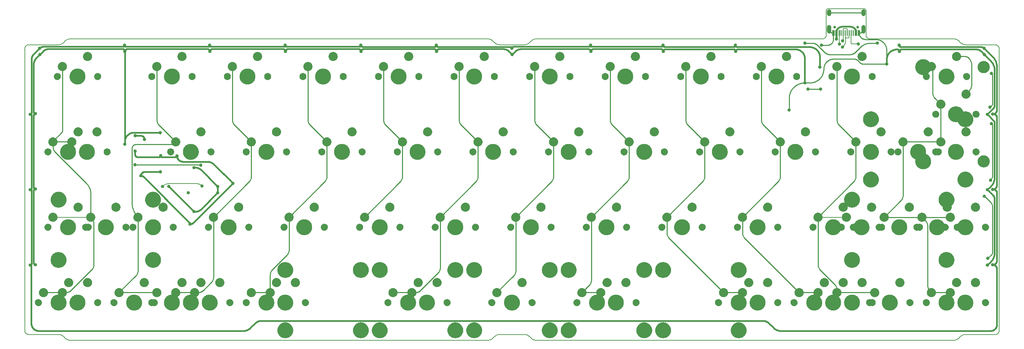
<source format=gbr>
%TF.GenerationSoftware,KiCad,Pcbnew,(7.0.0)*%
%TF.CreationDate,2024-04-06T15:16:24+02:00*%
%TF.ProjectId,forti GND,666f7274-6920-4474-9e44-2e6b69636164,rev?*%
%TF.SameCoordinates,Original*%
%TF.FileFunction,Soldermask,Top*%
%TF.FilePolarity,Negative*%
%FSLAX46Y46*%
G04 Gerber Fmt 4.6, Leading zero omitted, Abs format (unit mm)*
G04 Created by KiCad (PCBNEW (7.0.0)) date 2024-04-06 15:16:24*
%MOMM*%
%LPD*%
G01*
G04 APERTURE LIST*
%ADD10C,0.250000*%
%ADD11C,0.381000*%
%ADD12C,0.000000*%
%ADD13C,0.200000*%
%ADD14C,1.000000*%
%ADD15C,0.600000*%
%ADD16C,3.987800*%
%ADD17C,3.048000*%
%ADD18C,0.650000*%
%ADD19R,0.600000X1.450000*%
%ADD20R,0.280000X1.450000*%
%ADD21O,1.000000X2.100000*%
%ADD22O,1.000000X1.600000*%
%ADD23C,1.750000*%
G04 APERTURE END LIST*
D10*
X131902470Y-89835679D02*
X131914596Y-89738017D01*
D11*
X28867055Y-51072537D02*
X28863881Y-51058458D01*
X52634010Y-56728722D02*
X52588825Y-56830704D01*
X111993026Y-34718594D02*
X111983532Y-34746642D01*
D10*
X122282302Y-67157082D02*
X122312960Y-67064407D01*
D11*
X56488438Y-56214372D02*
X56440917Y-56210836D01*
D10*
X220543782Y-44627849D02*
X220440159Y-44791813D01*
X271062170Y-48458433D02*
X271080914Y-48421141D01*
D12*
G36*
X59261898Y-97552288D02*
G01*
X59306335Y-97555667D01*
X59350125Y-97561232D01*
X59393214Y-97568927D01*
X59435547Y-97578697D01*
X59477069Y-97590488D01*
X59517726Y-97604245D01*
X59557461Y-97619912D01*
X59596220Y-97637435D01*
X59633948Y-97656758D01*
X59670591Y-97677827D01*
X59706092Y-97700587D01*
X59740398Y-97724982D01*
X59773452Y-97750958D01*
X59805201Y-97778460D01*
X59835590Y-97807432D01*
X59864562Y-97837821D01*
X59892064Y-97869570D01*
X59918040Y-97902625D01*
X59942435Y-97936930D01*
X59965194Y-97972432D01*
X59986263Y-98009074D01*
X60005587Y-98046802D01*
X60023109Y-98085562D01*
X60038776Y-98125297D01*
X60052533Y-98165953D01*
X60064324Y-98207475D01*
X60074094Y-98249808D01*
X60081789Y-98292897D01*
X60087353Y-98336687D01*
X60090732Y-98381123D01*
X60091871Y-98426150D01*
X60090732Y-98471177D01*
X60087353Y-98515613D01*
X60081789Y-98559403D01*
X60074094Y-98602492D01*
X60064324Y-98644825D01*
X60052533Y-98686347D01*
X60038776Y-98727003D01*
X60023109Y-98766738D01*
X60005587Y-98805497D01*
X59986263Y-98843225D01*
X59965194Y-98879868D01*
X59942435Y-98915369D01*
X59918040Y-98949675D01*
X59892064Y-98982730D01*
X59864562Y-99014479D01*
X59835590Y-99044867D01*
X59805201Y-99073839D01*
X59773452Y-99101341D01*
X59740398Y-99127317D01*
X59706092Y-99151713D01*
X59670591Y-99174472D01*
X59633948Y-99195541D01*
X59596220Y-99214865D01*
X59557461Y-99232387D01*
X59517726Y-99248055D01*
X59477069Y-99261811D01*
X59435547Y-99273602D01*
X59393214Y-99283373D01*
X59350125Y-99291068D01*
X59306335Y-99296632D01*
X59261898Y-99300011D01*
X59216871Y-99301150D01*
X59171844Y-99300011D01*
X59127407Y-99296632D01*
X59083617Y-99291068D01*
X59040528Y-99283373D01*
X58998195Y-99273602D01*
X58956673Y-99261811D01*
X58916016Y-99248055D01*
X58876281Y-99232387D01*
X58837522Y-99214865D01*
X58799794Y-99195541D01*
X58763151Y-99174472D01*
X58727650Y-99151713D01*
X58693344Y-99127317D01*
X58660290Y-99101341D01*
X58628541Y-99073839D01*
X58598152Y-99044867D01*
X58569180Y-99014479D01*
X58541678Y-98982730D01*
X58515702Y-98949675D01*
X58491307Y-98915369D01*
X58468548Y-98879868D01*
X58447479Y-98843225D01*
X58428155Y-98805497D01*
X58410633Y-98766738D01*
X58394966Y-98727003D01*
X58381209Y-98686347D01*
X58369418Y-98644825D01*
X58359648Y-98602492D01*
X58351953Y-98559403D01*
X58346389Y-98515613D01*
X58343010Y-98471177D01*
X58341871Y-98426150D01*
X58343010Y-98381123D01*
X58346389Y-98336687D01*
X58351953Y-98292897D01*
X58359648Y-98249808D01*
X58369418Y-98207475D01*
X58381209Y-98165953D01*
X58394966Y-98125297D01*
X58410633Y-98085562D01*
X58428155Y-98046802D01*
X58447479Y-98009074D01*
X58468548Y-97972432D01*
X58491307Y-97936930D01*
X58515702Y-97902625D01*
X58541678Y-97869570D01*
X58569180Y-97837821D01*
X58598152Y-97807432D01*
X58628541Y-97778460D01*
X58660290Y-97750958D01*
X58693344Y-97724982D01*
X58727650Y-97700587D01*
X58763151Y-97677827D01*
X58799794Y-97656758D01*
X58837522Y-97637435D01*
X58876281Y-97619912D01*
X58916016Y-97604245D01*
X58956673Y-97590488D01*
X58998195Y-97578697D01*
X59040528Y-97568927D01*
X59083617Y-97561232D01*
X59127407Y-97555667D01*
X59171844Y-97552288D01*
X59216871Y-97551150D01*
X59261898Y-97552288D01*
G37*
D10*
X60496757Y-52392956D02*
X60508889Y-52490632D01*
D11*
X272233405Y-70438001D02*
X272222245Y-70398704D01*
X29480083Y-50928230D02*
X29473270Y-50948354D01*
X271232066Y-50765321D02*
X271285300Y-50761360D01*
X111812638Y-33565644D02*
X111823401Y-33550330D01*
X92923770Y-33580428D02*
X92936068Y-33594703D01*
D13*
X264093413Y-106500105D02*
X263984486Y-106521711D01*
X145248505Y-32326067D02*
X145166827Y-32250012D01*
X234387550Y-29122405D02*
X234378861Y-29120399D01*
D10*
X255326647Y-95459960D02*
X255395036Y-95531824D01*
D11*
X55005795Y-60123728D02*
X55004134Y-60124018D01*
D12*
G36*
X197749473Y-39284844D02*
G01*
X197850731Y-39292544D01*
X197950518Y-39305224D01*
X198048707Y-39322759D01*
X198145173Y-39345023D01*
X198239790Y-39371892D01*
X198332435Y-39403239D01*
X198422981Y-39438940D01*
X198511303Y-39478870D01*
X198597276Y-39522903D01*
X198680774Y-39570914D01*
X198761673Y-39622777D01*
X198839847Y-39678367D01*
X198915170Y-39737560D01*
X198987518Y-39800229D01*
X199056764Y-39866250D01*
X199122785Y-39935497D01*
X199185454Y-40007845D01*
X199244647Y-40083168D01*
X199300237Y-40161342D01*
X199352100Y-40242240D01*
X199400111Y-40325739D01*
X199444144Y-40411712D01*
X199484073Y-40500034D01*
X199519775Y-40590580D01*
X199551122Y-40683225D01*
X199577991Y-40777843D01*
X199600255Y-40874310D01*
X199617790Y-40972499D01*
X199630470Y-41072285D01*
X199638170Y-41173544D01*
X199640764Y-41276150D01*
X199638170Y-41378756D01*
X199630470Y-41480015D01*
X199617790Y-41579801D01*
X199600255Y-41677990D01*
X199577991Y-41774457D01*
X199551122Y-41869075D01*
X199519775Y-41961720D01*
X199484073Y-42052266D01*
X199444144Y-42140588D01*
X199400111Y-42226561D01*
X199352100Y-42310060D01*
X199300237Y-42390958D01*
X199244647Y-42469132D01*
X199185454Y-42544456D01*
X199122785Y-42616803D01*
X199056764Y-42686050D01*
X198987518Y-42752071D01*
X198915170Y-42814740D01*
X198839847Y-42873933D01*
X198761673Y-42929523D01*
X198680774Y-42981387D01*
X198597276Y-43029397D01*
X198511303Y-43073430D01*
X198422981Y-43113360D01*
X198332435Y-43149061D01*
X198239790Y-43180408D01*
X198145173Y-43207277D01*
X198048707Y-43229541D01*
X197950518Y-43247076D01*
X197850731Y-43259756D01*
X197749473Y-43267456D01*
X197646868Y-43270050D01*
X197544262Y-43267456D01*
X197443004Y-43259756D01*
X197343217Y-43247076D01*
X197245028Y-43229541D01*
X197148562Y-43207277D01*
X197053945Y-43180408D01*
X196961300Y-43149061D01*
X196870754Y-43113360D01*
X196782432Y-43073430D01*
X196696459Y-43029397D01*
X196612961Y-42981387D01*
X196532062Y-42929523D01*
X196453888Y-42873933D01*
X196378565Y-42814740D01*
X196306217Y-42752071D01*
X196236971Y-42686050D01*
X196170950Y-42616803D01*
X196108281Y-42544456D01*
X196049088Y-42469132D01*
X195993498Y-42390958D01*
X195941635Y-42310060D01*
X195893624Y-42226561D01*
X195849591Y-42140588D01*
X195809662Y-42052266D01*
X195773960Y-41961720D01*
X195742613Y-41869075D01*
X195715744Y-41774457D01*
X195693480Y-41677990D01*
X195675945Y-41579801D01*
X195663265Y-41480015D01*
X195655565Y-41378756D01*
X195652971Y-41276150D01*
X195655565Y-41173544D01*
X195663265Y-41072285D01*
X195675945Y-40972499D01*
X195693480Y-40874310D01*
X195715744Y-40777843D01*
X195742613Y-40683225D01*
X195773960Y-40590580D01*
X195809662Y-40500034D01*
X195849591Y-40411712D01*
X195893624Y-40325739D01*
X195941635Y-40242240D01*
X195993498Y-40161342D01*
X196049088Y-40083168D01*
X196108281Y-40007845D01*
X196170950Y-39935497D01*
X196236971Y-39866250D01*
X196306217Y-39800229D01*
X196378565Y-39737560D01*
X196453888Y-39678367D01*
X196532062Y-39622777D01*
X196612961Y-39570914D01*
X196696459Y-39522903D01*
X196782432Y-39478870D01*
X196870754Y-39438940D01*
X196961300Y-39403239D01*
X197053945Y-39371892D01*
X197148562Y-39345023D01*
X197245028Y-39322759D01*
X197343217Y-39305224D01*
X197443004Y-39292544D01*
X197544262Y-39284844D01*
X197646868Y-39282250D01*
X197749473Y-39284844D01*
G37*
G36*
X212296890Y-97552288D02*
G01*
X212341326Y-97555667D01*
X212385116Y-97561232D01*
X212428205Y-97568927D01*
X212470538Y-97578697D01*
X212512060Y-97590488D01*
X212552716Y-97604245D01*
X212592451Y-97619912D01*
X212631210Y-97637435D01*
X212668939Y-97656758D01*
X212705581Y-97677827D01*
X212741083Y-97700587D01*
X212775388Y-97724982D01*
X212808443Y-97750958D01*
X212840192Y-97778460D01*
X212870580Y-97807432D01*
X212899553Y-97837821D01*
X212927055Y-97869570D01*
X212953031Y-97902625D01*
X212977426Y-97936930D01*
X213000186Y-97972432D01*
X213021255Y-98009074D01*
X213040578Y-98046802D01*
X213058101Y-98085562D01*
X213073768Y-98125297D01*
X213087525Y-98165953D01*
X213099316Y-98207475D01*
X213109086Y-98249808D01*
X213116781Y-98292897D01*
X213122346Y-98336687D01*
X213125725Y-98381123D01*
X213126863Y-98426150D01*
X213125725Y-98471177D01*
X213122346Y-98515613D01*
X213116781Y-98559403D01*
X213109086Y-98602492D01*
X213099316Y-98644825D01*
X213087525Y-98686347D01*
X213073768Y-98727003D01*
X213058101Y-98766738D01*
X213040578Y-98805497D01*
X213021255Y-98843225D01*
X213000186Y-98879868D01*
X212977426Y-98915369D01*
X212953031Y-98949675D01*
X212927055Y-98982730D01*
X212899553Y-99014479D01*
X212870580Y-99044867D01*
X212840192Y-99073839D01*
X212808443Y-99101341D01*
X212775388Y-99127317D01*
X212741083Y-99151713D01*
X212705581Y-99174472D01*
X212668939Y-99195541D01*
X212631210Y-99214865D01*
X212592451Y-99232387D01*
X212552716Y-99248055D01*
X212512060Y-99261811D01*
X212470538Y-99273602D01*
X212428205Y-99283373D01*
X212385116Y-99291068D01*
X212341326Y-99296632D01*
X212296890Y-99300011D01*
X212251863Y-99301150D01*
X212206836Y-99300011D01*
X212162400Y-99296632D01*
X212118610Y-99291068D01*
X212075521Y-99283373D01*
X212033188Y-99273602D01*
X211991666Y-99261811D01*
X211951010Y-99248055D01*
X211911275Y-99232387D01*
X211872516Y-99214865D01*
X211834788Y-99195541D01*
X211798145Y-99174472D01*
X211762644Y-99151713D01*
X211728338Y-99127317D01*
X211695283Y-99101341D01*
X211663534Y-99073839D01*
X211633146Y-99044867D01*
X211604174Y-99014479D01*
X211576672Y-98982730D01*
X211550696Y-98949675D01*
X211526300Y-98915369D01*
X211503541Y-98879868D01*
X211482472Y-98843225D01*
X211463148Y-98805497D01*
X211445626Y-98766738D01*
X211429958Y-98727003D01*
X211416202Y-98686347D01*
X211404411Y-98644825D01*
X211394640Y-98602492D01*
X211386945Y-98559403D01*
X211381381Y-98515613D01*
X211378002Y-98471177D01*
X211376863Y-98426150D01*
X211378002Y-98381123D01*
X211381381Y-98336687D01*
X211386945Y-98292897D01*
X211394640Y-98249808D01*
X211404411Y-98207475D01*
X211416202Y-98165953D01*
X211429958Y-98125297D01*
X211445626Y-98085562D01*
X211463148Y-98046802D01*
X211482472Y-98009074D01*
X211503541Y-97972432D01*
X211526300Y-97936930D01*
X211550696Y-97902625D01*
X211576672Y-97869570D01*
X211604174Y-97837821D01*
X211633146Y-97807432D01*
X211663534Y-97778460D01*
X211695283Y-97750958D01*
X211728338Y-97724982D01*
X211762644Y-97700587D01*
X211798145Y-97677827D01*
X211834788Y-97656758D01*
X211872516Y-97637435D01*
X211911275Y-97619912D01*
X211951010Y-97604245D01*
X211991666Y-97590488D01*
X212033188Y-97578697D01*
X212075521Y-97568927D01*
X212118610Y-97561232D01*
X212162400Y-97555667D01*
X212206836Y-97552288D01*
X212251863Y-97551150D01*
X212296890Y-97552288D01*
G37*
D11*
X28677521Y-69868489D02*
X28690931Y-69863312D01*
D13*
X233674538Y-29118917D02*
X233665698Y-29120495D01*
D10*
X229551032Y-35602836D02*
X229643708Y-35633500D01*
D11*
X235992939Y-28861873D02*
X235905725Y-28818023D01*
X112380560Y-34349614D02*
X112352512Y-34359108D01*
D13*
X234491590Y-29195935D02*
X234486583Y-29188894D01*
D11*
X92596112Y-33699915D02*
X92613553Y-33692190D01*
X74914171Y-63520151D02*
X79673570Y-68279650D01*
D10*
X256640367Y-46770850D02*
X258130663Y-48261151D01*
X65018328Y-58276107D02*
X65041365Y-58256148D01*
D13*
X143845270Y-31751250D02*
X38723570Y-31751250D01*
D11*
X55191600Y-61437816D02*
X55217109Y-61462137D01*
X28704133Y-69914412D02*
X28691273Y-69908596D01*
D10*
X34410282Y-59712272D02*
X34445409Y-59803290D01*
X237856618Y-30222305D02*
X237900312Y-30212452D01*
D11*
X72412271Y-34310250D02*
X73240469Y-34310250D01*
X272247665Y-87934073D02*
X272254144Y-87881916D01*
D10*
X136725748Y-52587306D02*
X136747281Y-52682812D01*
D13*
X239265672Y-30751250D02*
X239265672Y-24626250D01*
D12*
G36*
X141508651Y-56637645D02*
G01*
X141567052Y-56642086D01*
X141624605Y-56649399D01*
X141681236Y-56659513D01*
X141736874Y-56672354D01*
X141791446Y-56687851D01*
X141844880Y-56705931D01*
X141897103Y-56726522D01*
X141948044Y-56749551D01*
X141997629Y-56774948D01*
X142045788Y-56802638D01*
X142092447Y-56832551D01*
X142137535Y-56864613D01*
X142180978Y-56898753D01*
X142222706Y-56934898D01*
X142262645Y-56972976D01*
X142300723Y-57012915D01*
X142336868Y-57054643D01*
X142371008Y-57098086D01*
X142403070Y-57143174D01*
X142432983Y-57189833D01*
X142460674Y-57237991D01*
X142486070Y-57287577D01*
X142509100Y-57338518D01*
X142529691Y-57390741D01*
X142547772Y-57444175D01*
X142563268Y-57498747D01*
X142576110Y-57554385D01*
X142586223Y-57611016D01*
X142593536Y-57668569D01*
X142597977Y-57726971D01*
X142599474Y-57786150D01*
X142597977Y-57845329D01*
X142593536Y-57903731D01*
X142586223Y-57961284D01*
X142576110Y-58017916D01*
X142563268Y-58073553D01*
X142547772Y-58128125D01*
X142529691Y-58181559D01*
X142509100Y-58233783D01*
X142486070Y-58284723D01*
X142460674Y-58334309D01*
X142432983Y-58382468D01*
X142403070Y-58429127D01*
X142371008Y-58474214D01*
X142336868Y-58517658D01*
X142300723Y-58559385D01*
X142262645Y-58599324D01*
X142222706Y-58637402D01*
X142180978Y-58673547D01*
X142137535Y-58707687D01*
X142092447Y-58739750D01*
X142045788Y-58769662D01*
X141997629Y-58797353D01*
X141948044Y-58822749D01*
X141897103Y-58845779D01*
X141844880Y-58866370D01*
X141791446Y-58884450D01*
X141736874Y-58899947D01*
X141681236Y-58912788D01*
X141624605Y-58922901D01*
X141567052Y-58930214D01*
X141508651Y-58934655D01*
X141449472Y-58936152D01*
X141390294Y-58934655D01*
X141331892Y-58930214D01*
X141274339Y-58922901D01*
X141217708Y-58912788D01*
X141162070Y-58899947D01*
X141107498Y-58884450D01*
X141054065Y-58866370D01*
X141001841Y-58845779D01*
X140950901Y-58822749D01*
X140901315Y-58797353D01*
X140853156Y-58769662D01*
X140806497Y-58739750D01*
X140761410Y-58707687D01*
X140717966Y-58673547D01*
X140676239Y-58637402D01*
X140636300Y-58599324D01*
X140598222Y-58559385D01*
X140562076Y-58517658D01*
X140527936Y-58474214D01*
X140495874Y-58429127D01*
X140465961Y-58382468D01*
X140438270Y-58334309D01*
X140412874Y-58284723D01*
X140389844Y-58233783D01*
X140369253Y-58181559D01*
X140351173Y-58128125D01*
X140335676Y-58073553D01*
X140322835Y-58017916D01*
X140312721Y-57961284D01*
X140305408Y-57903731D01*
X140300967Y-57845329D01*
X140299471Y-57786150D01*
X140300967Y-57726971D01*
X140305408Y-57668569D01*
X140312721Y-57611016D01*
X140322835Y-57554385D01*
X140335676Y-57498747D01*
X140351173Y-57444175D01*
X140369253Y-57390741D01*
X140389844Y-57338518D01*
X140412874Y-57287577D01*
X140438270Y-57237991D01*
X140465961Y-57189833D01*
X140495874Y-57143174D01*
X140527936Y-57098086D01*
X140562076Y-57054643D01*
X140598222Y-57012915D01*
X140636300Y-56972976D01*
X140676239Y-56934898D01*
X140717966Y-56898753D01*
X140761410Y-56864613D01*
X140806497Y-56832551D01*
X140853156Y-56802638D01*
X140901315Y-56774948D01*
X140950901Y-56749551D01*
X141001841Y-56726522D01*
X141054065Y-56705931D01*
X141107498Y-56687851D01*
X141162070Y-56672354D01*
X141217708Y-56659513D01*
X141274339Y-56649399D01*
X141331892Y-56642086D01*
X141390294Y-56637645D01*
X141449472Y-56636149D01*
X141508651Y-56637645D01*
G37*
D10*
X226357380Y-32923821D02*
X226275085Y-32896596D01*
D11*
X169893116Y-34833016D02*
X169887737Y-34802899D01*
X206142422Y-33696135D02*
X206159382Y-33685262D01*
X271551974Y-71668818D02*
X271523049Y-71611288D01*
D10*
X236927574Y-37021659D02*
X236857073Y-36986208D01*
D13*
X27292752Y-105899231D02*
X27314677Y-105942838D01*
D11*
X188095775Y-34659351D02*
X188082183Y-34632814D01*
X29609764Y-88767592D02*
X29626743Y-88780819D01*
D13*
X146952966Y-106471949D02*
X146840390Y-106475112D01*
D12*
G36*
X232592562Y-32639171D02*
G01*
X232612875Y-32640715D01*
X232632894Y-32643259D01*
X232652592Y-32646777D01*
X232671944Y-32651243D01*
X232690926Y-32656633D01*
X232709511Y-32662922D01*
X232727676Y-32670084D01*
X232745394Y-32678094D01*
X232762641Y-32686928D01*
X232779392Y-32696559D01*
X232795620Y-32706964D01*
X232811303Y-32718116D01*
X232826413Y-32729991D01*
X232840927Y-32742563D01*
X232854818Y-32755807D01*
X232868062Y-32769699D01*
X232880634Y-32784213D01*
X232892508Y-32799324D01*
X232903660Y-32815006D01*
X232914064Y-32831235D01*
X232923695Y-32847986D01*
X232932529Y-32865233D01*
X232940539Y-32882952D01*
X232947700Y-32901116D01*
X232953989Y-32919702D01*
X232959379Y-32938684D01*
X232963845Y-32958036D01*
X232967363Y-32977734D01*
X232969906Y-32997752D01*
X232971451Y-33018066D01*
X232971971Y-33038650D01*
X232971451Y-33059234D01*
X232969906Y-33079548D01*
X232967363Y-33099566D01*
X232963845Y-33119264D01*
X232959379Y-33138616D01*
X232953989Y-33157598D01*
X232947700Y-33176183D01*
X232940539Y-33194348D01*
X232932529Y-33212066D01*
X232923695Y-33229313D01*
X232914064Y-33246064D01*
X232903660Y-33262294D01*
X232892508Y-33277976D01*
X232880634Y-33293087D01*
X232868062Y-33307601D01*
X232854818Y-33321492D01*
X232840927Y-33334737D01*
X232826413Y-33347309D01*
X232811303Y-33359184D01*
X232795620Y-33370336D01*
X232779392Y-33380740D01*
X232762641Y-33390372D01*
X232745394Y-33399205D01*
X232727676Y-33407216D01*
X232709511Y-33414378D01*
X232690926Y-33420666D01*
X232671944Y-33426056D01*
X232652592Y-33430523D01*
X232632894Y-33434041D01*
X232612875Y-33436584D01*
X232592562Y-33438129D01*
X232571977Y-33438649D01*
X232551393Y-33438129D01*
X232531079Y-33436584D01*
X232511061Y-33434041D01*
X232491363Y-33430523D01*
X232472011Y-33426056D01*
X232453029Y-33420666D01*
X232434444Y-33414378D01*
X232416279Y-33407216D01*
X232398561Y-33399205D01*
X232381314Y-33390372D01*
X232364563Y-33380740D01*
X232348334Y-33370336D01*
X232332652Y-33359184D01*
X232317542Y-33347309D01*
X232303028Y-33334737D01*
X232289137Y-33321492D01*
X232275892Y-33307601D01*
X232263321Y-33293087D01*
X232251446Y-33277976D01*
X232240295Y-33262294D01*
X232229890Y-33246064D01*
X232220259Y-33229313D01*
X232211426Y-33212066D01*
X232203416Y-33194348D01*
X232196254Y-33176183D01*
X232189966Y-33157598D01*
X232184576Y-33138616D01*
X232180110Y-33119264D01*
X232176592Y-33099566D01*
X232174049Y-33079548D01*
X232172504Y-33059234D01*
X232171983Y-33038650D01*
X232172504Y-33018066D01*
X232174049Y-32997752D01*
X232176592Y-32977734D01*
X232180110Y-32958036D01*
X232184576Y-32938684D01*
X232189966Y-32919702D01*
X232196254Y-32901116D01*
X232203416Y-32882952D01*
X232211426Y-32865233D01*
X232220259Y-32847986D01*
X232229890Y-32831235D01*
X232240295Y-32815006D01*
X232251446Y-32799324D01*
X232263321Y-32784213D01*
X232275892Y-32769699D01*
X232289137Y-32755807D01*
X232303028Y-32742563D01*
X232317542Y-32729991D01*
X232332652Y-32718116D01*
X232348334Y-32706964D01*
X232364563Y-32696559D01*
X232381314Y-32686928D01*
X232398561Y-32678094D01*
X232416279Y-32670084D01*
X232434444Y-32662922D01*
X232453029Y-32656633D01*
X232472011Y-32651243D01*
X232491363Y-32646777D01*
X232511061Y-32643259D01*
X232531079Y-32640715D01*
X232551393Y-32639171D01*
X232571977Y-32638650D01*
X232592562Y-32639171D01*
G37*
G36*
X126571999Y-40402289D02*
G01*
X126616435Y-40405668D01*
X126660225Y-40411232D01*
X126703314Y-40418927D01*
X126745647Y-40428697D01*
X126787169Y-40440488D01*
X126827825Y-40454245D01*
X126867560Y-40469912D01*
X126906319Y-40487434D01*
X126944047Y-40506758D01*
X126980689Y-40527827D01*
X127016191Y-40550586D01*
X127050497Y-40574981D01*
X127083551Y-40600957D01*
X127115301Y-40628459D01*
X127145689Y-40657431D01*
X127174661Y-40687820D01*
X127202163Y-40719569D01*
X127228139Y-40752623D01*
X127252534Y-40786929D01*
X127275294Y-40822430D01*
X127296363Y-40859073D01*
X127315687Y-40896801D01*
X127333209Y-40935560D01*
X127348876Y-40975295D01*
X127362633Y-41015952D01*
X127374424Y-41057474D01*
X127384195Y-41099807D01*
X127391890Y-41142896D01*
X127397454Y-41186686D01*
X127400833Y-41231123D01*
X127401972Y-41276150D01*
X127400833Y-41321177D01*
X127397454Y-41365614D01*
X127391890Y-41409404D01*
X127384195Y-41452493D01*
X127374424Y-41494826D01*
X127362633Y-41536348D01*
X127348876Y-41577005D01*
X127333209Y-41616740D01*
X127315687Y-41655499D01*
X127296363Y-41693227D01*
X127275294Y-41729870D01*
X127252534Y-41765371D01*
X127228139Y-41799677D01*
X127202163Y-41832731D01*
X127174661Y-41864480D01*
X127145689Y-41894869D01*
X127115301Y-41923841D01*
X127083551Y-41951343D01*
X127050497Y-41977319D01*
X127016191Y-42001714D01*
X126980689Y-42024473D01*
X126944047Y-42045542D01*
X126906319Y-42064866D01*
X126867560Y-42082388D01*
X126827825Y-42098055D01*
X126787169Y-42111812D01*
X126745647Y-42123603D01*
X126703314Y-42133373D01*
X126660225Y-42141068D01*
X126616435Y-42146633D01*
X126571999Y-42150011D01*
X126526972Y-42151150D01*
X126481944Y-42150011D01*
X126437508Y-42146633D01*
X126393718Y-42141068D01*
X126350630Y-42133373D01*
X126308297Y-42123603D01*
X126266775Y-42111812D01*
X126226119Y-42098055D01*
X126186383Y-42082388D01*
X126147624Y-42064866D01*
X126109896Y-42045542D01*
X126073254Y-42024473D01*
X126037752Y-42001714D01*
X126003447Y-41977319D01*
X125970392Y-41951343D01*
X125938643Y-41923841D01*
X125908254Y-41894869D01*
X125879282Y-41864480D01*
X125851780Y-41832731D01*
X125825804Y-41799677D01*
X125801409Y-41765371D01*
X125778649Y-41729870D01*
X125757580Y-41693227D01*
X125738257Y-41655499D01*
X125720734Y-41616740D01*
X125705067Y-41577005D01*
X125691310Y-41536348D01*
X125679519Y-41494826D01*
X125669749Y-41452493D01*
X125662054Y-41409404D01*
X125656489Y-41365614D01*
X125653110Y-41321177D01*
X125651972Y-41276150D01*
X125653110Y-41231123D01*
X125656489Y-41186686D01*
X125662054Y-41142896D01*
X125669749Y-41099807D01*
X125679519Y-41057474D01*
X125691310Y-41015952D01*
X125705067Y-40975295D01*
X125720734Y-40935560D01*
X125738257Y-40896801D01*
X125757580Y-40859073D01*
X125778649Y-40822430D01*
X125801409Y-40786929D01*
X125825804Y-40752623D01*
X125851780Y-40719569D01*
X125879282Y-40687820D01*
X125908254Y-40657431D01*
X125938643Y-40628459D01*
X125970392Y-40600957D01*
X126003447Y-40574981D01*
X126037752Y-40550586D01*
X126073254Y-40527827D01*
X126109896Y-40506758D01*
X126147624Y-40487434D01*
X126186383Y-40469912D01*
X126226119Y-40454245D01*
X126266775Y-40440488D01*
X126308297Y-40428697D01*
X126350630Y-40418927D01*
X126393718Y-40411232D01*
X126437508Y-40405668D01*
X126481944Y-40402289D01*
X126526972Y-40401150D01*
X126571999Y-40402289D01*
G37*
D10*
X244146772Y-33370336D02*
X244079125Y-33250725D01*
D12*
G36*
X206353967Y-33138910D02*
G01*
X206364124Y-33139683D01*
X206374134Y-33140955D01*
X206383983Y-33142713D01*
X206393659Y-33144947D01*
X206403150Y-33147642D01*
X206412442Y-33150786D01*
X206421525Y-33154367D01*
X206430384Y-33158372D01*
X206439007Y-33162789D01*
X206447382Y-33167605D01*
X206455497Y-33172807D01*
X206463338Y-33178383D01*
X206470893Y-33184320D01*
X206478150Y-33190606D01*
X206485096Y-33197229D01*
X206491718Y-33204174D01*
X206498004Y-33211431D01*
X206503941Y-33218987D01*
X206509517Y-33226828D01*
X206514719Y-33234943D01*
X206519534Y-33243318D01*
X206523951Y-33251942D01*
X206527956Y-33260801D01*
X206531537Y-33269883D01*
X206534681Y-33279176D01*
X206537376Y-33288667D01*
X206539609Y-33298343D01*
X206541368Y-33308192D01*
X206542640Y-33318201D01*
X206543412Y-33328358D01*
X206543672Y-33338650D01*
X206543412Y-33348942D01*
X206542640Y-33359099D01*
X206541368Y-33369108D01*
X206539609Y-33378957D01*
X206537376Y-33388633D01*
X206534681Y-33398124D01*
X206531537Y-33407417D01*
X206527956Y-33416499D01*
X206523951Y-33425358D01*
X206519534Y-33433982D01*
X206514719Y-33442357D01*
X206509517Y-33450472D01*
X206503941Y-33458313D01*
X206498004Y-33465869D01*
X206491718Y-33473126D01*
X206485096Y-33480071D01*
X206478150Y-33486694D01*
X206470893Y-33492980D01*
X206463338Y-33498917D01*
X206455497Y-33504493D01*
X206447382Y-33509695D01*
X206439007Y-33514511D01*
X206430384Y-33518928D01*
X206421525Y-33522933D01*
X206412442Y-33526514D01*
X206403150Y-33529658D01*
X206393659Y-33532353D01*
X206383983Y-33534587D01*
X206374134Y-33536345D01*
X206364124Y-33537617D01*
X206353967Y-33538390D01*
X206343675Y-33538650D01*
X206333383Y-33538390D01*
X206323226Y-33537617D01*
X206313217Y-33536345D01*
X206303368Y-33534587D01*
X206293692Y-33532353D01*
X206284201Y-33529658D01*
X206274908Y-33526514D01*
X206265826Y-33522933D01*
X206256967Y-33518928D01*
X206248344Y-33514511D01*
X206239968Y-33509695D01*
X206231854Y-33504493D01*
X206224013Y-33498917D01*
X206216457Y-33492980D01*
X206209201Y-33486694D01*
X206202255Y-33480071D01*
X206195633Y-33473126D01*
X206189347Y-33465869D01*
X206183410Y-33458313D01*
X206177834Y-33450472D01*
X206172632Y-33442357D01*
X206167816Y-33433982D01*
X206163400Y-33425358D01*
X206159395Y-33416499D01*
X206155814Y-33407417D01*
X206152670Y-33398124D01*
X206149975Y-33388633D01*
X206147742Y-33378957D01*
X206145983Y-33369108D01*
X206144711Y-33359099D01*
X206143939Y-33348942D01*
X206143678Y-33338650D01*
X206143939Y-33328358D01*
X206144711Y-33318201D01*
X206145983Y-33308192D01*
X206147742Y-33298343D01*
X206149975Y-33288667D01*
X206152670Y-33279176D01*
X206155814Y-33269883D01*
X206159395Y-33260801D01*
X206163400Y-33251942D01*
X206167816Y-33243318D01*
X206172632Y-33234943D01*
X206177834Y-33226828D01*
X206183410Y-33218987D01*
X206189347Y-33211431D01*
X206195633Y-33204174D01*
X206202255Y-33197229D01*
X206209201Y-33190606D01*
X206216457Y-33184320D01*
X206224013Y-33178383D01*
X206231854Y-33172807D01*
X206239968Y-33167605D01*
X206248344Y-33162789D01*
X206256967Y-33158372D01*
X206265826Y-33154367D01*
X206274908Y-33150786D01*
X206284201Y-33147642D01*
X206293692Y-33144947D01*
X206303368Y-33142713D01*
X206313217Y-33140955D01*
X206323226Y-33139683D01*
X206333383Y-33138910D01*
X206343675Y-33138650D01*
X206353967Y-33138910D01*
G37*
D11*
X92384711Y-34317757D02*
X92353906Y-34313838D01*
X54993229Y-60128234D02*
X54991808Y-60129134D01*
X271478516Y-38564456D02*
X271418543Y-38409054D01*
D10*
X71297357Y-95825856D02*
X71391524Y-95799729D01*
D12*
G36*
X59612896Y-70869234D02*
G01*
X59690291Y-70875119D01*
X59766562Y-70884811D01*
X59841610Y-70898213D01*
X59915343Y-70915230D01*
X59987662Y-70935767D01*
X60058474Y-70959726D01*
X60127681Y-70987014D01*
X60195188Y-71017533D01*
X60260900Y-71051189D01*
X60324720Y-71087885D01*
X60386554Y-71127525D01*
X60446304Y-71170015D01*
X60503876Y-71215257D01*
X60559174Y-71263157D01*
X60612101Y-71313619D01*
X60662563Y-71366546D01*
X60710463Y-71421844D01*
X60755705Y-71479416D01*
X60798195Y-71539166D01*
X60837836Y-71601000D01*
X60874531Y-71664820D01*
X60908187Y-71730532D01*
X60938706Y-71798039D01*
X60965994Y-71867247D01*
X60989954Y-71938058D01*
X61010490Y-72010378D01*
X61027507Y-72084110D01*
X61040910Y-72159159D01*
X61050601Y-72235429D01*
X61056487Y-72312824D01*
X61058470Y-72391249D01*
X61056487Y-72469674D01*
X61050601Y-72547069D01*
X61040910Y-72623339D01*
X61027507Y-72698388D01*
X61010490Y-72772120D01*
X60989954Y-72844440D01*
X60965994Y-72915251D01*
X60938706Y-72984458D01*
X60908187Y-73051966D01*
X60874531Y-73117678D01*
X60837836Y-73181498D01*
X60798195Y-73243332D01*
X60755705Y-73303082D01*
X60710463Y-73360654D01*
X60662563Y-73415952D01*
X60612101Y-73468879D01*
X60559174Y-73519341D01*
X60503876Y-73567241D01*
X60446304Y-73612483D01*
X60386554Y-73654973D01*
X60324720Y-73694613D01*
X60260900Y-73731309D01*
X60195188Y-73764965D01*
X60127681Y-73795484D01*
X60058474Y-73822772D01*
X59987662Y-73846731D01*
X59915343Y-73867268D01*
X59841610Y-73884285D01*
X59766562Y-73897687D01*
X59690291Y-73907379D01*
X59612896Y-73913264D01*
X59534471Y-73915247D01*
X59456046Y-73913264D01*
X59378651Y-73907379D01*
X59302381Y-73897687D01*
X59227332Y-73884285D01*
X59153600Y-73867268D01*
X59081280Y-73846731D01*
X59010469Y-73822772D01*
X58941262Y-73795484D01*
X58873754Y-73764965D01*
X58808043Y-73731309D01*
X58744222Y-73694613D01*
X58682389Y-73654973D01*
X58622638Y-73612483D01*
X58565066Y-73567241D01*
X58509769Y-73519341D01*
X58456841Y-73468879D01*
X58406380Y-73415952D01*
X58358480Y-73360654D01*
X58313237Y-73303082D01*
X58270748Y-73243332D01*
X58231107Y-73181498D01*
X58194411Y-73117678D01*
X58160756Y-73051966D01*
X58130236Y-72984458D01*
X58102949Y-72915251D01*
X58078989Y-72844440D01*
X58058452Y-72772120D01*
X58041435Y-72698388D01*
X58028033Y-72623339D01*
X58018341Y-72547069D01*
X58012456Y-72469674D01*
X58010473Y-72391249D01*
X58012456Y-72312824D01*
X58018341Y-72235429D01*
X58028033Y-72159159D01*
X58041435Y-72084110D01*
X58058452Y-72010378D01*
X58078989Y-71938058D01*
X58102949Y-71867247D01*
X58130236Y-71798039D01*
X58160756Y-71730532D01*
X58194411Y-71664820D01*
X58231107Y-71601000D01*
X58270748Y-71539166D01*
X58313237Y-71479416D01*
X58358480Y-71421844D01*
X58406380Y-71366546D01*
X58456841Y-71313619D01*
X58509769Y-71263157D01*
X58565066Y-71215257D01*
X58622638Y-71170015D01*
X58682389Y-71127525D01*
X58744222Y-71087885D01*
X58808043Y-71051189D01*
X58873754Y-71017533D01*
X58941262Y-70987014D01*
X59010469Y-70959726D01*
X59081280Y-70935767D01*
X59153600Y-70915230D01*
X59227332Y-70898213D01*
X59302381Y-70884811D01*
X59378651Y-70875119D01*
X59456046Y-70869234D01*
X59534471Y-70867251D01*
X59612896Y-70869234D01*
G37*
G36*
X170083549Y-75687744D02*
G01*
X170141951Y-75692184D01*
X170199504Y-75699498D01*
X170256136Y-75709611D01*
X170311774Y-75722452D01*
X170366346Y-75737949D01*
X170419780Y-75756029D01*
X170472003Y-75776620D01*
X170522943Y-75799650D01*
X170572529Y-75825046D01*
X170620687Y-75852737D01*
X170667346Y-75882649D01*
X170712433Y-75914712D01*
X170755876Y-75948852D01*
X170797603Y-75984997D01*
X170837541Y-76023075D01*
X170875619Y-76063014D01*
X170911764Y-76104741D01*
X170945903Y-76148185D01*
X170977965Y-76193272D01*
X171007877Y-76239931D01*
X171035567Y-76288090D01*
X171060963Y-76337676D01*
X171083993Y-76388616D01*
X171104583Y-76440840D01*
X171122663Y-76494274D01*
X171138159Y-76548845D01*
X171151000Y-76604483D01*
X171161114Y-76661115D01*
X171168427Y-76718668D01*
X171172868Y-76777070D01*
X171174364Y-76836249D01*
X171172868Y-76895428D01*
X171168427Y-76953830D01*
X171161114Y-77011383D01*
X171151000Y-77068014D01*
X171138159Y-77123652D01*
X171122663Y-77178224D01*
X171104583Y-77231658D01*
X171083993Y-77283881D01*
X171060963Y-77334822D01*
X171035567Y-77384408D01*
X171007877Y-77432566D01*
X170977965Y-77479225D01*
X170945903Y-77524313D01*
X170911764Y-77567756D01*
X170875619Y-77609484D01*
X170837541Y-77649422D01*
X170797603Y-77687501D01*
X170755876Y-77723646D01*
X170712433Y-77757786D01*
X170667346Y-77789848D01*
X170620687Y-77819761D01*
X170572529Y-77847451D01*
X170522943Y-77872848D01*
X170472003Y-77895877D01*
X170419780Y-77916468D01*
X170366346Y-77934548D01*
X170311774Y-77950045D01*
X170256136Y-77962886D01*
X170199504Y-77973000D01*
X170141951Y-77980313D01*
X170083549Y-77984754D01*
X170024370Y-77986250D01*
X169965191Y-77984754D01*
X169906788Y-77980313D01*
X169849235Y-77973000D01*
X169792604Y-77962886D01*
X169736966Y-77950045D01*
X169682394Y-77934548D01*
X169628960Y-77916468D01*
X169576737Y-77895877D01*
X169525797Y-77872848D01*
X169476211Y-77847451D01*
X169428053Y-77819761D01*
X169381394Y-77789848D01*
X169336307Y-77757786D01*
X169292864Y-77723646D01*
X169251137Y-77687501D01*
X169211199Y-77649422D01*
X169173121Y-77609484D01*
X169136976Y-77567756D01*
X169102837Y-77524313D01*
X169070775Y-77479225D01*
X169040863Y-77432566D01*
X169013173Y-77384408D01*
X168987777Y-77334822D01*
X168964747Y-77283881D01*
X168944157Y-77231658D01*
X168926077Y-77178224D01*
X168910580Y-77123652D01*
X168897740Y-77068014D01*
X168887626Y-77011383D01*
X168880313Y-76953830D01*
X168875872Y-76895428D01*
X168874376Y-76836249D01*
X168875872Y-76777070D01*
X168880313Y-76718668D01*
X168887626Y-76661115D01*
X168897740Y-76604483D01*
X168910580Y-76548845D01*
X168926077Y-76494274D01*
X168944157Y-76440840D01*
X168964747Y-76388616D01*
X168987777Y-76337676D01*
X169013173Y-76288090D01*
X169040863Y-76239931D01*
X169070775Y-76193272D01*
X169102837Y-76148185D01*
X169136976Y-76104741D01*
X169173121Y-76063014D01*
X169211199Y-76023075D01*
X169251137Y-75984997D01*
X169292864Y-75948852D01*
X169336307Y-75914712D01*
X169381394Y-75882649D01*
X169428053Y-75852737D01*
X169476211Y-75825046D01*
X169525797Y-75799650D01*
X169576737Y-75776620D01*
X169628960Y-75756029D01*
X169682394Y-75737949D01*
X169736966Y-75722452D01*
X169792604Y-75709611D01*
X169849235Y-75699498D01*
X169906788Y-75692184D01*
X169965191Y-75687744D01*
X170024370Y-75686247D01*
X170083549Y-75687744D01*
G37*
G36*
X150007952Y-33732971D02*
G01*
X150028266Y-33734516D01*
X150048284Y-33737060D01*
X150067982Y-33740577D01*
X150087335Y-33745044D01*
X150106316Y-33750434D01*
X150124902Y-33756723D01*
X150143067Y-33763885D01*
X150160785Y-33771895D01*
X150178033Y-33780729D01*
X150194784Y-33790360D01*
X150211013Y-33800764D01*
X150226696Y-33811916D01*
X150241806Y-33823791D01*
X150256320Y-33836363D01*
X150270212Y-33849608D01*
X150283456Y-33863500D01*
X150296029Y-33878013D01*
X150307903Y-33893124D01*
X150319055Y-33908807D01*
X150329460Y-33925036D01*
X150339091Y-33941787D01*
X150347925Y-33959034D01*
X150355935Y-33976752D01*
X150363097Y-33994917D01*
X150369386Y-34013503D01*
X150374776Y-34032484D01*
X150379242Y-34051836D01*
X150382760Y-34071534D01*
X150385304Y-34091553D01*
X150386848Y-34111866D01*
X150387369Y-34132450D01*
X150386848Y-34153034D01*
X150385304Y-34173348D01*
X150382760Y-34193366D01*
X150379242Y-34213064D01*
X150374776Y-34232417D01*
X150369386Y-34251398D01*
X150363097Y-34269984D01*
X150355935Y-34288148D01*
X150347925Y-34305867D01*
X150339091Y-34323114D01*
X150329460Y-34339865D01*
X150319055Y-34356094D01*
X150307903Y-34371777D01*
X150296029Y-34386887D01*
X150283456Y-34401401D01*
X150270212Y-34415293D01*
X150256320Y-34428537D01*
X150241806Y-34441110D01*
X150226696Y-34452984D01*
X150211013Y-34464136D01*
X150194784Y-34474541D01*
X150178033Y-34484172D01*
X150160785Y-34493006D01*
X150143067Y-34501016D01*
X150124902Y-34508178D01*
X150106316Y-34514467D01*
X150087335Y-34519857D01*
X150067982Y-34524323D01*
X150048284Y-34527841D01*
X150028266Y-34530385D01*
X150007952Y-34531930D01*
X149987367Y-34532450D01*
X149966783Y-34531930D01*
X149946469Y-34530385D01*
X149926451Y-34527841D01*
X149906753Y-34524323D01*
X149887400Y-34519857D01*
X149868418Y-34514467D01*
X149849833Y-34508178D01*
X149831668Y-34501016D01*
X149813949Y-34493006D01*
X149796702Y-34484172D01*
X149779951Y-34474541D01*
X149763722Y-34464136D01*
X149748039Y-34452984D01*
X149732928Y-34441110D01*
X149718415Y-34428537D01*
X149704523Y-34415293D01*
X149691278Y-34401401D01*
X149678706Y-34386887D01*
X149666831Y-34371777D01*
X149655679Y-34356094D01*
X149645275Y-34339865D01*
X149635643Y-34323114D01*
X149626810Y-34305867D01*
X149618800Y-34288148D01*
X149611638Y-34269984D01*
X149605349Y-34251398D01*
X149599959Y-34232417D01*
X149595492Y-34213064D01*
X149591975Y-34193366D01*
X149589431Y-34173348D01*
X149587886Y-34153034D01*
X149587366Y-34132450D01*
X149587886Y-34111866D01*
X149589431Y-34091553D01*
X149591975Y-34071534D01*
X149595492Y-34051836D01*
X149599959Y-34032484D01*
X149605349Y-34013503D01*
X149611638Y-33994917D01*
X149618800Y-33976752D01*
X149626810Y-33959034D01*
X149635643Y-33941787D01*
X149645275Y-33925036D01*
X149655679Y-33908807D01*
X149666831Y-33893124D01*
X149678706Y-33878013D01*
X149691278Y-33863500D01*
X149704523Y-33849608D01*
X149718415Y-33836363D01*
X149732928Y-33823791D01*
X149748039Y-33811916D01*
X149763722Y-33800764D01*
X149779951Y-33790360D01*
X149796702Y-33780729D01*
X149813949Y-33771895D01*
X149831668Y-33763885D01*
X149849833Y-33756723D01*
X149868418Y-33750434D01*
X149887400Y-33745044D01*
X149906753Y-33740577D01*
X149926451Y-33737060D01*
X149946469Y-33734516D01*
X149966783Y-33732971D01*
X149987367Y-33732451D01*
X150007952Y-33732971D01*
G37*
D13*
X235006080Y-31440774D02*
X235008829Y-31435908D01*
D10*
X102763674Y-67896948D02*
X102832057Y-67825082D01*
X242483748Y-32003979D02*
X242351336Y-31967239D01*
D12*
G36*
X214513579Y-92585138D02*
G01*
X214552276Y-92588081D01*
X214590411Y-92592927D01*
X214627935Y-92599628D01*
X214664801Y-92608137D01*
X214700960Y-92618405D01*
X214736366Y-92630385D01*
X214770969Y-92644029D01*
X214804723Y-92659289D01*
X214837578Y-92676117D01*
X214869488Y-92694465D01*
X214900405Y-92714286D01*
X214930280Y-92735531D01*
X214959065Y-92758152D01*
X214986714Y-92782102D01*
X215013178Y-92807333D01*
X215038408Y-92833797D01*
X215062358Y-92861446D01*
X215084979Y-92890232D01*
X215106224Y-92920108D01*
X215126044Y-92951024D01*
X215144392Y-92982935D01*
X215161219Y-93015791D01*
X215176479Y-93049544D01*
X215190123Y-93084148D01*
X215202103Y-93119554D01*
X215212371Y-93155713D01*
X215220879Y-93192579D01*
X215227580Y-93230104D01*
X215232426Y-93268238D01*
X215235369Y-93306936D01*
X215236360Y-93346148D01*
X215235369Y-93385360D01*
X215232426Y-93424057D01*
X215227580Y-93462192D01*
X215220879Y-93499716D01*
X215212371Y-93536582D01*
X215202103Y-93572742D01*
X215190123Y-93608148D01*
X215176479Y-93642751D01*
X215161219Y-93676505D01*
X215144392Y-93709361D01*
X215126044Y-93741271D01*
X215106224Y-93772188D01*
X215084979Y-93802063D01*
X215062358Y-93830850D01*
X215038408Y-93858498D01*
X215013178Y-93884962D01*
X214986714Y-93910193D01*
X214959065Y-93934144D01*
X214930280Y-93956765D01*
X214900405Y-93978010D01*
X214869488Y-93997830D01*
X214837578Y-94016179D01*
X214804723Y-94033007D01*
X214770969Y-94048266D01*
X214736366Y-94061910D01*
X214700960Y-94073890D01*
X214664801Y-94084159D01*
X214627935Y-94092668D01*
X214590411Y-94099369D01*
X214552276Y-94104215D01*
X214513579Y-94107157D01*
X214474367Y-94108149D01*
X214435155Y-94107157D01*
X214396457Y-94104215D01*
X214358323Y-94099369D01*
X214320799Y-94092668D01*
X214283933Y-94084159D01*
X214247773Y-94073890D01*
X214212368Y-94061910D01*
X214177765Y-94048266D01*
X214144011Y-94033007D01*
X214111156Y-94016179D01*
X214079246Y-93997830D01*
X214048329Y-93978010D01*
X214018454Y-93956765D01*
X213989668Y-93934144D01*
X213962020Y-93910193D01*
X213935556Y-93884962D01*
X213910326Y-93858498D01*
X213886376Y-93830850D01*
X213863755Y-93802063D01*
X213842510Y-93772188D01*
X213822690Y-93741271D01*
X213804342Y-93709361D01*
X213787514Y-93676505D01*
X213772255Y-93642751D01*
X213758611Y-93608148D01*
X213746631Y-93572742D01*
X213736363Y-93536582D01*
X213727854Y-93499716D01*
X213721153Y-93462192D01*
X213716308Y-93424057D01*
X213713365Y-93385360D01*
X213712373Y-93346148D01*
X213713365Y-93306936D01*
X213716308Y-93268238D01*
X213721153Y-93230104D01*
X213727854Y-93192579D01*
X213736363Y-93155713D01*
X213746631Y-93119554D01*
X213758611Y-93084148D01*
X213772255Y-93049544D01*
X213787514Y-93015791D01*
X213804342Y-92982935D01*
X213822690Y-92951024D01*
X213842510Y-92920108D01*
X213863755Y-92890232D01*
X213886376Y-92861446D01*
X213910326Y-92833797D01*
X213935556Y-92807333D01*
X213962020Y-92782102D01*
X213989668Y-92758152D01*
X214018454Y-92735531D01*
X214048329Y-92714286D01*
X214079246Y-92694465D01*
X214111156Y-92676117D01*
X214144011Y-92659289D01*
X214177765Y-92644029D01*
X214212368Y-92630385D01*
X214247773Y-92618405D01*
X214283933Y-92608137D01*
X214320799Y-92599628D01*
X214358323Y-92592927D01*
X214396457Y-92588081D01*
X214435155Y-92585138D01*
X214474367Y-92584147D01*
X214513579Y-92585138D01*
G37*
D13*
X233530381Y-29242965D02*
X233527957Y-29251484D01*
X235011334Y-31430920D02*
X235013592Y-31425818D01*
D11*
X29604814Y-105202246D02*
X29680031Y-105255113D01*
X248028915Y-33814677D02*
X248052419Y-33817596D01*
X52415847Y-34942699D02*
X52415464Y-34944394D01*
X111706830Y-34428169D02*
X111682464Y-34410839D01*
X32578184Y-34406860D02*
X32487158Y-34441987D01*
X111928529Y-34741371D02*
X111918758Y-34712498D01*
D10*
X74490643Y-92948490D02*
X74538753Y-92863425D01*
D11*
X73903233Y-34690584D02*
X73892420Y-34718598D01*
D10*
X160412957Y-67064407D02*
X160439084Y-66970239D01*
X227695879Y-41719425D02*
X227805650Y-41592702D01*
D11*
X29260451Y-35827890D02*
X29204033Y-35908168D01*
X111918032Y-33492796D02*
X111925993Y-33510760D01*
D13*
X264093899Y-33205712D02*
X264204410Y-33221324D01*
D11*
X52628101Y-34467802D02*
X52606593Y-34488304D01*
D10*
X221642170Y-43529434D02*
X221483115Y-43641232D01*
D11*
X85534709Y-103413121D02*
X85457070Y-103473595D01*
X227541036Y-35721147D02*
X227506564Y-35599755D01*
D10*
X54553191Y-58673598D02*
X54519452Y-58705762D01*
D11*
X52743370Y-33725850D02*
X73400270Y-33725850D01*
D13*
X234072950Y-32757908D02*
X234099076Y-32663740D01*
X27853086Y-33294748D02*
X27807681Y-33312653D01*
D11*
X69853170Y-64294951D02*
X70241171Y-64294951D01*
X111657248Y-34394671D02*
X111631221Y-34379703D01*
X111842552Y-33518314D02*
X111850915Y-33501676D01*
D13*
X235008829Y-31435908D02*
X235011334Y-31430920D01*
D11*
X28866307Y-103972765D02*
X28882110Y-104063333D01*
D12*
G36*
X168799393Y-78502388D02*
G01*
X168843829Y-78505767D01*
X168887619Y-78511332D01*
X168930708Y-78519026D01*
X168973041Y-78528797D01*
X169014563Y-78540588D01*
X169055219Y-78554344D01*
X169094954Y-78570011D01*
X169133713Y-78587534D01*
X169171441Y-78606857D01*
X169208084Y-78627926D01*
X169243585Y-78650686D01*
X169277891Y-78675081D01*
X169310946Y-78701057D01*
X169342695Y-78728559D01*
X169373083Y-78757531D01*
X169402055Y-78787919D01*
X169429557Y-78819668D01*
X169455533Y-78852723D01*
X169479929Y-78887029D01*
X169502688Y-78922530D01*
X169523757Y-78959172D01*
X169543081Y-78996901D01*
X169560603Y-79035660D01*
X169576271Y-79075395D01*
X169590027Y-79116051D01*
X169601818Y-79157573D01*
X169611589Y-79199906D01*
X169619284Y-79242996D01*
X169624848Y-79286786D01*
X169628227Y-79331222D01*
X169629366Y-79376250D01*
X169628227Y-79421277D01*
X169624848Y-79465713D01*
X169619284Y-79509504D01*
X169611589Y-79552593D01*
X169601818Y-79594926D01*
X169590027Y-79636448D01*
X169576271Y-79677104D01*
X169560603Y-79716839D01*
X169543081Y-79755598D01*
X169523757Y-79793327D01*
X169502688Y-79829969D01*
X169479929Y-79865471D01*
X169455533Y-79899776D01*
X169429557Y-79932831D01*
X169402055Y-79964580D01*
X169373083Y-79994968D01*
X169342695Y-80023941D01*
X169310946Y-80051442D01*
X169277891Y-80077418D01*
X169243585Y-80101813D01*
X169208084Y-80124573D01*
X169171441Y-80145642D01*
X169133713Y-80164965D01*
X169094954Y-80182488D01*
X169055219Y-80198155D01*
X169014563Y-80211911D01*
X168973041Y-80223702D01*
X168930708Y-80233473D01*
X168887619Y-80241168D01*
X168843829Y-80246732D01*
X168799393Y-80250111D01*
X168754366Y-80251250D01*
X168709339Y-80250111D01*
X168664903Y-80246732D01*
X168621113Y-80241168D01*
X168578024Y-80233473D01*
X168535691Y-80223702D01*
X168494169Y-80211911D01*
X168453513Y-80198155D01*
X168413778Y-80182488D01*
X168375018Y-80164965D01*
X168337290Y-80145642D01*
X168300648Y-80124573D01*
X168265146Y-80101813D01*
X168230841Y-80077418D01*
X168197786Y-80051442D01*
X168166037Y-80023941D01*
X168135648Y-79994968D01*
X168106676Y-79964580D01*
X168079174Y-79932831D01*
X168053198Y-79899776D01*
X168028803Y-79865471D01*
X168006043Y-79829969D01*
X167984974Y-79793327D01*
X167965651Y-79755598D01*
X167948128Y-79716839D01*
X167932461Y-79677104D01*
X167918704Y-79636448D01*
X167906913Y-79594926D01*
X167897143Y-79552593D01*
X167889448Y-79509504D01*
X167883883Y-79465713D01*
X167880504Y-79421277D01*
X167879366Y-79376250D01*
X167880504Y-79331222D01*
X167883883Y-79286786D01*
X167889448Y-79242996D01*
X167897143Y-79199906D01*
X167906913Y-79157573D01*
X167918704Y-79116051D01*
X167932461Y-79075395D01*
X167948128Y-79035660D01*
X167965651Y-78996901D01*
X167984974Y-78959172D01*
X168006043Y-78922530D01*
X168028803Y-78887029D01*
X168053198Y-78852723D01*
X168079174Y-78819668D01*
X168106676Y-78787919D01*
X168135648Y-78757531D01*
X168166037Y-78728559D01*
X168197786Y-78701057D01*
X168230841Y-78675081D01*
X168265146Y-78650686D01*
X168300648Y-78627926D01*
X168337290Y-78606857D01*
X168375018Y-78587534D01*
X168413778Y-78570011D01*
X168453513Y-78554344D01*
X168494169Y-78540588D01*
X168535691Y-78528797D01*
X168578024Y-78519026D01*
X168621113Y-78511332D01*
X168664903Y-78505767D01*
X168709339Y-78502388D01*
X168754366Y-78501250D01*
X168799393Y-78502388D01*
G37*
D10*
X244208430Y-33492970D02*
X244146772Y-33370336D01*
D11*
X65603827Y-61613018D02*
X65620181Y-61683877D01*
X61449552Y-61413551D02*
X61456363Y-61395902D01*
X169381628Y-34321514D02*
X169351014Y-34317619D01*
D13*
X143847170Y-107951250D02*
X143959749Y-107948082D01*
D11*
X206329194Y-34623999D02*
X206313805Y-34599649D01*
X271601216Y-71787695D02*
X271578045Y-71727657D01*
X73301339Y-34313263D02*
X73271005Y-34311006D01*
X57328869Y-56939355D02*
X57316261Y-56893923D01*
X52004423Y-33708295D02*
X52022651Y-33706939D01*
D10*
X237573882Y-30650404D02*
X237596014Y-30728343D01*
D11*
X52499947Y-34630995D02*
X52486269Y-34657694D01*
D10*
X141389090Y-66970239D02*
X141410618Y-66874742D01*
X136773413Y-52776987D02*
X136804076Y-52869669D01*
X213279411Y-53385195D02*
X213339892Y-53462830D01*
X238833637Y-31849060D02*
X238914521Y-31863509D01*
X98647287Y-52682812D02*
X98673420Y-52776987D01*
D11*
X28800810Y-89054784D02*
X28793260Y-89044042D01*
D12*
G36*
X140599579Y-39284844D02*
G01*
X140700838Y-39292544D01*
X140800625Y-39305224D01*
X140898814Y-39322759D01*
X140995280Y-39345023D01*
X141089899Y-39371892D01*
X141182543Y-39403239D01*
X141273090Y-39438940D01*
X141361412Y-39478870D01*
X141447385Y-39522903D01*
X141530883Y-39570914D01*
X141611782Y-39622777D01*
X141689955Y-39678367D01*
X141765278Y-39737560D01*
X141837626Y-39800229D01*
X141906873Y-39866250D01*
X141972893Y-39935497D01*
X142035562Y-40007845D01*
X142094754Y-40083168D01*
X142150344Y-40161342D01*
X142202207Y-40242240D01*
X142250218Y-40325739D01*
X142294250Y-40411712D01*
X142334180Y-40500034D01*
X142369881Y-40590580D01*
X142401228Y-40683225D01*
X142428096Y-40777843D01*
X142450361Y-40874310D01*
X142467895Y-40972499D01*
X142480575Y-41072285D01*
X142488275Y-41173544D01*
X142490869Y-41276150D01*
X142488275Y-41378756D01*
X142480575Y-41480015D01*
X142467895Y-41579801D01*
X142450361Y-41677990D01*
X142428096Y-41774457D01*
X142401228Y-41869075D01*
X142369881Y-41961720D01*
X142334180Y-42052266D01*
X142294250Y-42140588D01*
X142250218Y-42226561D01*
X142202207Y-42310060D01*
X142150344Y-42390958D01*
X142094754Y-42469132D01*
X142035562Y-42544456D01*
X141972893Y-42616803D01*
X141906873Y-42686050D01*
X141837626Y-42752071D01*
X141765278Y-42814740D01*
X141689955Y-42873933D01*
X141611782Y-42929523D01*
X141530883Y-42981387D01*
X141447385Y-43029397D01*
X141361412Y-43073430D01*
X141273090Y-43113360D01*
X141182543Y-43149061D01*
X141089899Y-43180408D01*
X140995280Y-43207277D01*
X140898814Y-43229541D01*
X140800625Y-43247076D01*
X140700838Y-43259756D01*
X140599579Y-43267456D01*
X140496973Y-43270050D01*
X140394367Y-43267456D01*
X140293108Y-43259756D01*
X140193321Y-43247076D01*
X140095132Y-43229541D01*
X139998665Y-43207277D01*
X139904047Y-43180408D01*
X139811402Y-43149061D01*
X139720856Y-43113360D01*
X139632534Y-43073430D01*
X139546561Y-43029397D01*
X139463063Y-42981387D01*
X139382164Y-42929523D01*
X139303990Y-42873933D01*
X139228667Y-42814740D01*
X139156320Y-42752071D01*
X139087073Y-42686050D01*
X139021053Y-42616803D01*
X138958384Y-42544456D01*
X138899191Y-42469132D01*
X138843601Y-42390958D01*
X138791738Y-42310060D01*
X138743728Y-42226561D01*
X138699695Y-42140588D01*
X138659766Y-42052266D01*
X138624065Y-41961720D01*
X138592717Y-41869075D01*
X138565849Y-41774457D01*
X138543585Y-41677990D01*
X138526050Y-41579801D01*
X138513371Y-41480015D01*
X138505671Y-41378756D01*
X138503076Y-41276150D01*
X138505671Y-41173544D01*
X138513371Y-41072285D01*
X138526050Y-40972499D01*
X138543585Y-40874310D01*
X138565849Y-40777843D01*
X138592717Y-40683225D01*
X138624065Y-40590580D01*
X138659766Y-40500034D01*
X138699695Y-40411712D01*
X138743728Y-40325739D01*
X138791738Y-40242240D01*
X138843601Y-40161342D01*
X138899191Y-40083168D01*
X138958384Y-40007845D01*
X139021053Y-39935497D01*
X139087073Y-39866250D01*
X139156320Y-39800229D01*
X139228667Y-39737560D01*
X139303990Y-39678367D01*
X139382164Y-39622777D01*
X139463063Y-39570914D01*
X139546561Y-39522903D01*
X139632534Y-39478870D01*
X139720856Y-39438940D01*
X139811402Y-39403239D01*
X139904047Y-39371892D01*
X139998665Y-39345023D01*
X140095132Y-39322759D01*
X140193321Y-39305224D01*
X140293108Y-39292544D01*
X140394367Y-39284844D01*
X140496973Y-39282250D01*
X140599579Y-39284844D01*
G37*
G36*
X97361900Y-40402289D02*
G01*
X97406336Y-40405668D01*
X97450126Y-40411232D01*
X97493215Y-40418927D01*
X97535548Y-40428697D01*
X97577070Y-40440488D01*
X97617726Y-40454245D01*
X97657461Y-40469912D01*
X97696221Y-40487434D01*
X97733949Y-40506758D01*
X97770591Y-40527827D01*
X97806093Y-40550586D01*
X97840398Y-40574981D01*
X97873453Y-40600957D01*
X97905202Y-40628459D01*
X97935591Y-40657431D01*
X97964563Y-40687820D01*
X97992065Y-40719569D01*
X98018041Y-40752623D01*
X98042436Y-40786929D01*
X98065196Y-40822430D01*
X98086265Y-40859073D01*
X98105588Y-40896801D01*
X98123111Y-40935560D01*
X98138778Y-40975295D01*
X98152535Y-41015952D01*
X98164326Y-41057474D01*
X98174096Y-41099807D01*
X98181791Y-41142896D01*
X98187356Y-41186686D01*
X98190735Y-41231123D01*
X98191873Y-41276150D01*
X98190735Y-41321177D01*
X98187356Y-41365614D01*
X98181791Y-41409404D01*
X98174096Y-41452493D01*
X98164326Y-41494826D01*
X98152535Y-41536348D01*
X98138778Y-41577005D01*
X98123111Y-41616740D01*
X98105588Y-41655499D01*
X98086265Y-41693227D01*
X98065196Y-41729870D01*
X98042436Y-41765371D01*
X98018041Y-41799677D01*
X97992065Y-41832731D01*
X97964563Y-41864480D01*
X97935591Y-41894869D01*
X97905202Y-41923841D01*
X97873453Y-41951343D01*
X97840398Y-41977319D01*
X97806093Y-42001714D01*
X97770591Y-42024473D01*
X97733949Y-42045542D01*
X97696221Y-42064866D01*
X97657461Y-42082388D01*
X97617726Y-42098055D01*
X97577070Y-42111812D01*
X97535548Y-42123603D01*
X97493215Y-42133373D01*
X97450126Y-42141068D01*
X97406336Y-42146633D01*
X97361900Y-42150011D01*
X97316873Y-42151150D01*
X97271846Y-42150011D01*
X97227410Y-42146633D01*
X97183620Y-42141068D01*
X97140531Y-42133373D01*
X97098198Y-42123603D01*
X97056676Y-42111812D01*
X97016020Y-42098055D01*
X96976285Y-42082388D01*
X96937526Y-42064866D01*
X96899798Y-42045542D01*
X96863155Y-42024473D01*
X96827654Y-42001714D01*
X96793348Y-41977319D01*
X96760293Y-41951343D01*
X96728544Y-41923841D01*
X96698156Y-41894869D01*
X96669184Y-41864480D01*
X96641682Y-41832731D01*
X96615706Y-41799677D01*
X96591310Y-41765371D01*
X96568551Y-41729870D01*
X96547482Y-41693227D01*
X96528158Y-41655499D01*
X96510636Y-41616740D01*
X96494968Y-41577005D01*
X96481212Y-41536348D01*
X96469421Y-41494826D01*
X96459650Y-41452493D01*
X96451955Y-41409404D01*
X96446391Y-41365614D01*
X96443012Y-41321177D01*
X96441873Y-41276150D01*
X96443012Y-41231123D01*
X96446391Y-41186686D01*
X96451955Y-41142896D01*
X96459650Y-41099807D01*
X96469421Y-41057474D01*
X96481212Y-41015952D01*
X96494968Y-40975295D01*
X96510636Y-40935560D01*
X96528158Y-40896801D01*
X96547482Y-40859073D01*
X96568551Y-40822430D01*
X96591310Y-40786929D01*
X96615706Y-40752623D01*
X96641682Y-40719569D01*
X96669184Y-40687820D01*
X96698156Y-40657431D01*
X96728544Y-40628459D01*
X96760293Y-40600957D01*
X96793348Y-40574981D01*
X96827654Y-40550586D01*
X96863155Y-40527827D01*
X96899798Y-40506758D01*
X96937526Y-40487434D01*
X96976285Y-40469912D01*
X97016020Y-40454245D01*
X97056676Y-40440488D01*
X97098198Y-40428697D01*
X97140531Y-40418927D01*
X97183620Y-40411232D01*
X97227410Y-40405668D01*
X97271846Y-40402289D01*
X97316873Y-40401150D01*
X97361900Y-40402289D01*
G37*
D10*
X254416836Y-77915903D02*
X254356355Y-77838266D01*
D13*
X38609094Y-107947994D02*
X38721671Y-107951159D01*
X234053630Y-31446464D02*
X234057943Y-31451438D01*
D11*
X82492228Y-105556679D02*
X82624567Y-105540237D01*
X111925993Y-33510760D02*
X111934824Y-33528325D01*
D10*
X189660173Y-82184450D02*
X203361864Y-95886149D01*
D11*
X53527374Y-55743527D02*
X53432761Y-55803322D01*
D13*
X228692957Y-31655368D02*
X228736565Y-31633443D01*
D11*
X52548237Y-34555666D02*
X52530970Y-34579942D01*
D12*
G36*
X109758651Y-54097644D02*
G01*
X109817052Y-54102085D01*
X109874605Y-54109398D01*
X109931236Y-54119512D01*
X109986874Y-54132353D01*
X110041446Y-54147850D01*
X110094880Y-54165930D01*
X110147103Y-54186521D01*
X110198044Y-54209550D01*
X110247629Y-54234947D01*
X110295788Y-54262637D01*
X110342447Y-54292550D01*
X110387535Y-54324612D01*
X110430978Y-54358752D01*
X110472706Y-54394897D01*
X110512645Y-54432976D01*
X110550723Y-54472914D01*
X110586868Y-54514642D01*
X110621008Y-54558085D01*
X110653070Y-54603173D01*
X110682983Y-54649832D01*
X110710674Y-54697990D01*
X110736070Y-54747576D01*
X110759100Y-54798517D01*
X110779691Y-54850740D01*
X110797772Y-54904174D01*
X110813268Y-54958746D01*
X110826110Y-55014384D01*
X110836223Y-55071016D01*
X110843536Y-55128568D01*
X110847977Y-55186970D01*
X110849474Y-55246149D01*
X110847977Y-55305328D01*
X110843536Y-55363730D01*
X110836223Y-55421283D01*
X110826110Y-55477915D01*
X110813268Y-55533553D01*
X110797772Y-55588125D01*
X110779691Y-55641558D01*
X110759100Y-55693782D01*
X110736070Y-55744722D01*
X110710674Y-55794308D01*
X110682983Y-55842467D01*
X110653070Y-55889126D01*
X110621008Y-55934213D01*
X110586868Y-55977657D01*
X110550723Y-56019384D01*
X110512645Y-56059323D01*
X110472706Y-56097401D01*
X110430978Y-56133546D01*
X110387535Y-56167686D01*
X110342447Y-56199749D01*
X110295788Y-56229661D01*
X110247629Y-56257352D01*
X110198044Y-56282748D01*
X110147103Y-56305778D01*
X110094880Y-56326369D01*
X110041446Y-56344449D01*
X109986874Y-56359946D01*
X109931236Y-56372787D01*
X109874605Y-56382900D01*
X109817052Y-56390214D01*
X109758651Y-56394654D01*
X109699472Y-56396151D01*
X109640294Y-56394654D01*
X109581892Y-56390214D01*
X109524339Y-56382900D01*
X109467708Y-56372787D01*
X109412070Y-56359946D01*
X109357498Y-56344449D01*
X109304065Y-56326369D01*
X109251841Y-56305778D01*
X109200901Y-56282748D01*
X109151315Y-56257352D01*
X109103156Y-56229661D01*
X109056497Y-56199749D01*
X109011410Y-56167686D01*
X108967966Y-56133546D01*
X108926239Y-56097401D01*
X108886300Y-56059323D01*
X108848222Y-56019384D01*
X108812076Y-55977657D01*
X108777936Y-55934213D01*
X108745874Y-55889126D01*
X108715961Y-55842467D01*
X108688270Y-55794308D01*
X108662874Y-55744722D01*
X108639844Y-55693782D01*
X108619253Y-55641558D01*
X108601173Y-55588125D01*
X108585676Y-55533553D01*
X108572835Y-55477915D01*
X108562721Y-55421283D01*
X108555408Y-55363730D01*
X108550967Y-55305328D01*
X108549471Y-55246149D01*
X108550967Y-55186970D01*
X108555408Y-55128568D01*
X108562721Y-55071016D01*
X108572835Y-55014384D01*
X108585676Y-54958746D01*
X108601173Y-54904174D01*
X108619253Y-54850740D01*
X108639844Y-54798517D01*
X108662874Y-54747576D01*
X108688270Y-54697990D01*
X108715961Y-54649832D01*
X108745874Y-54603173D01*
X108777936Y-54558085D01*
X108812076Y-54514642D01*
X108848222Y-54472914D01*
X108886300Y-54432976D01*
X108926239Y-54394897D01*
X108967966Y-54358752D01*
X109011410Y-54324612D01*
X109056497Y-54292550D01*
X109103156Y-54262637D01*
X109151315Y-54234947D01*
X109200901Y-54209550D01*
X109251841Y-54186521D01*
X109304065Y-54165930D01*
X109357498Y-54147850D01*
X109412070Y-54132353D01*
X109467708Y-54119512D01*
X109524339Y-54109398D01*
X109581892Y-54102085D01*
X109640294Y-54097644D01*
X109699472Y-54096148D01*
X109758651Y-54097644D01*
G37*
D11*
X205989332Y-33751834D02*
X206009916Y-33748158D01*
D13*
X263374133Y-32933212D02*
X263469560Y-32988849D01*
D10*
X44352149Y-77594677D02*
X44292736Y-77476506D01*
D11*
X54996188Y-60126651D02*
X54994690Y-60127406D01*
X61110498Y-61652471D02*
X61129598Y-61651050D01*
X93111926Y-34462801D02*
X93089464Y-34484173D01*
D10*
X244356514Y-33876699D02*
X244313396Y-33746381D01*
D13*
X154961875Y-107524507D02*
X155050835Y-107590422D01*
D11*
X272194397Y-70322620D02*
X272177812Y-70285937D01*
X149940689Y-33947747D02*
X149931357Y-33931517D01*
X55002493Y-60124389D02*
X55000875Y-60124839D01*
X92610140Y-34399802D02*
X92584364Y-34384979D01*
D13*
X239136315Y-24290663D02*
X239119219Y-24272697D01*
D11*
X31394231Y-33818878D02*
X31329719Y-33847464D01*
X29732738Y-37066422D02*
X29684635Y-37151488D01*
D13*
X154643770Y-107211550D02*
X154717172Y-107296963D01*
D11*
X56888472Y-56346532D02*
X56847432Y-56323321D01*
D12*
G36*
X230711990Y-97552288D02*
G01*
X230756426Y-97555667D01*
X230800216Y-97561232D01*
X230843305Y-97568927D01*
X230885638Y-97578697D01*
X230927160Y-97590488D01*
X230967816Y-97604245D01*
X231007551Y-97619912D01*
X231046311Y-97637435D01*
X231084039Y-97656758D01*
X231120681Y-97677827D01*
X231156183Y-97700587D01*
X231190488Y-97724982D01*
X231223543Y-97750958D01*
X231255292Y-97778460D01*
X231285681Y-97807432D01*
X231314653Y-97837821D01*
X231342155Y-97869570D01*
X231368131Y-97902625D01*
X231392526Y-97936930D01*
X231415286Y-97972432D01*
X231436355Y-98009074D01*
X231455678Y-98046802D01*
X231473201Y-98085562D01*
X231488868Y-98125297D01*
X231502625Y-98165953D01*
X231514416Y-98207475D01*
X231524186Y-98249808D01*
X231531881Y-98292897D01*
X231537446Y-98336687D01*
X231540825Y-98381123D01*
X231541963Y-98426150D01*
X231540825Y-98471177D01*
X231537446Y-98515613D01*
X231531881Y-98559403D01*
X231524186Y-98602492D01*
X231514416Y-98644825D01*
X231502625Y-98686347D01*
X231488868Y-98727003D01*
X231473201Y-98766738D01*
X231455678Y-98805497D01*
X231436355Y-98843225D01*
X231415286Y-98879868D01*
X231392526Y-98915369D01*
X231368131Y-98949675D01*
X231342155Y-98982730D01*
X231314653Y-99014479D01*
X231285681Y-99044867D01*
X231255292Y-99073839D01*
X231223543Y-99101341D01*
X231190488Y-99127317D01*
X231156183Y-99151713D01*
X231120681Y-99174472D01*
X231084039Y-99195541D01*
X231046311Y-99214865D01*
X231007551Y-99232387D01*
X230967816Y-99248055D01*
X230927160Y-99261811D01*
X230885638Y-99273602D01*
X230843305Y-99283373D01*
X230800216Y-99291068D01*
X230756426Y-99296632D01*
X230711990Y-99300011D01*
X230666963Y-99301150D01*
X230621936Y-99300011D01*
X230577500Y-99296632D01*
X230533710Y-99291068D01*
X230490621Y-99283373D01*
X230448288Y-99273602D01*
X230406766Y-99261811D01*
X230366110Y-99248055D01*
X230326375Y-99232387D01*
X230287616Y-99214865D01*
X230249888Y-99195541D01*
X230213245Y-99174472D01*
X230177744Y-99151713D01*
X230143438Y-99127317D01*
X230110383Y-99101341D01*
X230078634Y-99073839D01*
X230048246Y-99044867D01*
X230019274Y-99014479D01*
X229991772Y-98982730D01*
X229965796Y-98949675D01*
X229941400Y-98915369D01*
X229918641Y-98879868D01*
X229897572Y-98843225D01*
X229878248Y-98805497D01*
X229860726Y-98766738D01*
X229845058Y-98727003D01*
X229831302Y-98686347D01*
X229819511Y-98644825D01*
X229809740Y-98602492D01*
X229802045Y-98559403D01*
X229796481Y-98515613D01*
X229793102Y-98471177D01*
X229791963Y-98426150D01*
X229793102Y-98381123D01*
X229796481Y-98336687D01*
X229802045Y-98292897D01*
X229809740Y-98249808D01*
X229819511Y-98207475D01*
X229831302Y-98165953D01*
X229845058Y-98125297D01*
X229860726Y-98085562D01*
X229878248Y-98046802D01*
X229897572Y-98009074D01*
X229918641Y-97972432D01*
X229941400Y-97936930D01*
X229965796Y-97902625D01*
X229991772Y-97869570D01*
X230019274Y-97837821D01*
X230048246Y-97807432D01*
X230078634Y-97778460D01*
X230110383Y-97750958D01*
X230143438Y-97724982D01*
X230177744Y-97700587D01*
X230213245Y-97677827D01*
X230249888Y-97656758D01*
X230287616Y-97637435D01*
X230326375Y-97619912D01*
X230366110Y-97604245D01*
X230406766Y-97590488D01*
X230448288Y-97578697D01*
X230490621Y-97568927D01*
X230533710Y-97561232D01*
X230577500Y-97555667D01*
X230621936Y-97552288D01*
X230666963Y-97551150D01*
X230711990Y-97552288D01*
G37*
D10*
X271130388Y-66613125D02*
X271144519Y-66532103D01*
X89397930Y-90349866D02*
X89345635Y-90432620D01*
D13*
X35728450Y-106475118D02*
X35615870Y-106471949D01*
D11*
X271542916Y-50703355D02*
X271592108Y-50684371D01*
X271015651Y-68695808D02*
X271110935Y-68560242D01*
D10*
X230286752Y-36979881D02*
X230171156Y-37024492D01*
X167643175Y-95886149D02*
X172405672Y-95886149D01*
X89514824Y-90191951D02*
X89454349Y-90269588D01*
D11*
X247655801Y-34745570D02*
X247646397Y-34721720D01*
D12*
G36*
X198638579Y-57025141D02*
G01*
X198677276Y-57028083D01*
X198715411Y-57032929D01*
X198752935Y-57039630D01*
X198789801Y-57048139D01*
X198825960Y-57058407D01*
X198861366Y-57070387D01*
X198895969Y-57084031D01*
X198929723Y-57099291D01*
X198962578Y-57116119D01*
X198994488Y-57134467D01*
X199025405Y-57154287D01*
X199055280Y-57175532D01*
X199084065Y-57198153D01*
X199111714Y-57222103D01*
X199138178Y-57247334D01*
X199163408Y-57273798D01*
X199187358Y-57301447D01*
X199209979Y-57330233D01*
X199231224Y-57360108D01*
X199251044Y-57391025D01*
X199269392Y-57422935D01*
X199286219Y-57455791D01*
X199301479Y-57489545D01*
X199315123Y-57524149D01*
X199327103Y-57559555D01*
X199337371Y-57595714D01*
X199345879Y-57632581D01*
X199352580Y-57670105D01*
X199357426Y-57708240D01*
X199360369Y-57746938D01*
X199361360Y-57786150D01*
X199360369Y-57825363D01*
X199357426Y-57864060D01*
X199352580Y-57902195D01*
X199345879Y-57939720D01*
X199337371Y-57976586D01*
X199327103Y-58012746D01*
X199315123Y-58048152D01*
X199301479Y-58082755D01*
X199286219Y-58116509D01*
X199269392Y-58149365D01*
X199251044Y-58181275D01*
X199231224Y-58212192D01*
X199209979Y-58242067D01*
X199187358Y-58270854D01*
X199163408Y-58298502D01*
X199138178Y-58324966D01*
X199111714Y-58350197D01*
X199084065Y-58374147D01*
X199055280Y-58396769D01*
X199025405Y-58418013D01*
X198994488Y-58437834D01*
X198962578Y-58456182D01*
X198929723Y-58473010D01*
X198895969Y-58488269D01*
X198861366Y-58501913D01*
X198825960Y-58513893D01*
X198789801Y-58524161D01*
X198752935Y-58532670D01*
X198715411Y-58539371D01*
X198677276Y-58544217D01*
X198638579Y-58547160D01*
X198599367Y-58548151D01*
X198560155Y-58547160D01*
X198521457Y-58544217D01*
X198483323Y-58539371D01*
X198445799Y-58532670D01*
X198408933Y-58524161D01*
X198372773Y-58513893D01*
X198337368Y-58501913D01*
X198302765Y-58488269D01*
X198269011Y-58473010D01*
X198236156Y-58456182D01*
X198204246Y-58437834D01*
X198173329Y-58418013D01*
X198143454Y-58396769D01*
X198114668Y-58374147D01*
X198087020Y-58350197D01*
X198060556Y-58324966D01*
X198035326Y-58298502D01*
X198011376Y-58270854D01*
X197988755Y-58242067D01*
X197967510Y-58212192D01*
X197947690Y-58181275D01*
X197929342Y-58149365D01*
X197912514Y-58116509D01*
X197897255Y-58082755D01*
X197883611Y-58048152D01*
X197871631Y-58012746D01*
X197861363Y-57976586D01*
X197852854Y-57939720D01*
X197846153Y-57902195D01*
X197841308Y-57864060D01*
X197838365Y-57825363D01*
X197837373Y-57786150D01*
X197838365Y-57746938D01*
X197841308Y-57708240D01*
X197846153Y-57670105D01*
X197852854Y-57632581D01*
X197861363Y-57595714D01*
X197871631Y-57559555D01*
X197883611Y-57524149D01*
X197897255Y-57489545D01*
X197912514Y-57455791D01*
X197929342Y-57422935D01*
X197947690Y-57391025D01*
X197967510Y-57360108D01*
X197988755Y-57330233D01*
X198011376Y-57301447D01*
X198035326Y-57273798D01*
X198060556Y-57247334D01*
X198087020Y-57222103D01*
X198114668Y-57198153D01*
X198143454Y-57175532D01*
X198173329Y-57154287D01*
X198204246Y-57134467D01*
X198236156Y-57116119D01*
X198269011Y-57099291D01*
X198302765Y-57084031D01*
X198337368Y-57070387D01*
X198372773Y-57058407D01*
X198408933Y-57048139D01*
X198445799Y-57039630D01*
X198483323Y-57032929D01*
X198521457Y-57028083D01*
X198560155Y-57025141D01*
X198599367Y-57024149D01*
X198638579Y-57025141D01*
G37*
D11*
X169535100Y-33720924D02*
X169553829Y-33715605D01*
D10*
X54621988Y-75186236D02*
X54722486Y-75413046D01*
D11*
X271846936Y-105049814D02*
X271896831Y-104992214D01*
X206343131Y-33360160D02*
X206343675Y-33338650D01*
D12*
G36*
X74833549Y-75687744D02*
G01*
X74891951Y-75692184D01*
X74949504Y-75699498D01*
X75006135Y-75709611D01*
X75061773Y-75722452D01*
X75116345Y-75737949D01*
X75169779Y-75756029D01*
X75222002Y-75776620D01*
X75272943Y-75799650D01*
X75322529Y-75825046D01*
X75370687Y-75852737D01*
X75417347Y-75882649D01*
X75462434Y-75914712D01*
X75505878Y-75948852D01*
X75547605Y-75984997D01*
X75587544Y-76023075D01*
X75625622Y-76063014D01*
X75661767Y-76104741D01*
X75695907Y-76148185D01*
X75727969Y-76193272D01*
X75757882Y-76239931D01*
X75785572Y-76288090D01*
X75810969Y-76337676D01*
X75833999Y-76388616D01*
X75854590Y-76440840D01*
X75872670Y-76494274D01*
X75888166Y-76548845D01*
X75901008Y-76604483D01*
X75911121Y-76661115D01*
X75918434Y-76718668D01*
X75922875Y-76777070D01*
X75924371Y-76836249D01*
X75922875Y-76895428D01*
X75918434Y-76953830D01*
X75911121Y-77011383D01*
X75901008Y-77068014D01*
X75888166Y-77123652D01*
X75872670Y-77178224D01*
X75854590Y-77231658D01*
X75833999Y-77283881D01*
X75810969Y-77334822D01*
X75785572Y-77384408D01*
X75757882Y-77432566D01*
X75727969Y-77479225D01*
X75695907Y-77524313D01*
X75661767Y-77567756D01*
X75625622Y-77609484D01*
X75587544Y-77649422D01*
X75547605Y-77687501D01*
X75505878Y-77723646D01*
X75462434Y-77757786D01*
X75417347Y-77789848D01*
X75370687Y-77819761D01*
X75322529Y-77847451D01*
X75272943Y-77872848D01*
X75222002Y-77895877D01*
X75169779Y-77916468D01*
X75116345Y-77934548D01*
X75061773Y-77950045D01*
X75006135Y-77962886D01*
X74949504Y-77973000D01*
X74891951Y-77980313D01*
X74833549Y-77984754D01*
X74774370Y-77986250D01*
X74715191Y-77984754D01*
X74656789Y-77980313D01*
X74599236Y-77973000D01*
X74542605Y-77962886D01*
X74486967Y-77950045D01*
X74432395Y-77934548D01*
X74378961Y-77916468D01*
X74326738Y-77895877D01*
X74275797Y-77872848D01*
X74226211Y-77847451D01*
X74178052Y-77819761D01*
X74131393Y-77789848D01*
X74086306Y-77757786D01*
X74042862Y-77723646D01*
X74001135Y-77687501D01*
X73961196Y-77649422D01*
X73923118Y-77609484D01*
X73886973Y-77567756D01*
X73852833Y-77524313D01*
X73820771Y-77479225D01*
X73790858Y-77432566D01*
X73763167Y-77384408D01*
X73737771Y-77334822D01*
X73714741Y-77283881D01*
X73694150Y-77231658D01*
X73676070Y-77178224D01*
X73660574Y-77123652D01*
X73647732Y-77068014D01*
X73637619Y-77011383D01*
X73630306Y-76953830D01*
X73625865Y-76895428D01*
X73624368Y-76836249D01*
X73625865Y-76777070D01*
X73630306Y-76718668D01*
X73637619Y-76661115D01*
X73647732Y-76604483D01*
X73660574Y-76548845D01*
X73676070Y-76494274D01*
X73694150Y-76440840D01*
X73714741Y-76388616D01*
X73737771Y-76337676D01*
X73763167Y-76288090D01*
X73790858Y-76239931D01*
X73820771Y-76193272D01*
X73852833Y-76148185D01*
X73886973Y-76104741D01*
X73923118Y-76063014D01*
X73961196Y-76023075D01*
X74001135Y-75984997D01*
X74042862Y-75948852D01*
X74086306Y-75914712D01*
X74131393Y-75882649D01*
X74178052Y-75852737D01*
X74226211Y-75825046D01*
X74275797Y-75799650D01*
X74326738Y-75776620D01*
X74378961Y-75756029D01*
X74432395Y-75737949D01*
X74486967Y-75722452D01*
X74542605Y-75709611D01*
X74599236Y-75699498D01*
X74656789Y-75692184D01*
X74715191Y-75687744D01*
X74774370Y-75686247D01*
X74833549Y-75687744D01*
G37*
G36*
X187849396Y-78502388D02*
G01*
X187893832Y-78505767D01*
X187937622Y-78511332D01*
X187980711Y-78519026D01*
X188023044Y-78528797D01*
X188064566Y-78540588D01*
X188105222Y-78554344D01*
X188144957Y-78570011D01*
X188183716Y-78587534D01*
X188221444Y-78606857D01*
X188258087Y-78627926D01*
X188293588Y-78650686D01*
X188327894Y-78675081D01*
X188360949Y-78701057D01*
X188392698Y-78728559D01*
X188423086Y-78757531D01*
X188452058Y-78787919D01*
X188479560Y-78819668D01*
X188505536Y-78852723D01*
X188529932Y-78887029D01*
X188552691Y-78922530D01*
X188573760Y-78959172D01*
X188593084Y-78996901D01*
X188610606Y-79035660D01*
X188626274Y-79075395D01*
X188640030Y-79116051D01*
X188651821Y-79157573D01*
X188661592Y-79199906D01*
X188669287Y-79242996D01*
X188674851Y-79286786D01*
X188678230Y-79331222D01*
X188679369Y-79376250D01*
X188678230Y-79421277D01*
X188674851Y-79465713D01*
X188669287Y-79509504D01*
X188661592Y-79552593D01*
X188651821Y-79594926D01*
X188640030Y-79636448D01*
X188626274Y-79677104D01*
X188610606Y-79716839D01*
X188593084Y-79755598D01*
X188573760Y-79793327D01*
X188552691Y-79829969D01*
X188529932Y-79865471D01*
X188505536Y-79899776D01*
X188479560Y-79932831D01*
X188452058Y-79964580D01*
X188423086Y-79994968D01*
X188392698Y-80023941D01*
X188360949Y-80051442D01*
X188327894Y-80077418D01*
X188293588Y-80101813D01*
X188258087Y-80124573D01*
X188221444Y-80145642D01*
X188183716Y-80164965D01*
X188144957Y-80182488D01*
X188105222Y-80198155D01*
X188064566Y-80211911D01*
X188023044Y-80223702D01*
X187980711Y-80233473D01*
X187937622Y-80241168D01*
X187893832Y-80246732D01*
X187849396Y-80250111D01*
X187804369Y-80251250D01*
X187759342Y-80250111D01*
X187714906Y-80246732D01*
X187671116Y-80241168D01*
X187628027Y-80233473D01*
X187585694Y-80223702D01*
X187544172Y-80211911D01*
X187503516Y-80198155D01*
X187463781Y-80182488D01*
X187425021Y-80164965D01*
X187387293Y-80145642D01*
X187350651Y-80124573D01*
X187315149Y-80101813D01*
X187280844Y-80077418D01*
X187247789Y-80051442D01*
X187216040Y-80023941D01*
X187185652Y-79994968D01*
X187156679Y-79964580D01*
X187129177Y-79932831D01*
X187103201Y-79899776D01*
X187078806Y-79865471D01*
X187056046Y-79829969D01*
X187034977Y-79793327D01*
X187015654Y-79755598D01*
X186998131Y-79716839D01*
X186982464Y-79677104D01*
X186968707Y-79636448D01*
X186956916Y-79594926D01*
X186947146Y-79552593D01*
X186939451Y-79509504D01*
X186933886Y-79465713D01*
X186930507Y-79421277D01*
X186929369Y-79376250D01*
X186930507Y-79331222D01*
X186933886Y-79286786D01*
X186939451Y-79242996D01*
X186947146Y-79199906D01*
X186956916Y-79157573D01*
X186968707Y-79116051D01*
X186982464Y-79075395D01*
X186998131Y-79035660D01*
X187015654Y-78996901D01*
X187034977Y-78959172D01*
X187056046Y-78922530D01*
X187078806Y-78887029D01*
X187103201Y-78852723D01*
X187129177Y-78819668D01*
X187156679Y-78787919D01*
X187185652Y-78757531D01*
X187216040Y-78728559D01*
X187247789Y-78701057D01*
X187280844Y-78675081D01*
X187315149Y-78650686D01*
X187350651Y-78627926D01*
X187387293Y-78606857D01*
X187425021Y-78587534D01*
X187463781Y-78570011D01*
X187503516Y-78554344D01*
X187544172Y-78540588D01*
X187585694Y-78528797D01*
X187628027Y-78519026D01*
X187671116Y-78511332D01*
X187714906Y-78505767D01*
X187759342Y-78502388D01*
X187804369Y-78501250D01*
X187849396Y-78502388D01*
G37*
D11*
X271678377Y-52635950D02*
X271678377Y-66686449D01*
D10*
X254831177Y-94412973D02*
X254848042Y-94509632D01*
D13*
X228648357Y-31675129D02*
X228692957Y-31655368D01*
D11*
X28740586Y-69935372D02*
X28728807Y-69927819D01*
D12*
G36*
X224648462Y-44251409D02*
G01*
X224658619Y-44252181D01*
X224668628Y-44253453D01*
X224678477Y-44255212D01*
X224688153Y-44257445D01*
X224697644Y-44260140D01*
X224706937Y-44263285D01*
X224716019Y-44266866D01*
X224724878Y-44270871D01*
X224733502Y-44275288D01*
X224741877Y-44280103D01*
X224749992Y-44285306D01*
X224757833Y-44290882D01*
X224765388Y-44296819D01*
X224772645Y-44303105D01*
X224779590Y-44309728D01*
X224786212Y-44316674D01*
X224792498Y-44323931D01*
X224798436Y-44331486D01*
X224804011Y-44339327D01*
X224809213Y-44347442D01*
X224814029Y-44355817D01*
X224818446Y-44364441D01*
X224822451Y-44373300D01*
X224826032Y-44382383D01*
X224829176Y-44391675D01*
X224831871Y-44401166D01*
X224834104Y-44410842D01*
X224835863Y-44420691D01*
X224837134Y-44430700D01*
X224837907Y-44440857D01*
X224838167Y-44451149D01*
X224837907Y-44461441D01*
X224837134Y-44471598D01*
X224835863Y-44481607D01*
X224834104Y-44491456D01*
X224831871Y-44501132D01*
X224829176Y-44510623D01*
X224826032Y-44519916D01*
X224822451Y-44528998D01*
X224818446Y-44537857D01*
X224814029Y-44546481D01*
X224809213Y-44554857D01*
X224804011Y-44562971D01*
X224798436Y-44570813D01*
X224792498Y-44578368D01*
X224786212Y-44585625D01*
X224779590Y-44592571D01*
X224772645Y-44599193D01*
X224765388Y-44605479D01*
X224757833Y-44611417D01*
X224749992Y-44616993D01*
X224741877Y-44622195D01*
X224733502Y-44627011D01*
X224724878Y-44631428D01*
X224716019Y-44635433D01*
X224706937Y-44639014D01*
X224697644Y-44642158D01*
X224688153Y-44644853D01*
X224678477Y-44647087D01*
X224668628Y-44648846D01*
X224658619Y-44650117D01*
X224648462Y-44650890D01*
X224638170Y-44651150D01*
X224627878Y-44650890D01*
X224617721Y-44650117D01*
X224607712Y-44648846D01*
X224597863Y-44647087D01*
X224588187Y-44644853D01*
X224578696Y-44642158D01*
X224569403Y-44639014D01*
X224560321Y-44635433D01*
X224551462Y-44631428D01*
X224542838Y-44627011D01*
X224534463Y-44622195D01*
X224526348Y-44616993D01*
X224518507Y-44611417D01*
X224510952Y-44605479D01*
X224503695Y-44599193D01*
X224496750Y-44592571D01*
X224490128Y-44585625D01*
X224483842Y-44578368D01*
X224477904Y-44570813D01*
X224472329Y-44562971D01*
X224467127Y-44554857D01*
X224462311Y-44546481D01*
X224457894Y-44537857D01*
X224453889Y-44528998D01*
X224450308Y-44519916D01*
X224447164Y-44510623D01*
X224444469Y-44501132D01*
X224442236Y-44491456D01*
X224440477Y-44481607D01*
X224439206Y-44471598D01*
X224438433Y-44461441D01*
X224438173Y-44451149D01*
X224438433Y-44440857D01*
X224439206Y-44430700D01*
X224440477Y-44420691D01*
X224442236Y-44410842D01*
X224444469Y-44401166D01*
X224447164Y-44391675D01*
X224450308Y-44382383D01*
X224453889Y-44373300D01*
X224457894Y-44364441D01*
X224462311Y-44355817D01*
X224467127Y-44347442D01*
X224472329Y-44339327D01*
X224477904Y-44331486D01*
X224483842Y-44323931D01*
X224490128Y-44316674D01*
X224496750Y-44309728D01*
X224503695Y-44303105D01*
X224510952Y-44296819D01*
X224518507Y-44290882D01*
X224526348Y-44285306D01*
X224534463Y-44280103D01*
X224542838Y-44275288D01*
X224551462Y-44270871D01*
X224560321Y-44266866D01*
X224569403Y-44263285D01*
X224578696Y-44260140D01*
X224588187Y-44257445D01*
X224597863Y-44255212D01*
X224607712Y-44253453D01*
X224617721Y-44252181D01*
X224627878Y-44251409D01*
X224638170Y-44251149D01*
X224648462Y-44251409D01*
G37*
D11*
X28578170Y-50835650D02*
X28593085Y-50835273D01*
D12*
G36*
X112000294Y-103889131D02*
G01*
X112077689Y-103895016D01*
X112153959Y-103904708D01*
X112229008Y-103918111D01*
X112302741Y-103935128D01*
X112375060Y-103955664D01*
X112445872Y-103979624D01*
X112515079Y-104006912D01*
X112582587Y-104037431D01*
X112648299Y-104071087D01*
X112712119Y-104107783D01*
X112773953Y-104147424D01*
X112833703Y-104189914D01*
X112891276Y-104235156D01*
X112946573Y-104283057D01*
X112999501Y-104333518D01*
X113049963Y-104386446D01*
X113097863Y-104441744D01*
X113143106Y-104499316D01*
X113185595Y-104559066D01*
X113225236Y-104620900D01*
X113261932Y-104684721D01*
X113295588Y-104750433D01*
X113326107Y-104817940D01*
X113353395Y-104887148D01*
X113377355Y-104957959D01*
X113397891Y-105030279D01*
X113414909Y-105104011D01*
X113428311Y-105179060D01*
X113438003Y-105255330D01*
X113443888Y-105332725D01*
X113445871Y-105411150D01*
X113443888Y-105489575D01*
X113438003Y-105566971D01*
X113428311Y-105643241D01*
X113414909Y-105718290D01*
X113397891Y-105792022D01*
X113377355Y-105864342D01*
X113353395Y-105935153D01*
X113326107Y-106004360D01*
X113295588Y-106071868D01*
X113261932Y-106137580D01*
X113225236Y-106201400D01*
X113185595Y-106263234D01*
X113143106Y-106322985D01*
X113097863Y-106380557D01*
X113049963Y-106435855D01*
X112999501Y-106488782D01*
X112946573Y-106539244D01*
X112891276Y-106587144D01*
X112833703Y-106632387D01*
X112773953Y-106674877D01*
X112712119Y-106714517D01*
X112648299Y-106751213D01*
X112582587Y-106784869D01*
X112515079Y-106815389D01*
X112445872Y-106842676D01*
X112375060Y-106866636D01*
X112302741Y-106887173D01*
X112229008Y-106904190D01*
X112153959Y-106917592D01*
X112077689Y-106927284D01*
X112000294Y-106933169D01*
X111921869Y-106935152D01*
X111843444Y-106933169D01*
X111766049Y-106927284D01*
X111689779Y-106917592D01*
X111614730Y-106904190D01*
X111540997Y-106887173D01*
X111468678Y-106866636D01*
X111397866Y-106842676D01*
X111328659Y-106815389D01*
X111261151Y-106784869D01*
X111195439Y-106751213D01*
X111131619Y-106714517D01*
X111069785Y-106674877D01*
X111010035Y-106632387D01*
X110952462Y-106587144D01*
X110897165Y-106539244D01*
X110844237Y-106488782D01*
X110793775Y-106435855D01*
X110745875Y-106380557D01*
X110700632Y-106322985D01*
X110658143Y-106263234D01*
X110618502Y-106201400D01*
X110581806Y-106137580D01*
X110548150Y-106071868D01*
X110517631Y-106004360D01*
X110490343Y-105935153D01*
X110466383Y-105864342D01*
X110445847Y-105792022D01*
X110428829Y-105718290D01*
X110415427Y-105643241D01*
X110405735Y-105566971D01*
X110399850Y-105489575D01*
X110397867Y-105411150D01*
X110399850Y-105332725D01*
X110405735Y-105255330D01*
X110415427Y-105179060D01*
X110428829Y-105104011D01*
X110445847Y-105030279D01*
X110466383Y-104957959D01*
X110490343Y-104887148D01*
X110517631Y-104817940D01*
X110548150Y-104750433D01*
X110581806Y-104684721D01*
X110618502Y-104620900D01*
X110658143Y-104559066D01*
X110700632Y-104499316D01*
X110745875Y-104441744D01*
X110793775Y-104386446D01*
X110844237Y-104333518D01*
X110897165Y-104283057D01*
X110952462Y-104235156D01*
X111010035Y-104189914D01*
X111069785Y-104147424D01*
X111131619Y-104107783D01*
X111195439Y-104071087D01*
X111261151Y-104037431D01*
X111328659Y-104006912D01*
X111397866Y-103979624D01*
X111468678Y-103955664D01*
X111540997Y-103935128D01*
X111614730Y-103918111D01*
X111689779Y-103904708D01*
X111766049Y-103895016D01*
X111843444Y-103889131D01*
X111921869Y-103887148D01*
X112000294Y-103889131D01*
G37*
D11*
X271621443Y-71848824D02*
X271601216Y-71787695D01*
D10*
X36565549Y-55349024D02*
X36584004Y-55316386D01*
D12*
G36*
X179608543Y-56637645D02*
G01*
X179666945Y-56642086D01*
X179724498Y-56649399D01*
X179781130Y-56659513D01*
X179836768Y-56672354D01*
X179891340Y-56687851D01*
X179944773Y-56705931D01*
X179996997Y-56726522D01*
X180047937Y-56749551D01*
X180097523Y-56774948D01*
X180145681Y-56802638D01*
X180192340Y-56832551D01*
X180237427Y-56864613D01*
X180280870Y-56898753D01*
X180322597Y-56934898D01*
X180362535Y-56972976D01*
X180400613Y-57012915D01*
X180436758Y-57054643D01*
X180470897Y-57098086D01*
X180502959Y-57143174D01*
X180532871Y-57189833D01*
X180560561Y-57237991D01*
X180585957Y-57287577D01*
X180608987Y-57338518D01*
X180629577Y-57390741D01*
X180647657Y-57444175D01*
X180663153Y-57498747D01*
X180675994Y-57554385D01*
X180686107Y-57611016D01*
X180693421Y-57668569D01*
X180697861Y-57726971D01*
X180699358Y-57786150D01*
X180697861Y-57845329D01*
X180693421Y-57903731D01*
X180686107Y-57961284D01*
X180675994Y-58017916D01*
X180663153Y-58073553D01*
X180647657Y-58128125D01*
X180629577Y-58181559D01*
X180608987Y-58233783D01*
X180585957Y-58284723D01*
X180560561Y-58334309D01*
X180532871Y-58382468D01*
X180502959Y-58429127D01*
X180470897Y-58474214D01*
X180436758Y-58517658D01*
X180400613Y-58559385D01*
X180362535Y-58599324D01*
X180322597Y-58637402D01*
X180280870Y-58673547D01*
X180237427Y-58707687D01*
X180192340Y-58739750D01*
X180145681Y-58769662D01*
X180097523Y-58797353D01*
X180047937Y-58822749D01*
X179996997Y-58845779D01*
X179944773Y-58866370D01*
X179891340Y-58884450D01*
X179836768Y-58899947D01*
X179781130Y-58912788D01*
X179724498Y-58922901D01*
X179666945Y-58930214D01*
X179608543Y-58934655D01*
X179549364Y-58936152D01*
X179490185Y-58934655D01*
X179431782Y-58930214D01*
X179374229Y-58922901D01*
X179317598Y-58912788D01*
X179261960Y-58899947D01*
X179207388Y-58884450D01*
X179153954Y-58866370D01*
X179101731Y-58845779D01*
X179050791Y-58822749D01*
X179001205Y-58797353D01*
X178953047Y-58769662D01*
X178906388Y-58739750D01*
X178861301Y-58707687D01*
X178817858Y-58673547D01*
X178776131Y-58637402D01*
X178736192Y-58599324D01*
X178698115Y-58559385D01*
X178661970Y-58517658D01*
X178627831Y-58474214D01*
X178595769Y-58429127D01*
X178565857Y-58382468D01*
X178538166Y-58334309D01*
X178512771Y-58284723D01*
X178489741Y-58233783D01*
X178469150Y-58181559D01*
X178451071Y-58128125D01*
X178435574Y-58073553D01*
X178422733Y-58017916D01*
X178412620Y-57961284D01*
X178405307Y-57903731D01*
X178400866Y-57845329D01*
X178399370Y-57786150D01*
X178400866Y-57726971D01*
X178405307Y-57668569D01*
X178412620Y-57611016D01*
X178422733Y-57554385D01*
X178435574Y-57498747D01*
X178451071Y-57444175D01*
X178469150Y-57390741D01*
X178489741Y-57338518D01*
X178512771Y-57287577D01*
X178538166Y-57237991D01*
X178565857Y-57189833D01*
X178595769Y-57143174D01*
X178627831Y-57098086D01*
X178661970Y-57054643D01*
X178698115Y-57012915D01*
X178736192Y-56972976D01*
X178776131Y-56934898D01*
X178817858Y-56898753D01*
X178861301Y-56864613D01*
X178906388Y-56832551D01*
X178953047Y-56802638D01*
X179001205Y-56774948D01*
X179050791Y-56749551D01*
X179101731Y-56726522D01*
X179153954Y-56705931D01*
X179207388Y-56687851D01*
X179261960Y-56672354D01*
X179317598Y-56659513D01*
X179374229Y-56649399D01*
X179431782Y-56642086D01*
X179490185Y-56637645D01*
X179549364Y-56636149D01*
X179608543Y-56637645D01*
G37*
D11*
X271348900Y-88856137D02*
X271296739Y-88849663D01*
X270689165Y-69074648D02*
X270804652Y-68953288D01*
X66888924Y-62774888D02*
X66963303Y-62780544D01*
D12*
G36*
X35449397Y-97552288D02*
G01*
X35493834Y-97555667D01*
X35537624Y-97561232D01*
X35580713Y-97568927D01*
X35623046Y-97578697D01*
X35664568Y-97590488D01*
X35705224Y-97604245D01*
X35744959Y-97619912D01*
X35783719Y-97637435D01*
X35821447Y-97656758D01*
X35858089Y-97677827D01*
X35893591Y-97700587D01*
X35927896Y-97724982D01*
X35960951Y-97750958D01*
X35992700Y-97778460D01*
X36023088Y-97807432D01*
X36052061Y-97837821D01*
X36079562Y-97869570D01*
X36105538Y-97902625D01*
X36129934Y-97936930D01*
X36152693Y-97972432D01*
X36173762Y-98009074D01*
X36193085Y-98046802D01*
X36210608Y-98085562D01*
X36226275Y-98125297D01*
X36240032Y-98165953D01*
X36251823Y-98207475D01*
X36261593Y-98249808D01*
X36269288Y-98292897D01*
X36274853Y-98336687D01*
X36278232Y-98381123D01*
X36279370Y-98426150D01*
X36278232Y-98471177D01*
X36274853Y-98515613D01*
X36269288Y-98559403D01*
X36261593Y-98602492D01*
X36251823Y-98644825D01*
X36240032Y-98686347D01*
X36226275Y-98727003D01*
X36210608Y-98766738D01*
X36193085Y-98805497D01*
X36173762Y-98843225D01*
X36152693Y-98879868D01*
X36129934Y-98915369D01*
X36105538Y-98949675D01*
X36079562Y-98982730D01*
X36052061Y-99014479D01*
X36023088Y-99044867D01*
X35992700Y-99073839D01*
X35960951Y-99101341D01*
X35927896Y-99127317D01*
X35893591Y-99151713D01*
X35858089Y-99174472D01*
X35821447Y-99195541D01*
X35783719Y-99214865D01*
X35744959Y-99232387D01*
X35705224Y-99248055D01*
X35664568Y-99261811D01*
X35623046Y-99273602D01*
X35580713Y-99283373D01*
X35537624Y-99291068D01*
X35493834Y-99296632D01*
X35449397Y-99300011D01*
X35404370Y-99301150D01*
X35359343Y-99300011D01*
X35314906Y-99296632D01*
X35271116Y-99291068D01*
X35228027Y-99283373D01*
X35185694Y-99273602D01*
X35144172Y-99261811D01*
X35103516Y-99248055D01*
X35063781Y-99232387D01*
X35025022Y-99214865D01*
X34987293Y-99195541D01*
X34950651Y-99174472D01*
X34915149Y-99151713D01*
X34880844Y-99127317D01*
X34847789Y-99101341D01*
X34816040Y-99073839D01*
X34785652Y-99044867D01*
X34756679Y-99014479D01*
X34729178Y-98982730D01*
X34703202Y-98949675D01*
X34678806Y-98915369D01*
X34656047Y-98879868D01*
X34634978Y-98843225D01*
X34615655Y-98805497D01*
X34598132Y-98766738D01*
X34582465Y-98727003D01*
X34568708Y-98686347D01*
X34556917Y-98644825D01*
X34547147Y-98602492D01*
X34539452Y-98559403D01*
X34533888Y-98515613D01*
X34530509Y-98471177D01*
X34529370Y-98426150D01*
X34530509Y-98381123D01*
X34533888Y-98336687D01*
X34539452Y-98292897D01*
X34547147Y-98249808D01*
X34556917Y-98207475D01*
X34568708Y-98165953D01*
X34582465Y-98125297D01*
X34598132Y-98085562D01*
X34615655Y-98046802D01*
X34634978Y-98009074D01*
X34656047Y-97972432D01*
X34678806Y-97936930D01*
X34703202Y-97902625D01*
X34729178Y-97869570D01*
X34756679Y-97837821D01*
X34785652Y-97807432D01*
X34816040Y-97778460D01*
X34847789Y-97750958D01*
X34880844Y-97724982D01*
X34915149Y-97700587D01*
X34950651Y-97677827D01*
X34987293Y-97656758D01*
X35025022Y-97637435D01*
X35063781Y-97619912D01*
X35103516Y-97604245D01*
X35144172Y-97590488D01*
X35185694Y-97578697D01*
X35228027Y-97568927D01*
X35271116Y-97561232D01*
X35314906Y-97555667D01*
X35359343Y-97552288D01*
X35404370Y-97551150D01*
X35449397Y-97552288D01*
G37*
D10*
X44602096Y-88905421D02*
X44609419Y-88806922D01*
X231784729Y-94498312D02*
X231745207Y-94409115D01*
D11*
X216207138Y-105038135D02*
X216315914Y-105114595D01*
D13*
X272826536Y-105673470D02*
X272835329Y-105624229D01*
D11*
X188462635Y-33754492D02*
X188483863Y-33756106D01*
D12*
G36*
X124819884Y-95125139D02*
G01*
X124858581Y-95128082D01*
X124896716Y-95132928D01*
X124934240Y-95139629D01*
X124971106Y-95148138D01*
X125007266Y-95158406D01*
X125042672Y-95170386D01*
X125077275Y-95184030D01*
X125111029Y-95199290D01*
X125143885Y-95216118D01*
X125175795Y-95234466D01*
X125206712Y-95254287D01*
X125236587Y-95275532D01*
X125265374Y-95298153D01*
X125293022Y-95322103D01*
X125319486Y-95347334D01*
X125344717Y-95373798D01*
X125368668Y-95401447D01*
X125391289Y-95430233D01*
X125412534Y-95460109D01*
X125432354Y-95491025D01*
X125450703Y-95522936D01*
X125467531Y-95555792D01*
X125482790Y-95589545D01*
X125496434Y-95624149D01*
X125508414Y-95659554D01*
X125518683Y-95695714D01*
X125527192Y-95732580D01*
X125533893Y-95770104D01*
X125538739Y-95808239D01*
X125541681Y-95846937D01*
X125542673Y-95886149D01*
X125541681Y-95925361D01*
X125538739Y-95964058D01*
X125533893Y-96002193D01*
X125527192Y-96039717D01*
X125518683Y-96076583D01*
X125508414Y-96112743D01*
X125496434Y-96148149D01*
X125482790Y-96182752D01*
X125467531Y-96216506D01*
X125450703Y-96249362D01*
X125432354Y-96281272D01*
X125412534Y-96312189D01*
X125391289Y-96342064D01*
X125368668Y-96370850D01*
X125344717Y-96398499D01*
X125319486Y-96424963D01*
X125293022Y-96450194D01*
X125265374Y-96474144D01*
X125236587Y-96496766D01*
X125206712Y-96518011D01*
X125175795Y-96537831D01*
X125143885Y-96556180D01*
X125111029Y-96573007D01*
X125077275Y-96588267D01*
X125042672Y-96601911D01*
X125007266Y-96613891D01*
X124971106Y-96624160D01*
X124934240Y-96632668D01*
X124896716Y-96639370D01*
X124858581Y-96644216D01*
X124819884Y-96647158D01*
X124780672Y-96648150D01*
X124741460Y-96647158D01*
X124702762Y-96644216D01*
X124664628Y-96639370D01*
X124627103Y-96632668D01*
X124590237Y-96624160D01*
X124554078Y-96613891D01*
X124518672Y-96601911D01*
X124484068Y-96588267D01*
X124450315Y-96573007D01*
X124417459Y-96556180D01*
X124385548Y-96537831D01*
X124354632Y-96518011D01*
X124324756Y-96496766D01*
X124295970Y-96474144D01*
X124268321Y-96450194D01*
X124241857Y-96424963D01*
X124216626Y-96398499D01*
X124192676Y-96370850D01*
X124170055Y-96342064D01*
X124148810Y-96312189D01*
X124128989Y-96281272D01*
X124110641Y-96249362D01*
X124093813Y-96216506D01*
X124078553Y-96182752D01*
X124064909Y-96148149D01*
X124052929Y-96112743D01*
X124042661Y-96076583D01*
X124034152Y-96039717D01*
X124027451Y-96002193D01*
X124022605Y-95964058D01*
X124019662Y-95925361D01*
X124018671Y-95886149D01*
X124019662Y-95846937D01*
X124022605Y-95808239D01*
X124027451Y-95770104D01*
X124034152Y-95732580D01*
X124042661Y-95695714D01*
X124052929Y-95659554D01*
X124064909Y-95624149D01*
X124078553Y-95589545D01*
X124093813Y-95555792D01*
X124110641Y-95522936D01*
X124128989Y-95491025D01*
X124148810Y-95460109D01*
X124170055Y-95430233D01*
X124192676Y-95401447D01*
X124216626Y-95373798D01*
X124241857Y-95347334D01*
X124268321Y-95322103D01*
X124295970Y-95298153D01*
X124324756Y-95275532D01*
X124354632Y-95254287D01*
X124385548Y-95234466D01*
X124417459Y-95216118D01*
X124450315Y-95199290D01*
X124484068Y-95184030D01*
X124518672Y-95170386D01*
X124554078Y-95158406D01*
X124590237Y-95148138D01*
X124627103Y-95139629D01*
X124664628Y-95132928D01*
X124702762Y-95128082D01*
X124741460Y-95125139D01*
X124780672Y-95124148D01*
X124819884Y-95125139D01*
G37*
D11*
X150366679Y-33733840D02*
X150347025Y-33735303D01*
D10*
X265909364Y-38517651D02*
X265909364Y-43057650D01*
X236326071Y-36839071D02*
X236246446Y-36833141D01*
D13*
X233527957Y-29251484D02*
X233525948Y-29260169D01*
D11*
X131118313Y-33676654D02*
X131135121Y-33687273D01*
X73770662Y-33451255D02*
X73775717Y-33433024D01*
X247813630Y-33725511D02*
X247832950Y-33739089D01*
D13*
X234088356Y-31476505D02*
X234094101Y-31479805D01*
D10*
X54960639Y-63572266D02*
X54960246Y-63572600D01*
D11*
X29780353Y-69707240D02*
X29759758Y-69712956D01*
X71583601Y-74890043D02*
X71655470Y-74821650D01*
D13*
X145399568Y-32492550D02*
X145472972Y-32578157D01*
D10*
X271130459Y-73883090D02*
X271112411Y-73803063D01*
X131471518Y-90807847D02*
X131531993Y-90730210D01*
D13*
X145994759Y-106716407D02*
X145899413Y-106771908D01*
D11*
X236550170Y-29310445D02*
X236523645Y-29276397D01*
D10*
X55388413Y-91404838D02*
X55440709Y-91322084D01*
D11*
X206088378Y-33723802D02*
X206106894Y-33715431D01*
D13*
X262279584Y-31996296D02*
X262181303Y-31946049D01*
D10*
X198407658Y-67337299D02*
X198447174Y-67248100D01*
D13*
X234099076Y-32663740D02*
X234120604Y-32568243D01*
D11*
X29326538Y-104943365D02*
X29390085Y-105010142D01*
D13*
X27455569Y-106143124D02*
X27489763Y-106179056D01*
D10*
X235150072Y-35719950D02*
X235249242Y-35717493D01*
D11*
X57168633Y-56600493D02*
X57139454Y-56563037D01*
X28751967Y-69943468D02*
X28740586Y-69935372D01*
X130968390Y-33494168D02*
X130976417Y-33512286D01*
X54987813Y-60132256D02*
X54986580Y-60133433D01*
X68746360Y-78248679D02*
X68730265Y-78223213D01*
X65374207Y-61617092D02*
X65388651Y-61610692D01*
D10*
X238592272Y-25144950D02*
X229952272Y-25144950D01*
D13*
X234522264Y-29296350D02*
X234522031Y-29287108D01*
D12*
G36*
X92847666Y-33138910D02*
G01*
X92857823Y-33139683D01*
X92867832Y-33140955D01*
X92877681Y-33142713D01*
X92887357Y-33144947D01*
X92896848Y-33147642D01*
X92906140Y-33150786D01*
X92915223Y-33154367D01*
X92924082Y-33158372D01*
X92932705Y-33162789D01*
X92941081Y-33167605D01*
X92949195Y-33172807D01*
X92957036Y-33178383D01*
X92964591Y-33184320D01*
X92971848Y-33190606D01*
X92978794Y-33197229D01*
X92985416Y-33204174D01*
X92991702Y-33211431D01*
X92997639Y-33218987D01*
X93003215Y-33226828D01*
X93008417Y-33234943D01*
X93013233Y-33243318D01*
X93017649Y-33251942D01*
X93021654Y-33260801D01*
X93025235Y-33269883D01*
X93028379Y-33279176D01*
X93031074Y-33288667D01*
X93033307Y-33298343D01*
X93035066Y-33308192D01*
X93036338Y-33318201D01*
X93037110Y-33328358D01*
X93037370Y-33338650D01*
X93037110Y-33348942D01*
X93036338Y-33359099D01*
X93035066Y-33369108D01*
X93033307Y-33378957D01*
X93031074Y-33388633D01*
X93028379Y-33398124D01*
X93025235Y-33407417D01*
X93021654Y-33416499D01*
X93017649Y-33425358D01*
X93013233Y-33433982D01*
X93008417Y-33442357D01*
X93003215Y-33450472D01*
X92997639Y-33458313D01*
X92991702Y-33465869D01*
X92985416Y-33473126D01*
X92978794Y-33480071D01*
X92971848Y-33486694D01*
X92964591Y-33492980D01*
X92957036Y-33498917D01*
X92949195Y-33504493D01*
X92941081Y-33509695D01*
X92932705Y-33514511D01*
X92924082Y-33518928D01*
X92915223Y-33522933D01*
X92906140Y-33526514D01*
X92896848Y-33529658D01*
X92887357Y-33532353D01*
X92877681Y-33534587D01*
X92867832Y-33536345D01*
X92857823Y-33537617D01*
X92847666Y-33538390D01*
X92837373Y-33538650D01*
X92827081Y-33538390D01*
X92816924Y-33537617D01*
X92806915Y-33536345D01*
X92797066Y-33534587D01*
X92787390Y-33532353D01*
X92777899Y-33529658D01*
X92768607Y-33526514D01*
X92759524Y-33522933D01*
X92750665Y-33518928D01*
X92742042Y-33514511D01*
X92733666Y-33509695D01*
X92725552Y-33504493D01*
X92717711Y-33498917D01*
X92710156Y-33492980D01*
X92702899Y-33486694D01*
X92695953Y-33480071D01*
X92689331Y-33473126D01*
X92683045Y-33465869D01*
X92677108Y-33458313D01*
X92671532Y-33450472D01*
X92666330Y-33442357D01*
X92661514Y-33433982D01*
X92657098Y-33425358D01*
X92653093Y-33416499D01*
X92649512Y-33407417D01*
X92646368Y-33398124D01*
X92643673Y-33388633D01*
X92641440Y-33378957D01*
X92639681Y-33369108D01*
X92638409Y-33359099D01*
X92637637Y-33348942D01*
X92637377Y-33338650D01*
X92637637Y-33328358D01*
X92638409Y-33318201D01*
X92639681Y-33308192D01*
X92641440Y-33298343D01*
X92643673Y-33288667D01*
X92646368Y-33279176D01*
X92649512Y-33269883D01*
X92653093Y-33260801D01*
X92657098Y-33251942D01*
X92661514Y-33243318D01*
X92666330Y-33234943D01*
X92671532Y-33226828D01*
X92677108Y-33218987D01*
X92683045Y-33211431D01*
X92689331Y-33204174D01*
X92695953Y-33197229D01*
X92702899Y-33190606D01*
X92710156Y-33184320D01*
X92717711Y-33178383D01*
X92725552Y-33172807D01*
X92733666Y-33167605D01*
X92742042Y-33162789D01*
X92750665Y-33158372D01*
X92759524Y-33154367D01*
X92768607Y-33150786D01*
X92777899Y-33147642D01*
X92787390Y-33144947D01*
X92797066Y-33142713D01*
X92806915Y-33140955D01*
X92816924Y-33139683D01*
X92827081Y-33138910D01*
X92837373Y-33138650D01*
X92847666Y-33138910D01*
G37*
D13*
X27317682Y-33757358D02*
X27295599Y-33800470D01*
D11*
X148775645Y-34561474D02*
X148688432Y-34517623D01*
D12*
G36*
X116411896Y-40402289D02*
G01*
X116456332Y-40405668D01*
X116500122Y-40411232D01*
X116543211Y-40418927D01*
X116585544Y-40428697D01*
X116627066Y-40440488D01*
X116667722Y-40454245D01*
X116707457Y-40469912D01*
X116746216Y-40487434D01*
X116783944Y-40506758D01*
X116820587Y-40527827D01*
X116856088Y-40550586D01*
X116890394Y-40574981D01*
X116923449Y-40600957D01*
X116955198Y-40628459D01*
X116985586Y-40657431D01*
X117014558Y-40687820D01*
X117042060Y-40719569D01*
X117068036Y-40752623D01*
X117092432Y-40786929D01*
X117115191Y-40822430D01*
X117136260Y-40859073D01*
X117155584Y-40896801D01*
X117173106Y-40935560D01*
X117188774Y-40975295D01*
X117202530Y-41015952D01*
X117214321Y-41057474D01*
X117224092Y-41099807D01*
X117231787Y-41142896D01*
X117237351Y-41186686D01*
X117240730Y-41231123D01*
X117241869Y-41276150D01*
X117240730Y-41321177D01*
X117237351Y-41365614D01*
X117231787Y-41409404D01*
X117224092Y-41452493D01*
X117214321Y-41494826D01*
X117202530Y-41536348D01*
X117188774Y-41577005D01*
X117173106Y-41616740D01*
X117155584Y-41655499D01*
X117136260Y-41693227D01*
X117115191Y-41729870D01*
X117092432Y-41765371D01*
X117068036Y-41799677D01*
X117042060Y-41832731D01*
X117014558Y-41864480D01*
X116985586Y-41894869D01*
X116955198Y-41923841D01*
X116923449Y-41951343D01*
X116890394Y-41977319D01*
X116856088Y-42001714D01*
X116820587Y-42024473D01*
X116783944Y-42045542D01*
X116746216Y-42064866D01*
X116707457Y-42082388D01*
X116667722Y-42098055D01*
X116627066Y-42111812D01*
X116585544Y-42123603D01*
X116543211Y-42133373D01*
X116500122Y-42141068D01*
X116456332Y-42146633D01*
X116411896Y-42150011D01*
X116366869Y-42151150D01*
X116321842Y-42150011D01*
X116277406Y-42146633D01*
X116233616Y-42141068D01*
X116190527Y-42133373D01*
X116148194Y-42123603D01*
X116106672Y-42111812D01*
X116066016Y-42098055D01*
X116026281Y-42082388D01*
X115987521Y-42064866D01*
X115949793Y-42045542D01*
X115913151Y-42024473D01*
X115877649Y-42001714D01*
X115843344Y-41977319D01*
X115810289Y-41951343D01*
X115778540Y-41923841D01*
X115748152Y-41894869D01*
X115719179Y-41864480D01*
X115691677Y-41832731D01*
X115665701Y-41799677D01*
X115641306Y-41765371D01*
X115618546Y-41729870D01*
X115597477Y-41693227D01*
X115578154Y-41655499D01*
X115560631Y-41616740D01*
X115544964Y-41577005D01*
X115531207Y-41536348D01*
X115519416Y-41494826D01*
X115509646Y-41452493D01*
X115501951Y-41409404D01*
X115496386Y-41365614D01*
X115493007Y-41321177D01*
X115491869Y-41276150D01*
X115493007Y-41231123D01*
X115496386Y-41186686D01*
X115501951Y-41142896D01*
X115509646Y-41099807D01*
X115519416Y-41057474D01*
X115531207Y-41015952D01*
X115544964Y-40975295D01*
X115560631Y-40935560D01*
X115578154Y-40896801D01*
X115597477Y-40859073D01*
X115618546Y-40822430D01*
X115641306Y-40786929D01*
X115665701Y-40752623D01*
X115691677Y-40719569D01*
X115719179Y-40687820D01*
X115748152Y-40657431D01*
X115778540Y-40628459D01*
X115810289Y-40600957D01*
X115843344Y-40574981D01*
X115877649Y-40550586D01*
X115913151Y-40527827D01*
X115949793Y-40506758D01*
X115987521Y-40487434D01*
X116026281Y-40469912D01*
X116066016Y-40454245D01*
X116106672Y-40440488D01*
X116148194Y-40428697D01*
X116190527Y-40418927D01*
X116233616Y-40411232D01*
X116277406Y-40405668D01*
X116321842Y-40402289D01*
X116366869Y-40401150D01*
X116411896Y-40402289D01*
G37*
D10*
X150952466Y-90590585D02*
X150964592Y-90492923D01*
D11*
X271565351Y-48988627D02*
X271591443Y-48920996D01*
D12*
G36*
X217059403Y-97552288D02*
G01*
X217103839Y-97555667D01*
X217147629Y-97561232D01*
X217190718Y-97568927D01*
X217233050Y-97578697D01*
X217274572Y-97590488D01*
X217315228Y-97604245D01*
X217354964Y-97619912D01*
X217393723Y-97637435D01*
X217431451Y-97656758D01*
X217468093Y-97677827D01*
X217503595Y-97700587D01*
X217537900Y-97724982D01*
X217570955Y-97750958D01*
X217602704Y-97778460D01*
X217633093Y-97807432D01*
X217662065Y-97837821D01*
X217689567Y-97869570D01*
X217715543Y-97902625D01*
X217739938Y-97936930D01*
X217762698Y-97972432D01*
X217783767Y-98009074D01*
X217803090Y-98046802D01*
X217820613Y-98085562D01*
X217836280Y-98125297D01*
X217850037Y-98165953D01*
X217861828Y-98207475D01*
X217871598Y-98249808D01*
X217879293Y-98292897D01*
X217884858Y-98336687D01*
X217888237Y-98381123D01*
X217889375Y-98426150D01*
X217888237Y-98471177D01*
X217884858Y-98515613D01*
X217879293Y-98559403D01*
X217871598Y-98602492D01*
X217861828Y-98644825D01*
X217850037Y-98686347D01*
X217836280Y-98727003D01*
X217820613Y-98766738D01*
X217803090Y-98805497D01*
X217783767Y-98843225D01*
X217762698Y-98879868D01*
X217739938Y-98915369D01*
X217715543Y-98949675D01*
X217689567Y-98982730D01*
X217662065Y-99014479D01*
X217633093Y-99044867D01*
X217602704Y-99073839D01*
X217570955Y-99101341D01*
X217537900Y-99127317D01*
X217503595Y-99151713D01*
X217468093Y-99174472D01*
X217431451Y-99195541D01*
X217393723Y-99214865D01*
X217354964Y-99232387D01*
X217315228Y-99248055D01*
X217274572Y-99261811D01*
X217233050Y-99273602D01*
X217190718Y-99283373D01*
X217147629Y-99291068D01*
X217103839Y-99296632D01*
X217059403Y-99300011D01*
X217014375Y-99301150D01*
X216969348Y-99300011D01*
X216924912Y-99296632D01*
X216881122Y-99291068D01*
X216838033Y-99283373D01*
X216795700Y-99273602D01*
X216754178Y-99261811D01*
X216713522Y-99248055D01*
X216673787Y-99232387D01*
X216635028Y-99214865D01*
X216597300Y-99195541D01*
X216560658Y-99174472D01*
X216525156Y-99151713D01*
X216490850Y-99127317D01*
X216457796Y-99101341D01*
X216426047Y-99073839D01*
X216395658Y-99044867D01*
X216366686Y-99014479D01*
X216339184Y-98982730D01*
X216313208Y-98949675D01*
X216288813Y-98915369D01*
X216266053Y-98879868D01*
X216244984Y-98843225D01*
X216225661Y-98805497D01*
X216208138Y-98766738D01*
X216192471Y-98727003D01*
X216178714Y-98686347D01*
X216166923Y-98644825D01*
X216157152Y-98602492D01*
X216149457Y-98559403D01*
X216143893Y-98515613D01*
X216140514Y-98471177D01*
X216139375Y-98426150D01*
X216140514Y-98381123D01*
X216143893Y-98336687D01*
X216149457Y-98292897D01*
X216157152Y-98249808D01*
X216166923Y-98207475D01*
X216178714Y-98165953D01*
X216192471Y-98125297D01*
X216208138Y-98085562D01*
X216225661Y-98046802D01*
X216244984Y-98009074D01*
X216266053Y-97972432D01*
X216288813Y-97936930D01*
X216313208Y-97902625D01*
X216339184Y-97869570D01*
X216366686Y-97837821D01*
X216395658Y-97807432D01*
X216426047Y-97778460D01*
X216457796Y-97750958D01*
X216490850Y-97724982D01*
X216525156Y-97700587D01*
X216560658Y-97677827D01*
X216597300Y-97656758D01*
X216635028Y-97637435D01*
X216673787Y-97619912D01*
X216713522Y-97604245D01*
X216754178Y-97590488D01*
X216795700Y-97578697D01*
X216838033Y-97568927D01*
X216881122Y-97561232D01*
X216924912Y-97555667D01*
X216969348Y-97552288D01*
X217014375Y-97551150D01*
X217059403Y-97552288D01*
G37*
D11*
X272146405Y-37981143D02*
X272097417Y-37804620D01*
X28593085Y-50835273D02*
X28607804Y-50834153D01*
D13*
X271846971Y-106471949D02*
X271898426Y-106470642D01*
X234042292Y-32850583D02*
X234072950Y-32757908D01*
D11*
X206761466Y-33799991D02*
X206784297Y-33801685D01*
D12*
G36*
X258189842Y-47112647D02*
G01*
X258248244Y-47117088D01*
X258305797Y-47124402D01*
X258362429Y-47134515D01*
X258418067Y-47147356D01*
X258472639Y-47162853D01*
X258526072Y-47180933D01*
X258578295Y-47201524D01*
X258629236Y-47224553D01*
X258678821Y-47249950D01*
X258726980Y-47277640D01*
X258773639Y-47307553D01*
X258818726Y-47339615D01*
X258862169Y-47373755D01*
X258903896Y-47409900D01*
X258943834Y-47447978D01*
X258981912Y-47487917D01*
X259018056Y-47529644D01*
X259052196Y-47573087D01*
X259084258Y-47618175D01*
X259114170Y-47664834D01*
X259141860Y-47712992D01*
X259167256Y-47762578D01*
X259190285Y-47813519D01*
X259210876Y-47865742D01*
X259228956Y-47919176D01*
X259244452Y-47973748D01*
X259257293Y-48029385D01*
X259267406Y-48086017D01*
X259274719Y-48143570D01*
X259279160Y-48201972D01*
X259280657Y-48261151D01*
X259279160Y-48320330D01*
X259274719Y-48378732D01*
X259267406Y-48436284D01*
X259257293Y-48492916D01*
X259244452Y-48548554D01*
X259228956Y-48603126D01*
X259210876Y-48656559D01*
X259190285Y-48708783D01*
X259167256Y-48759723D01*
X259141860Y-48809309D01*
X259114170Y-48857468D01*
X259084258Y-48904127D01*
X259052196Y-48949214D01*
X259018056Y-48992658D01*
X258981912Y-49034385D01*
X258943834Y-49074323D01*
X258903896Y-49112401D01*
X258862169Y-49148546D01*
X258818726Y-49182686D01*
X258773639Y-49214749D01*
X258726980Y-49244661D01*
X258678821Y-49272352D01*
X258629236Y-49297748D01*
X258578295Y-49320778D01*
X258526072Y-49341369D01*
X258472639Y-49359449D01*
X258418067Y-49374945D01*
X258362429Y-49387786D01*
X258305797Y-49397900D01*
X258248244Y-49405213D01*
X258189842Y-49409654D01*
X258130663Y-49411150D01*
X258071483Y-49409654D01*
X258013081Y-49405213D01*
X257955528Y-49397900D01*
X257898897Y-49387786D01*
X257843259Y-49374945D01*
X257788687Y-49359449D01*
X257735253Y-49341369D01*
X257683030Y-49320778D01*
X257632089Y-49297748D01*
X257582504Y-49272352D01*
X257534346Y-49244661D01*
X257487687Y-49214749D01*
X257442600Y-49182686D01*
X257399157Y-49148546D01*
X257357430Y-49112401D01*
X257317491Y-49074323D01*
X257279414Y-49034385D01*
X257243269Y-48992658D01*
X257209130Y-48949214D01*
X257177068Y-48904127D01*
X257147155Y-48857468D01*
X257119465Y-48809309D01*
X257094069Y-48759723D01*
X257071040Y-48708783D01*
X257050449Y-48656559D01*
X257032370Y-48603126D01*
X257016873Y-48548554D01*
X257004032Y-48492916D01*
X256993919Y-48436284D01*
X256986606Y-48378732D01*
X256982165Y-48320330D01*
X256980669Y-48261151D01*
X256982165Y-48201972D01*
X256986606Y-48143570D01*
X256993919Y-48086017D01*
X257004032Y-48029385D01*
X257016873Y-47973748D01*
X257032370Y-47919176D01*
X257050449Y-47865742D01*
X257071040Y-47813519D01*
X257094069Y-47762578D01*
X257119465Y-47712992D01*
X257147155Y-47664834D01*
X257177068Y-47618175D01*
X257209130Y-47573087D01*
X257243269Y-47529644D01*
X257279414Y-47487917D01*
X257317491Y-47447978D01*
X257357430Y-47409900D01*
X257399157Y-47373755D01*
X257442600Y-47339615D01*
X257487687Y-47307553D01*
X257534346Y-47277640D01*
X257582504Y-47249950D01*
X257632089Y-47224553D01*
X257683030Y-47201524D01*
X257735253Y-47180933D01*
X257788687Y-47162853D01*
X257843259Y-47147356D01*
X257898897Y-47134515D01*
X257955528Y-47124402D01*
X258013081Y-47117088D01*
X258071483Y-47112647D01*
X258130663Y-47111151D01*
X258189842Y-47112647D01*
G37*
G36*
X247871055Y-92197643D02*
G01*
X247929458Y-92202084D01*
X247987011Y-92209397D01*
X248043642Y-92219510D01*
X248099280Y-92232352D01*
X248153852Y-92247848D01*
X248207286Y-92265929D01*
X248259509Y-92286520D01*
X248310449Y-92309550D01*
X248360035Y-92334946D01*
X248408193Y-92362637D01*
X248454852Y-92392550D01*
X248499939Y-92424612D01*
X248543382Y-92458752D01*
X248585109Y-92494897D01*
X248625047Y-92532975D01*
X248663125Y-92572914D01*
X248699270Y-92614642D01*
X248733409Y-92658085D01*
X248765471Y-92703173D01*
X248795383Y-92749832D01*
X248823073Y-92797991D01*
X248848469Y-92847576D01*
X248871499Y-92898517D01*
X248892089Y-92950740D01*
X248910169Y-93004174D01*
X248925666Y-93058746D01*
X248938506Y-93114384D01*
X248948620Y-93171015D01*
X248955933Y-93228568D01*
X248960374Y-93286969D01*
X248961870Y-93346148D01*
X248960374Y-93405326D01*
X248955933Y-93463728D01*
X248948620Y-93521281D01*
X248938506Y-93577912D01*
X248925666Y-93633550D01*
X248910169Y-93688122D01*
X248892089Y-93741555D01*
X248871499Y-93793779D01*
X248848469Y-93844719D01*
X248823073Y-93894305D01*
X248795383Y-93942464D01*
X248765471Y-93989123D01*
X248733409Y-94034210D01*
X248699270Y-94077654D01*
X248663125Y-94119381D01*
X248625047Y-94159320D01*
X248585109Y-94197398D01*
X248543382Y-94233544D01*
X248499939Y-94267684D01*
X248454852Y-94299746D01*
X248408193Y-94329659D01*
X248360035Y-94357350D01*
X248310449Y-94382746D01*
X248259509Y-94405776D01*
X248207286Y-94426367D01*
X248153852Y-94444447D01*
X248099280Y-94459944D01*
X248043642Y-94472785D01*
X247987011Y-94482899D01*
X247929458Y-94490212D01*
X247871055Y-94494653D01*
X247811876Y-94496149D01*
X247752697Y-94494653D01*
X247694295Y-94490212D01*
X247636742Y-94482899D01*
X247580110Y-94472785D01*
X247524472Y-94459944D01*
X247469900Y-94444447D01*
X247416466Y-94426367D01*
X247364243Y-94405776D01*
X247313303Y-94382746D01*
X247263717Y-94357350D01*
X247215559Y-94329659D01*
X247168900Y-94299746D01*
X247123813Y-94267684D01*
X247080370Y-94233544D01*
X247038643Y-94197398D01*
X246998705Y-94159320D01*
X246960627Y-94119381D01*
X246924482Y-94077654D01*
X246890343Y-94034210D01*
X246858281Y-93989123D01*
X246828369Y-93942464D01*
X246800679Y-93894305D01*
X246775283Y-93844719D01*
X246752253Y-93793779D01*
X246731663Y-93741555D01*
X246713583Y-93688122D01*
X246698087Y-93633550D01*
X246685246Y-93577912D01*
X246675132Y-93521281D01*
X246667819Y-93463728D01*
X246663379Y-93405326D01*
X246661882Y-93346148D01*
X246663379Y-93286969D01*
X246667819Y-93228568D01*
X246675132Y-93171015D01*
X246685246Y-93114384D01*
X246698087Y-93058746D01*
X246713583Y-93004174D01*
X246731663Y-92950740D01*
X246752253Y-92898517D01*
X246775283Y-92847576D01*
X246800679Y-92797991D01*
X246828369Y-92749832D01*
X246858281Y-92703173D01*
X246890343Y-92658085D01*
X246924482Y-92614642D01*
X246960627Y-92572914D01*
X246998705Y-92532975D01*
X247038643Y-92494897D01*
X247080370Y-92458752D01*
X247123813Y-92424612D01*
X247168900Y-92392550D01*
X247215559Y-92362637D01*
X247263717Y-92334946D01*
X247313303Y-92309550D01*
X247364243Y-92286520D01*
X247416466Y-92265929D01*
X247469900Y-92247848D01*
X247524472Y-92232352D01*
X247580110Y-92219510D01*
X247636742Y-92209397D01*
X247694295Y-92202084D01*
X247752697Y-92197643D01*
X247811876Y-92196146D01*
X247871055Y-92197643D01*
G37*
D10*
X103339592Y-66680419D02*
X103346915Y-66581920D01*
D11*
X92913224Y-34833847D02*
X92909432Y-34864370D01*
X28839902Y-88771215D02*
X28845720Y-88758355D01*
X73258061Y-62785545D02*
X73133165Y-62782450D01*
D13*
X234980432Y-31470532D02*
X234984709Y-31466844D01*
D11*
X28859406Y-88717906D02*
X28862652Y-88703861D01*
X130613616Y-33733638D02*
X130632849Y-33729301D01*
D12*
G36*
X267065704Y-49927288D02*
G01*
X267110140Y-49930667D01*
X267153930Y-49936232D01*
X267197019Y-49943927D01*
X267239352Y-49953697D01*
X267280874Y-49965488D01*
X267321530Y-49979244D01*
X267361265Y-49994911D01*
X267400025Y-50012434D01*
X267437753Y-50031757D01*
X267474395Y-50052826D01*
X267509897Y-50075586D01*
X267544202Y-50099981D01*
X267577257Y-50125957D01*
X267609006Y-50153459D01*
X267639395Y-50182431D01*
X267668367Y-50212819D01*
X267695869Y-50244568D01*
X267721845Y-50277623D01*
X267746240Y-50311929D01*
X267769000Y-50347430D01*
X267790069Y-50384072D01*
X267809392Y-50421801D01*
X267826915Y-50460560D01*
X267842582Y-50500295D01*
X267856339Y-50540951D01*
X267868130Y-50582473D01*
X267877900Y-50624806D01*
X267885595Y-50667896D01*
X267891160Y-50711686D01*
X267894539Y-50756122D01*
X267895677Y-50801150D01*
X267894539Y-50846177D01*
X267891160Y-50890613D01*
X267885595Y-50934404D01*
X267877900Y-50977493D01*
X267868130Y-51019826D01*
X267856339Y-51061348D01*
X267842582Y-51102004D01*
X267826915Y-51141739D01*
X267809392Y-51180499D01*
X267790069Y-51218227D01*
X267769000Y-51254869D01*
X267746240Y-51290371D01*
X267721845Y-51324676D01*
X267695869Y-51357731D01*
X267668367Y-51389480D01*
X267639395Y-51419868D01*
X267609006Y-51448841D01*
X267577257Y-51476342D01*
X267544202Y-51502318D01*
X267509897Y-51526714D01*
X267474395Y-51549473D01*
X267437753Y-51570542D01*
X267400025Y-51589865D01*
X267361265Y-51607388D01*
X267321530Y-51623055D01*
X267280874Y-51636811D01*
X267239352Y-51648602D01*
X267197019Y-51658373D01*
X267153930Y-51666068D01*
X267110140Y-51671632D01*
X267065704Y-51675011D01*
X267020677Y-51676150D01*
X266975650Y-51675011D01*
X266931214Y-51671632D01*
X266887424Y-51666068D01*
X266844335Y-51658373D01*
X266802002Y-51648602D01*
X266760480Y-51636811D01*
X266719824Y-51623055D01*
X266680089Y-51607388D01*
X266641330Y-51589865D01*
X266603602Y-51570542D01*
X266566959Y-51549473D01*
X266531458Y-51526714D01*
X266497152Y-51502318D01*
X266464097Y-51476342D01*
X266432348Y-51448841D01*
X266401960Y-51419868D01*
X266372988Y-51389480D01*
X266345486Y-51357731D01*
X266319510Y-51324676D01*
X266295114Y-51290371D01*
X266272355Y-51254869D01*
X266251286Y-51218227D01*
X266231962Y-51180499D01*
X266214440Y-51141739D01*
X266198772Y-51102004D01*
X266185016Y-51061348D01*
X266173225Y-51019826D01*
X266163454Y-50977493D01*
X266155759Y-50934404D01*
X266150195Y-50890613D01*
X266146816Y-50846177D01*
X266145677Y-50801150D01*
X266146816Y-50756122D01*
X266150195Y-50711686D01*
X266155759Y-50667896D01*
X266163454Y-50624806D01*
X266173225Y-50582473D01*
X266185016Y-50540951D01*
X266198772Y-50500295D01*
X266214440Y-50460560D01*
X266231962Y-50421801D01*
X266251286Y-50384072D01*
X266272355Y-50347430D01*
X266295114Y-50311929D01*
X266319510Y-50277623D01*
X266345486Y-50244568D01*
X266372988Y-50212819D01*
X266401960Y-50182431D01*
X266432348Y-50153459D01*
X266464097Y-50125957D01*
X266497152Y-50099981D01*
X266531458Y-50075586D01*
X266566959Y-50052826D01*
X266603602Y-50031757D01*
X266641330Y-50012434D01*
X266680089Y-49994911D01*
X266719824Y-49979244D01*
X266760480Y-49965488D01*
X266802002Y-49953697D01*
X266844335Y-49943927D01*
X266887424Y-49936232D01*
X266931214Y-49930667D01*
X266975650Y-49927288D01*
X267020677Y-49926150D01*
X267065704Y-49927288D01*
G37*
D11*
X271535993Y-49054904D02*
X271565351Y-48988627D01*
D12*
G36*
X93883651Y-75687744D02*
G01*
X93942052Y-75692184D01*
X93999605Y-75699498D01*
X94056236Y-75709611D01*
X94111874Y-75722452D01*
X94166446Y-75737949D01*
X94219880Y-75756029D01*
X94272103Y-75776620D01*
X94323044Y-75799650D01*
X94372629Y-75825046D01*
X94420788Y-75852737D01*
X94467447Y-75882649D01*
X94512535Y-75914712D01*
X94555978Y-75948852D01*
X94597706Y-75984997D01*
X94637645Y-76023075D01*
X94675723Y-76063014D01*
X94711868Y-76104741D01*
X94746008Y-76148185D01*
X94778070Y-76193272D01*
X94807983Y-76239931D01*
X94835674Y-76288090D01*
X94861070Y-76337676D01*
X94884100Y-76388616D01*
X94904691Y-76440840D01*
X94922772Y-76494274D01*
X94938268Y-76548845D01*
X94951110Y-76604483D01*
X94961223Y-76661115D01*
X94968536Y-76718668D01*
X94972977Y-76777070D01*
X94974474Y-76836249D01*
X94972977Y-76895428D01*
X94968536Y-76953830D01*
X94961223Y-77011383D01*
X94951110Y-77068014D01*
X94938268Y-77123652D01*
X94922772Y-77178224D01*
X94904691Y-77231658D01*
X94884100Y-77283881D01*
X94861070Y-77334822D01*
X94835674Y-77384408D01*
X94807983Y-77432566D01*
X94778070Y-77479225D01*
X94746008Y-77524313D01*
X94711868Y-77567756D01*
X94675723Y-77609484D01*
X94637645Y-77649422D01*
X94597706Y-77687501D01*
X94555978Y-77723646D01*
X94512535Y-77757786D01*
X94467447Y-77789848D01*
X94420788Y-77819761D01*
X94372629Y-77847451D01*
X94323044Y-77872848D01*
X94272103Y-77895877D01*
X94219880Y-77916468D01*
X94166446Y-77934548D01*
X94111874Y-77950045D01*
X94056236Y-77962886D01*
X93999605Y-77973000D01*
X93942052Y-77980313D01*
X93883651Y-77984754D01*
X93824472Y-77986250D01*
X93765294Y-77984754D01*
X93706892Y-77980313D01*
X93649339Y-77973000D01*
X93592708Y-77962886D01*
X93537070Y-77950045D01*
X93482498Y-77934548D01*
X93429065Y-77916468D01*
X93376841Y-77895877D01*
X93325901Y-77872848D01*
X93276315Y-77847451D01*
X93228156Y-77819761D01*
X93181497Y-77789848D01*
X93136410Y-77757786D01*
X93092966Y-77723646D01*
X93051239Y-77687501D01*
X93011300Y-77649422D01*
X92973222Y-77609484D01*
X92937076Y-77567756D01*
X92902936Y-77524313D01*
X92870874Y-77479225D01*
X92840961Y-77432566D01*
X92813270Y-77384408D01*
X92787874Y-77334822D01*
X92764844Y-77283881D01*
X92744253Y-77231658D01*
X92726173Y-77178224D01*
X92710676Y-77123652D01*
X92697835Y-77068014D01*
X92687721Y-77011383D01*
X92680408Y-76953830D01*
X92675967Y-76895428D01*
X92674471Y-76836249D01*
X92675967Y-76777070D01*
X92680408Y-76718668D01*
X92687721Y-76661115D01*
X92697835Y-76604483D01*
X92710676Y-76548845D01*
X92726173Y-76494274D01*
X92744253Y-76440840D01*
X92764844Y-76388616D01*
X92787874Y-76337676D01*
X92813270Y-76288090D01*
X92840961Y-76239931D01*
X92870874Y-76193272D01*
X92902936Y-76148185D01*
X92937076Y-76104741D01*
X92973222Y-76063014D01*
X93011300Y-76023075D01*
X93051239Y-75984997D01*
X93092966Y-75948852D01*
X93136410Y-75914712D01*
X93181497Y-75882649D01*
X93228156Y-75852737D01*
X93276315Y-75825046D01*
X93325901Y-75799650D01*
X93376841Y-75776620D01*
X93429065Y-75756029D01*
X93482498Y-75737949D01*
X93537070Y-75722452D01*
X93592708Y-75709611D01*
X93649339Y-75699498D01*
X93706892Y-75692184D01*
X93765294Y-75687744D01*
X93824472Y-75686247D01*
X93883651Y-75687744D01*
G37*
D13*
X36762049Y-32872304D02*
X36851068Y-32806232D01*
D11*
X272161900Y-51204909D02*
X272141976Y-51169679D01*
D12*
G36*
X64399475Y-96434848D02*
G01*
X64500734Y-96442547D01*
X64600520Y-96455227D01*
X64698709Y-96472762D01*
X64795176Y-96495026D01*
X64889794Y-96521894D01*
X64982439Y-96553242D01*
X65072985Y-96588943D01*
X65161307Y-96628872D01*
X65247280Y-96672905D01*
X65330779Y-96720915D01*
X65411677Y-96772778D01*
X65489851Y-96828368D01*
X65565175Y-96887560D01*
X65637522Y-96950229D01*
X65706769Y-97016250D01*
X65772790Y-97085497D01*
X65835459Y-97157844D01*
X65894652Y-97233167D01*
X65950242Y-97311341D01*
X66002106Y-97392239D01*
X66050116Y-97475738D01*
X66094149Y-97561711D01*
X66134079Y-97650033D01*
X66169780Y-97740579D01*
X66201127Y-97833224D01*
X66227996Y-97927842D01*
X66250260Y-98024308D01*
X66267795Y-98122498D01*
X66280475Y-98222284D01*
X66288175Y-98323544D01*
X66290769Y-98426150D01*
X66288175Y-98528756D01*
X66280475Y-98630015D01*
X66267795Y-98729802D01*
X66250260Y-98827991D01*
X66227996Y-98924457D01*
X66201127Y-99019075D01*
X66169780Y-99111720D01*
X66134079Y-99202266D01*
X66094149Y-99290589D01*
X66050116Y-99376561D01*
X66002106Y-99460060D01*
X65950242Y-99540958D01*
X65894652Y-99619132D01*
X65835459Y-99694455D01*
X65772790Y-99766803D01*
X65706769Y-99836049D01*
X65637522Y-99902070D01*
X65565175Y-99964739D01*
X65489851Y-100023931D01*
X65411677Y-100079521D01*
X65330779Y-100131384D01*
X65247280Y-100179395D01*
X65161307Y-100223427D01*
X65072985Y-100263357D01*
X64982439Y-100299058D01*
X64889794Y-100330405D01*
X64795176Y-100357273D01*
X64698709Y-100379537D01*
X64600520Y-100397072D01*
X64500734Y-100409752D01*
X64399475Y-100417452D01*
X64296869Y-100420046D01*
X64194263Y-100417452D01*
X64093004Y-100409752D01*
X63993218Y-100397072D01*
X63895029Y-100379537D01*
X63798562Y-100357273D01*
X63703944Y-100330405D01*
X63611299Y-100299058D01*
X63520753Y-100263357D01*
X63432431Y-100223427D01*
X63346458Y-100179395D01*
X63262959Y-100131384D01*
X63182061Y-100079521D01*
X63103887Y-100023931D01*
X63028564Y-99964739D01*
X62956216Y-99902070D01*
X62886969Y-99836049D01*
X62820948Y-99766803D01*
X62758279Y-99694455D01*
X62699086Y-99619132D01*
X62643496Y-99540958D01*
X62591633Y-99460060D01*
X62543622Y-99376561D01*
X62499589Y-99290589D01*
X62459659Y-99202266D01*
X62423958Y-99111720D01*
X62392611Y-99019075D01*
X62365742Y-98924457D01*
X62343478Y-98827991D01*
X62325943Y-98729802D01*
X62313263Y-98630015D01*
X62305563Y-98528756D01*
X62302969Y-98426150D01*
X62305563Y-98323544D01*
X62313263Y-98222284D01*
X62325943Y-98122498D01*
X62343478Y-98024308D01*
X62365742Y-97927842D01*
X62392611Y-97833224D01*
X62423958Y-97740579D01*
X62459659Y-97650033D01*
X62499589Y-97561711D01*
X62543622Y-97475738D01*
X62591633Y-97392239D01*
X62643496Y-97311341D01*
X62699086Y-97233167D01*
X62758279Y-97157844D01*
X62820948Y-97085497D01*
X62886969Y-97016250D01*
X62956216Y-96950229D01*
X63028564Y-96887560D01*
X63103887Y-96828368D01*
X63182061Y-96772778D01*
X63262959Y-96720915D01*
X63346458Y-96672905D01*
X63432431Y-96628872D01*
X63520753Y-96588943D01*
X63611299Y-96553242D01*
X63703944Y-96521894D01*
X63798562Y-96495026D01*
X63895029Y-96472762D01*
X63993218Y-96455227D01*
X64093004Y-96442547D01*
X64194263Y-96434848D01*
X64296869Y-96432253D01*
X64399475Y-96434848D01*
G37*
D13*
X238815093Y-24128697D02*
X238790467Y-24126865D01*
D12*
G36*
X62133647Y-73147643D02*
G01*
X62192049Y-73152084D01*
X62249602Y-73159398D01*
X62306234Y-73169511D01*
X62361872Y-73182352D01*
X62416444Y-73197849D01*
X62469877Y-73215929D01*
X62522101Y-73236520D01*
X62573041Y-73259550D01*
X62622627Y-73284946D01*
X62670786Y-73312637D01*
X62717445Y-73342549D01*
X62762533Y-73374612D01*
X62805976Y-73408752D01*
X62847703Y-73444897D01*
X62887642Y-73482975D01*
X62925720Y-73522914D01*
X62961865Y-73564641D01*
X62996005Y-73608084D01*
X63028068Y-73653172D01*
X63057980Y-73699831D01*
X63085671Y-73747990D01*
X63111067Y-73797575D01*
X63134097Y-73848516D01*
X63154688Y-73900740D01*
X63172768Y-73954173D01*
X63188265Y-74008745D01*
X63201106Y-74064383D01*
X63211219Y-74121015D01*
X63218533Y-74178568D01*
X63222974Y-74236970D01*
X63224470Y-74296149D01*
X63222974Y-74355327D01*
X63218533Y-74413730D01*
X63211219Y-74471282D01*
X63201106Y-74527914D01*
X63188265Y-74583552D01*
X63172768Y-74638124D01*
X63154688Y-74691558D01*
X63134097Y-74743781D01*
X63111067Y-74794722D01*
X63085671Y-74844307D01*
X63057980Y-74892466D01*
X63028068Y-74939125D01*
X62996005Y-74984213D01*
X62961865Y-75027656D01*
X62925720Y-75069384D01*
X62887642Y-75109322D01*
X62847703Y-75147400D01*
X62805976Y-75183546D01*
X62762533Y-75217685D01*
X62717445Y-75249748D01*
X62670786Y-75279660D01*
X62622627Y-75307351D01*
X62573041Y-75332747D01*
X62522101Y-75355777D01*
X62469877Y-75376368D01*
X62416444Y-75394448D01*
X62361872Y-75409945D01*
X62306234Y-75422786D01*
X62249602Y-75432899D01*
X62192049Y-75440213D01*
X62133647Y-75444654D01*
X62074468Y-75446150D01*
X62015289Y-75444654D01*
X61956887Y-75440213D01*
X61899335Y-75432899D01*
X61842703Y-75422786D01*
X61787065Y-75409945D01*
X61732493Y-75394448D01*
X61679059Y-75376368D01*
X61626836Y-75355777D01*
X61575895Y-75332747D01*
X61526309Y-75307351D01*
X61478151Y-75279660D01*
X61431492Y-75249748D01*
X61386404Y-75217685D01*
X61342961Y-75183546D01*
X61301233Y-75147400D01*
X61261295Y-75109322D01*
X61223216Y-75069384D01*
X61187071Y-75027656D01*
X61152931Y-74984213D01*
X61120869Y-74939125D01*
X61090956Y-74892466D01*
X61063266Y-74844307D01*
X61037870Y-74794722D01*
X61014840Y-74743781D01*
X60994249Y-74691558D01*
X60976169Y-74638124D01*
X60960672Y-74583552D01*
X60947831Y-74527914D01*
X60937717Y-74471282D01*
X60930404Y-74413730D01*
X60925963Y-74355327D01*
X60924467Y-74296149D01*
X60925963Y-74236970D01*
X60930404Y-74178568D01*
X60937717Y-74121015D01*
X60947831Y-74064383D01*
X60960672Y-74008745D01*
X60976169Y-73954173D01*
X60994249Y-73900740D01*
X61014840Y-73848516D01*
X61037870Y-73797575D01*
X61063266Y-73747990D01*
X61090956Y-73699831D01*
X61120869Y-73653172D01*
X61152931Y-73608084D01*
X61187071Y-73564641D01*
X61223216Y-73522914D01*
X61261295Y-73482975D01*
X61301233Y-73444897D01*
X61342961Y-73408752D01*
X61386404Y-73374612D01*
X61431492Y-73342549D01*
X61478151Y-73312637D01*
X61526309Y-73284946D01*
X61575895Y-73259550D01*
X61626836Y-73236520D01*
X61679059Y-73215929D01*
X61732493Y-73197849D01*
X61787065Y-73182352D01*
X61842703Y-73169511D01*
X61899335Y-73159398D01*
X61956887Y-73152084D01*
X62015289Y-73147643D01*
X62074468Y-73146147D01*
X62133647Y-73147643D01*
G37*
D10*
X99172670Y-53609450D02*
X103349367Y-57786150D01*
X236711393Y-36925855D02*
X236636477Y-36901063D01*
D11*
X232049172Y-29243566D02*
X232020899Y-29276384D01*
X231822267Y-30471350D02*
X231822267Y-30032250D01*
D10*
X36523840Y-55411575D02*
X36545486Y-55380774D01*
D11*
X65528171Y-61484142D02*
X65535958Y-61470365D01*
D10*
X227174364Y-76836249D02*
X227174364Y-88844347D01*
D11*
X169896862Y-33555650D02*
X169907894Y-33571343D01*
D10*
X198482295Y-67157081D02*
X198512952Y-67064406D01*
X34445409Y-59803290D02*
X34484931Y-59892488D01*
D13*
X144071343Y-107938655D02*
X144181720Y-107923080D01*
D11*
X29799678Y-50652849D02*
X29778723Y-50657685D01*
X169807198Y-33474361D02*
X169813403Y-33456021D01*
D10*
X271162874Y-74211550D02*
X271162874Y-85251551D01*
X238137285Y-38025548D02*
X238182486Y-38042992D01*
D11*
X28859432Y-70103530D02*
X28855520Y-70089758D01*
X188182862Y-34751142D02*
X188174927Y-34779069D01*
D10*
X228679767Y-38752021D02*
X228652421Y-38873304D01*
X264863028Y-36362418D02*
X264813192Y-36334239D01*
D11*
X28764908Y-69819002D02*
X28775931Y-69809503D01*
X28753471Y-69827915D02*
X28764908Y-69819002D01*
D13*
X27201763Y-105570786D02*
X27207829Y-105619617D01*
X233624046Y-29134545D02*
X233616305Y-29138508D01*
D11*
X214733476Y-103606447D02*
X214661611Y-103538064D01*
D13*
X233536426Y-29226472D02*
X233533208Y-29234624D01*
D11*
X187846113Y-33699910D02*
X187863554Y-33692185D01*
X169792227Y-33509768D02*
X169800131Y-33492285D01*
X55065121Y-61268554D02*
X55082806Y-61299312D01*
D12*
G36*
X159274490Y-59452290D02*
G01*
X159318926Y-59455669D01*
X159362716Y-59461233D01*
X159405805Y-59468928D01*
X159448138Y-59478698D01*
X159489660Y-59490489D01*
X159530316Y-59504246D01*
X159570051Y-59519913D01*
X159608811Y-59537436D01*
X159646539Y-59556759D01*
X159683181Y-59577828D01*
X159718683Y-59600587D01*
X159752988Y-59624983D01*
X159786043Y-59650958D01*
X159817792Y-59678460D01*
X159848181Y-59707433D01*
X159877153Y-59737821D01*
X159904655Y-59769570D01*
X159930631Y-59802624D01*
X159955026Y-59836930D01*
X159977786Y-59872432D01*
X159998855Y-59909074D01*
X160018178Y-59946802D01*
X160035701Y-59985561D01*
X160051368Y-60025297D01*
X160065125Y-60065953D01*
X160076916Y-60107475D01*
X160086686Y-60149808D01*
X160094381Y-60192897D01*
X160099946Y-60236687D01*
X160103325Y-60281124D01*
X160104463Y-60326151D01*
X160103325Y-60371179D01*
X160099946Y-60415615D01*
X160094381Y-60459405D01*
X160086686Y-60502494D01*
X160076916Y-60544827D01*
X160065125Y-60586350D01*
X160051368Y-60627006D01*
X160035701Y-60666741D01*
X160018178Y-60705500D01*
X159998855Y-60743228D01*
X159977786Y-60779871D01*
X159955026Y-60815372D01*
X159930631Y-60849678D01*
X159904655Y-60882733D01*
X159877153Y-60914482D01*
X159848181Y-60944870D01*
X159817792Y-60973842D01*
X159786043Y-61001344D01*
X159752988Y-61027320D01*
X159718683Y-61051715D01*
X159683181Y-61074475D01*
X159646539Y-61095544D01*
X159608811Y-61114867D01*
X159570051Y-61132389D01*
X159530316Y-61148056D01*
X159489660Y-61161813D01*
X159448138Y-61173604D01*
X159405805Y-61183374D01*
X159362716Y-61191069D01*
X159318926Y-61196634D01*
X159274490Y-61200013D01*
X159229463Y-61201151D01*
X159184436Y-61200013D01*
X159140000Y-61196634D01*
X159096210Y-61191069D01*
X159053121Y-61183374D01*
X159010788Y-61173604D01*
X158969266Y-61161813D01*
X158928610Y-61148056D01*
X158888875Y-61132389D01*
X158850116Y-61114867D01*
X158812388Y-61095544D01*
X158775745Y-61074475D01*
X158740244Y-61051715D01*
X158705938Y-61027320D01*
X158672883Y-61001344D01*
X158641134Y-60973842D01*
X158610746Y-60944870D01*
X158581774Y-60914482D01*
X158554272Y-60882733D01*
X158528296Y-60849678D01*
X158503900Y-60815372D01*
X158481141Y-60779871D01*
X158460072Y-60743228D01*
X158440748Y-60705500D01*
X158423226Y-60666741D01*
X158407558Y-60627006D01*
X158393802Y-60586350D01*
X158382011Y-60544827D01*
X158372240Y-60502494D01*
X158364545Y-60459405D01*
X158358981Y-60415615D01*
X158355602Y-60371179D01*
X158354463Y-60326151D01*
X158355602Y-60281124D01*
X158358981Y-60236687D01*
X158364545Y-60192897D01*
X158372240Y-60149808D01*
X158382011Y-60107475D01*
X158393802Y-60065953D01*
X158407558Y-60025297D01*
X158423226Y-59985561D01*
X158440748Y-59946802D01*
X158460072Y-59909074D01*
X158481141Y-59872432D01*
X158503900Y-59836930D01*
X158528296Y-59802624D01*
X158554272Y-59769570D01*
X158581774Y-59737821D01*
X158610746Y-59707433D01*
X158641134Y-59678460D01*
X158672883Y-59650958D01*
X158705938Y-59624983D01*
X158740244Y-59600587D01*
X158775745Y-59577828D01*
X158812388Y-59556759D01*
X158850116Y-59537436D01*
X158888875Y-59519913D01*
X158928610Y-59504246D01*
X158969266Y-59490489D01*
X159010788Y-59478698D01*
X159053121Y-59468928D01*
X159096210Y-59461233D01*
X159140000Y-59455669D01*
X159184436Y-59452290D01*
X159229463Y-59451151D01*
X159274490Y-59452290D01*
G37*
D10*
X54967270Y-63569948D02*
X54966752Y-63569958D01*
D11*
X247623951Y-33409724D02*
X247628011Y-33432987D01*
X271988150Y-70031953D02*
X271958099Y-70005921D01*
X28850922Y-88745172D02*
X28855490Y-88731683D01*
X32062620Y-34682202D02*
X31984978Y-34742685D01*
X71095790Y-75215696D02*
X71183010Y-75171844D01*
D12*
G36*
X227631861Y-38695209D02*
G01*
X227642017Y-38695981D01*
X227652027Y-38697253D01*
X227661876Y-38699012D01*
X227671552Y-38701245D01*
X227681043Y-38703940D01*
X227690335Y-38707085D01*
X227699418Y-38710666D01*
X227708277Y-38714671D01*
X227716900Y-38719088D01*
X227725276Y-38723903D01*
X227733390Y-38729106D01*
X227741231Y-38734682D01*
X227748786Y-38740619D01*
X227756043Y-38746905D01*
X227762989Y-38753528D01*
X227769611Y-38760474D01*
X227775897Y-38767731D01*
X227781834Y-38775286D01*
X227787410Y-38783127D01*
X227792612Y-38791242D01*
X227797427Y-38799617D01*
X227801844Y-38808241D01*
X227805849Y-38817100D01*
X227809430Y-38826183D01*
X227812574Y-38835475D01*
X227815269Y-38844966D01*
X227817502Y-38854642D01*
X227819261Y-38864491D01*
X227820533Y-38874500D01*
X227821305Y-38884657D01*
X227821565Y-38894949D01*
X227821305Y-38905241D01*
X227820533Y-38915398D01*
X227819261Y-38925407D01*
X227817502Y-38935256D01*
X227815269Y-38944932D01*
X227812574Y-38954423D01*
X227809430Y-38963716D01*
X227805849Y-38972798D01*
X227801844Y-38981657D01*
X227797427Y-38990281D01*
X227792612Y-38998657D01*
X227787410Y-39006771D01*
X227781834Y-39014612D01*
X227775897Y-39022168D01*
X227769611Y-39029425D01*
X227762989Y-39036371D01*
X227756043Y-39042993D01*
X227748786Y-39049279D01*
X227741231Y-39055217D01*
X227733390Y-39060793D01*
X227725276Y-39065995D01*
X227716900Y-39070811D01*
X227708277Y-39075228D01*
X227699418Y-39079233D01*
X227690335Y-39082814D01*
X227681043Y-39085958D01*
X227671552Y-39088653D01*
X227661876Y-39090887D01*
X227652027Y-39092646D01*
X227642017Y-39093917D01*
X227631861Y-39094690D01*
X227621568Y-39094950D01*
X227611276Y-39094690D01*
X227601119Y-39093917D01*
X227591110Y-39092646D01*
X227581261Y-39090887D01*
X227571585Y-39088653D01*
X227562094Y-39085958D01*
X227552802Y-39082814D01*
X227543719Y-39079233D01*
X227534860Y-39075228D01*
X227526237Y-39070811D01*
X227517861Y-39065995D01*
X227509747Y-39060793D01*
X227501906Y-39055217D01*
X227494351Y-39049279D01*
X227487094Y-39042993D01*
X227480148Y-39036371D01*
X227473526Y-39029425D01*
X227467240Y-39022168D01*
X227461303Y-39014612D01*
X227455727Y-39006771D01*
X227450525Y-38998657D01*
X227445709Y-38990281D01*
X227441293Y-38981657D01*
X227437288Y-38972798D01*
X227433707Y-38963716D01*
X227430563Y-38954423D01*
X227427868Y-38944932D01*
X227425635Y-38935256D01*
X227423876Y-38925407D01*
X227422604Y-38915398D01*
X227421832Y-38905241D01*
X227421571Y-38894949D01*
X227421832Y-38884657D01*
X227422604Y-38874500D01*
X227423876Y-38864491D01*
X227425635Y-38854642D01*
X227427868Y-38844966D01*
X227430563Y-38835475D01*
X227433707Y-38826183D01*
X227437288Y-38817100D01*
X227441293Y-38808241D01*
X227445709Y-38799617D01*
X227450525Y-38791242D01*
X227455727Y-38783127D01*
X227461303Y-38775286D01*
X227467240Y-38767731D01*
X227473526Y-38760474D01*
X227480148Y-38753528D01*
X227487094Y-38746905D01*
X227494351Y-38740619D01*
X227501906Y-38734682D01*
X227509747Y-38729106D01*
X227517861Y-38723903D01*
X227526237Y-38719088D01*
X227534860Y-38714671D01*
X227543719Y-38710666D01*
X227552802Y-38707085D01*
X227562094Y-38703940D01*
X227571585Y-38701245D01*
X227581261Y-38699012D01*
X227591110Y-38697253D01*
X227601119Y-38695981D01*
X227611276Y-38695209D01*
X227621568Y-38694948D01*
X227631861Y-38695209D01*
G37*
D11*
X69096227Y-78538762D02*
X69160190Y-78524336D01*
X74120734Y-33725378D02*
X74139826Y-33727745D01*
X73419590Y-34336871D02*
X73390590Y-34328824D01*
D12*
G36*
X223885156Y-32618510D02*
G01*
X223895313Y-32619283D01*
X223905323Y-32620555D01*
X223915172Y-32622313D01*
X223924848Y-32624547D01*
X223934338Y-32627242D01*
X223943631Y-32630386D01*
X223952713Y-32633967D01*
X223961573Y-32637972D01*
X223970196Y-32642389D01*
X223978571Y-32647205D01*
X223986686Y-32652407D01*
X223994527Y-32657983D01*
X224002082Y-32663920D01*
X224009339Y-32670206D01*
X224016285Y-32676829D01*
X224022907Y-32683774D01*
X224029193Y-32691031D01*
X224035130Y-32698587D01*
X224040706Y-32706428D01*
X224045908Y-32714543D01*
X224050723Y-32722918D01*
X224055140Y-32731542D01*
X224059145Y-32740401D01*
X224062726Y-32749483D01*
X224065870Y-32758776D01*
X224068565Y-32768267D01*
X224070798Y-32777943D01*
X224072557Y-32787792D01*
X224073829Y-32797801D01*
X224074601Y-32807958D01*
X224074861Y-32818250D01*
X224074601Y-32828542D01*
X224073829Y-32838699D01*
X224072557Y-32848708D01*
X224070798Y-32858557D01*
X224068565Y-32868233D01*
X224065870Y-32877724D01*
X224062726Y-32887017D01*
X224059145Y-32896099D01*
X224055140Y-32904958D01*
X224050723Y-32913582D01*
X224045908Y-32921957D01*
X224040706Y-32930072D01*
X224035130Y-32937913D01*
X224029193Y-32945469D01*
X224022907Y-32952726D01*
X224016285Y-32959671D01*
X224009339Y-32966294D01*
X224002082Y-32972580D01*
X223994527Y-32978517D01*
X223986686Y-32984093D01*
X223978571Y-32989295D01*
X223970196Y-32994111D01*
X223961573Y-32998528D01*
X223952713Y-33002533D01*
X223943631Y-33006114D01*
X223934338Y-33009258D01*
X223924848Y-33011953D01*
X223915172Y-33014187D01*
X223905323Y-33015945D01*
X223895313Y-33017217D01*
X223885156Y-33017990D01*
X223874864Y-33018250D01*
X223864572Y-33017990D01*
X223854415Y-33017217D01*
X223844406Y-33015945D01*
X223834557Y-33014187D01*
X223824881Y-33011953D01*
X223815390Y-33009258D01*
X223806097Y-33006114D01*
X223797015Y-33002533D01*
X223788156Y-32998528D01*
X223779533Y-32994111D01*
X223771157Y-32989295D01*
X223763043Y-32984093D01*
X223755202Y-32978517D01*
X223747646Y-32972580D01*
X223740390Y-32966294D01*
X223733444Y-32959671D01*
X223726822Y-32952726D01*
X223720536Y-32945469D01*
X223714599Y-32937913D01*
X223709023Y-32930072D01*
X223703821Y-32921957D01*
X223699005Y-32913582D01*
X223694589Y-32904958D01*
X223690584Y-32896099D01*
X223687003Y-32887017D01*
X223683859Y-32877724D01*
X223681164Y-32868233D01*
X223678930Y-32858557D01*
X223677172Y-32848708D01*
X223675900Y-32838699D01*
X223675128Y-32828542D01*
X223674867Y-32818250D01*
X223675128Y-32807958D01*
X223675900Y-32797801D01*
X223677172Y-32787792D01*
X223678930Y-32777943D01*
X223681164Y-32768267D01*
X223683859Y-32758776D01*
X223687003Y-32749483D01*
X223690584Y-32740401D01*
X223694589Y-32731542D01*
X223699005Y-32722918D01*
X223703821Y-32714543D01*
X223709023Y-32706428D01*
X223714599Y-32698587D01*
X223720536Y-32691031D01*
X223726822Y-32683774D01*
X223733444Y-32676829D01*
X223740390Y-32670206D01*
X223747646Y-32663920D01*
X223755202Y-32657983D01*
X223763043Y-32652407D01*
X223771157Y-32647205D01*
X223779533Y-32642389D01*
X223788156Y-32637972D01*
X223797015Y-32633967D01*
X223806097Y-32630386D01*
X223815390Y-32627242D01*
X223824881Y-32624547D01*
X223834557Y-32622313D01*
X223844406Y-32620555D01*
X223854415Y-32619283D01*
X223864572Y-32618510D01*
X223874864Y-32618250D01*
X223885156Y-32618510D01*
G37*
D11*
X206049387Y-34382446D02*
X206022604Y-34372110D01*
X149831783Y-33821903D02*
X149816587Y-33811095D01*
D10*
X226624813Y-42519249D02*
X226775402Y-42442122D01*
D11*
X29759759Y-88847742D02*
X29780354Y-88853457D01*
X272227100Y-104302373D02*
X272241064Y-104224200D01*
X56646246Y-65760925D02*
X56618561Y-65799857D01*
X131135121Y-33687273D02*
X131152398Y-33697041D01*
X29548625Y-69854244D02*
X29535398Y-69871223D01*
D10*
X225110674Y-42863650D02*
X225290397Y-42859105D01*
D13*
X228556508Y-31708024D02*
X228602847Y-31692692D01*
D10*
X236696905Y-66581920D02*
X236699358Y-66482748D01*
D11*
X29506087Y-50870703D02*
X29496519Y-50889377D01*
X272212649Y-50000114D02*
X272226773Y-49949220D01*
X93264385Y-34361045D02*
X93237126Y-34374747D01*
D12*
G36*
X43877349Y-75687744D02*
G01*
X43935751Y-75692184D01*
X43993304Y-75699498D01*
X44049936Y-75709611D01*
X44105573Y-75722452D01*
X44160145Y-75737949D01*
X44213579Y-75756029D01*
X44265802Y-75776620D01*
X44316743Y-75799650D01*
X44366329Y-75825046D01*
X44414487Y-75852737D01*
X44461146Y-75882649D01*
X44506234Y-75914712D01*
X44549677Y-75948852D01*
X44591404Y-75984997D01*
X44631343Y-76023075D01*
X44669421Y-76063014D01*
X44705566Y-76104741D01*
X44739706Y-76148185D01*
X44771768Y-76193272D01*
X44801681Y-76239931D01*
X44829371Y-76288090D01*
X44854768Y-76337676D01*
X44877797Y-76388616D01*
X44898388Y-76440840D01*
X44916468Y-76494274D01*
X44931965Y-76548845D01*
X44944806Y-76604483D01*
X44954919Y-76661115D01*
X44962233Y-76718668D01*
X44966674Y-76777070D01*
X44968170Y-76836249D01*
X44966674Y-76895428D01*
X44962233Y-76953830D01*
X44954919Y-77011383D01*
X44944806Y-77068014D01*
X44931965Y-77123652D01*
X44916468Y-77178224D01*
X44898388Y-77231658D01*
X44877797Y-77283881D01*
X44854768Y-77334822D01*
X44829371Y-77384408D01*
X44801681Y-77432566D01*
X44771768Y-77479225D01*
X44739706Y-77524313D01*
X44705566Y-77567756D01*
X44669421Y-77609484D01*
X44631343Y-77649422D01*
X44591404Y-77687501D01*
X44549677Y-77723646D01*
X44506234Y-77757786D01*
X44461146Y-77789848D01*
X44414487Y-77819761D01*
X44366329Y-77847451D01*
X44316743Y-77872848D01*
X44265802Y-77895877D01*
X44213579Y-77916468D01*
X44160145Y-77934548D01*
X44105573Y-77950045D01*
X44049936Y-77962886D01*
X43993304Y-77973000D01*
X43935751Y-77980313D01*
X43877349Y-77984754D01*
X43818170Y-77986250D01*
X43758991Y-77984754D01*
X43700589Y-77980313D01*
X43643037Y-77973000D01*
X43586405Y-77962886D01*
X43530767Y-77950045D01*
X43476195Y-77934548D01*
X43422762Y-77916468D01*
X43370538Y-77895877D01*
X43319598Y-77872848D01*
X43270012Y-77847451D01*
X43221853Y-77819761D01*
X43175194Y-77789848D01*
X43130107Y-77757786D01*
X43086663Y-77723646D01*
X43044936Y-77687501D01*
X43004997Y-77649422D01*
X42966919Y-77609484D01*
X42930774Y-77567756D01*
X42896635Y-77524313D01*
X42864572Y-77479225D01*
X42834660Y-77432566D01*
X42806969Y-77384408D01*
X42781573Y-77334822D01*
X42758543Y-77283881D01*
X42737952Y-77231658D01*
X42719872Y-77178224D01*
X42704376Y-77123652D01*
X42691535Y-77068014D01*
X42681421Y-77011383D01*
X42674108Y-76953830D01*
X42669667Y-76895428D01*
X42668171Y-76836249D01*
X42669667Y-76777070D01*
X42674108Y-76718668D01*
X42681421Y-76661115D01*
X42691535Y-76604483D01*
X42704376Y-76548845D01*
X42719872Y-76494274D01*
X42737952Y-76440840D01*
X42758543Y-76388616D01*
X42781573Y-76337676D01*
X42806969Y-76288090D01*
X42834660Y-76239931D01*
X42864572Y-76193272D01*
X42896635Y-76148185D01*
X42930774Y-76104741D01*
X42966919Y-76063014D01*
X43004997Y-76023075D01*
X43044936Y-75984997D01*
X43086663Y-75948852D01*
X43130107Y-75914712D01*
X43175194Y-75882649D01*
X43221853Y-75852737D01*
X43270012Y-75825046D01*
X43319598Y-75799650D01*
X43370538Y-75776620D01*
X43422762Y-75756029D01*
X43476195Y-75737949D01*
X43530767Y-75722452D01*
X43586405Y-75709611D01*
X43643037Y-75699498D01*
X43700589Y-75692184D01*
X43758991Y-75687744D01*
X43818170Y-75686247D01*
X43877349Y-75687744D01*
G37*
G36*
X269898760Y-88536167D02*
G01*
X269919074Y-88537712D01*
X269939092Y-88540256D01*
X269958790Y-88543773D01*
X269978142Y-88548240D01*
X269997124Y-88553630D01*
X270015709Y-88559918D01*
X270033874Y-88567081D01*
X270051592Y-88575091D01*
X270068839Y-88583924D01*
X270085590Y-88593556D01*
X270101819Y-88603960D01*
X270117501Y-88615112D01*
X270132611Y-88626987D01*
X270147125Y-88639559D01*
X270161016Y-88652804D01*
X270174260Y-88666695D01*
X270186832Y-88681209D01*
X270198707Y-88696320D01*
X270209858Y-88712003D01*
X270220262Y-88728232D01*
X270229894Y-88744983D01*
X270238727Y-88762230D01*
X270246737Y-88779949D01*
X270253899Y-88798113D01*
X270260187Y-88816699D01*
X270265577Y-88835681D01*
X270270043Y-88855033D01*
X270273561Y-88874731D01*
X270276104Y-88894750D01*
X270277649Y-88915064D01*
X270278169Y-88935648D01*
X270277649Y-88956232D01*
X270276104Y-88976546D01*
X270273561Y-88996565D01*
X270270043Y-89016263D01*
X270265577Y-89035616D01*
X270260187Y-89054597D01*
X270253899Y-89073183D01*
X270246737Y-89091348D01*
X270238727Y-89109066D01*
X270229894Y-89126314D01*
X270220262Y-89143064D01*
X270209858Y-89159294D01*
X270198707Y-89174976D01*
X270186832Y-89190087D01*
X270174260Y-89204601D01*
X270161016Y-89218493D01*
X270147125Y-89231737D01*
X270132611Y-89244310D01*
X270117501Y-89256184D01*
X270101819Y-89267336D01*
X270085590Y-89277741D01*
X270068839Y-89287372D01*
X270051592Y-89296206D01*
X270033874Y-89304216D01*
X270015709Y-89311378D01*
X269997124Y-89317667D01*
X269978142Y-89323057D01*
X269958790Y-89327523D01*
X269939092Y-89331041D01*
X269919074Y-89333585D01*
X269898760Y-89335129D01*
X269878175Y-89335650D01*
X269857591Y-89335129D01*
X269837277Y-89333585D01*
X269817259Y-89331041D01*
X269797561Y-89327523D01*
X269778209Y-89323057D01*
X269759227Y-89317667D01*
X269740642Y-89311378D01*
X269722477Y-89304216D01*
X269704759Y-89296206D01*
X269687512Y-89287372D01*
X269670761Y-89277741D01*
X269654532Y-89267336D01*
X269638850Y-89256184D01*
X269623740Y-89244310D01*
X269609226Y-89231737D01*
X269595335Y-89218493D01*
X269582091Y-89204601D01*
X269569519Y-89190087D01*
X269557644Y-89174976D01*
X269546493Y-89159294D01*
X269536089Y-89143064D01*
X269526457Y-89126314D01*
X269517624Y-89109066D01*
X269509614Y-89091348D01*
X269502452Y-89073183D01*
X269496164Y-89054597D01*
X269490774Y-89035616D01*
X269486308Y-89016263D01*
X269482790Y-88996565D01*
X269480247Y-88976546D01*
X269478702Y-88956232D01*
X269478182Y-88935648D01*
X269478702Y-88915064D01*
X269480247Y-88894750D01*
X269482790Y-88874731D01*
X269486308Y-88855033D01*
X269490774Y-88835681D01*
X269496164Y-88816699D01*
X269502452Y-88798113D01*
X269509614Y-88779949D01*
X269517624Y-88762230D01*
X269526457Y-88744983D01*
X269536089Y-88728232D01*
X269546493Y-88712003D01*
X269557644Y-88696320D01*
X269569519Y-88681209D01*
X269582091Y-88666695D01*
X269595335Y-88652804D01*
X269609226Y-88639559D01*
X269623740Y-88626987D01*
X269638850Y-88615112D01*
X269654532Y-88603960D01*
X269670761Y-88593556D01*
X269687512Y-88583924D01*
X269704759Y-88575091D01*
X269722477Y-88567081D01*
X269740642Y-88559918D01*
X269759227Y-88553630D01*
X269778209Y-88548240D01*
X269797561Y-88543773D01*
X269817259Y-88540256D01*
X269837277Y-88537712D01*
X269857591Y-88536167D01*
X269878175Y-88535647D01*
X269898760Y-88536167D01*
G37*
D13*
X27216262Y-105667949D02*
X27227029Y-105715698D01*
D12*
G36*
X217688582Y-57025141D02*
G01*
X217727279Y-57028083D01*
X217765414Y-57032929D01*
X217802938Y-57039630D01*
X217839804Y-57048139D01*
X217875964Y-57058407D01*
X217911369Y-57070387D01*
X217945972Y-57084031D01*
X217979726Y-57099291D01*
X218012581Y-57116119D01*
X218044491Y-57134467D01*
X218075408Y-57154287D01*
X218105283Y-57175532D01*
X218134069Y-57198153D01*
X218161717Y-57222103D01*
X218188181Y-57247334D01*
X218213411Y-57273798D01*
X218237361Y-57301447D01*
X218259982Y-57330233D01*
X218281227Y-57360108D01*
X218301047Y-57391025D01*
X218319395Y-57422935D01*
X218336223Y-57455791D01*
X218351482Y-57489545D01*
X218365126Y-57524149D01*
X218377106Y-57559555D01*
X218387374Y-57595714D01*
X218395882Y-57632581D01*
X218402583Y-57670105D01*
X218407429Y-57708240D01*
X218410372Y-57746938D01*
X218411363Y-57786150D01*
X218410372Y-57825363D01*
X218407429Y-57864060D01*
X218402583Y-57902195D01*
X218395882Y-57939720D01*
X218387374Y-57976586D01*
X218377106Y-58012746D01*
X218365126Y-58048152D01*
X218351482Y-58082755D01*
X218336223Y-58116509D01*
X218319395Y-58149365D01*
X218301047Y-58181275D01*
X218281227Y-58212192D01*
X218259982Y-58242067D01*
X218237361Y-58270854D01*
X218213411Y-58298502D01*
X218188181Y-58324966D01*
X218161717Y-58350197D01*
X218134069Y-58374147D01*
X218105283Y-58396769D01*
X218075408Y-58418013D01*
X218044491Y-58437834D01*
X218012581Y-58456182D01*
X217979726Y-58473010D01*
X217945972Y-58488269D01*
X217911369Y-58501913D01*
X217875964Y-58513893D01*
X217839804Y-58524161D01*
X217802938Y-58532670D01*
X217765414Y-58539371D01*
X217727279Y-58544217D01*
X217688582Y-58547160D01*
X217649370Y-58548151D01*
X217610158Y-58547160D01*
X217571461Y-58544217D01*
X217533326Y-58539371D01*
X217495802Y-58532670D01*
X217458936Y-58524161D01*
X217422776Y-58513893D01*
X217387371Y-58501913D01*
X217352768Y-58488269D01*
X217319014Y-58473010D01*
X217286159Y-58456182D01*
X217254249Y-58437834D01*
X217223332Y-58418013D01*
X217193457Y-58396769D01*
X217164671Y-58374147D01*
X217137023Y-58350197D01*
X217110559Y-58324966D01*
X217085329Y-58298502D01*
X217061379Y-58270854D01*
X217038758Y-58242067D01*
X217017513Y-58212192D01*
X216997693Y-58181275D01*
X216979345Y-58149365D01*
X216962517Y-58116509D01*
X216947258Y-58082755D01*
X216933614Y-58048152D01*
X216921634Y-58012746D01*
X216911366Y-57976586D01*
X216902858Y-57939720D01*
X216896156Y-57902195D01*
X216891311Y-57864060D01*
X216888368Y-57825363D01*
X216887377Y-57786150D01*
X216888368Y-57746938D01*
X216891311Y-57708240D01*
X216896156Y-57670105D01*
X216902858Y-57632581D01*
X216911366Y-57595714D01*
X216921634Y-57559555D01*
X216933614Y-57524149D01*
X216947258Y-57489545D01*
X216962517Y-57455791D01*
X216979345Y-57422935D01*
X216997693Y-57391025D01*
X217017513Y-57360108D01*
X217038758Y-57330233D01*
X217061379Y-57301447D01*
X217085329Y-57273798D01*
X217110559Y-57247334D01*
X217137023Y-57222103D01*
X217164671Y-57198153D01*
X217193457Y-57175532D01*
X217223332Y-57154287D01*
X217254249Y-57134467D01*
X217286159Y-57116119D01*
X217319014Y-57099291D01*
X217352768Y-57084031D01*
X217387371Y-57070387D01*
X217422776Y-57058407D01*
X217458936Y-57048139D01*
X217495802Y-57039630D01*
X217533326Y-57032929D01*
X217571461Y-57028083D01*
X217610158Y-57025141D01*
X217649370Y-57024149D01*
X217688582Y-57025141D01*
G37*
D11*
X28954593Y-104322658D02*
X28987233Y-104407234D01*
X272132035Y-50194736D02*
X272155734Y-50147601D01*
D12*
G36*
X262158546Y-35047647D02*
G01*
X262216948Y-35052088D01*
X262274501Y-35059401D01*
X262331133Y-35069514D01*
X262386771Y-35082356D01*
X262441343Y-35097852D01*
X262494776Y-35115932D01*
X262547000Y-35136523D01*
X262597940Y-35159553D01*
X262647526Y-35184949D01*
X262695684Y-35212640D01*
X262742343Y-35242552D01*
X262787430Y-35274615D01*
X262830873Y-35308755D01*
X262872600Y-35344900D01*
X262912538Y-35382978D01*
X262950616Y-35422916D01*
X262986761Y-35464644D01*
X263020900Y-35508087D01*
X263052962Y-35553174D01*
X263082874Y-35599834D01*
X263110564Y-35647992D01*
X263135960Y-35697578D01*
X263158990Y-35748518D01*
X263179580Y-35800742D01*
X263197660Y-35854175D01*
X263213156Y-35908747D01*
X263225997Y-35964385D01*
X263236110Y-36021017D01*
X263243424Y-36078569D01*
X263247864Y-36136971D01*
X263249361Y-36196150D01*
X263247864Y-36255329D01*
X263243424Y-36313731D01*
X263236110Y-36371284D01*
X263225997Y-36427915D01*
X263213156Y-36483553D01*
X263197660Y-36538125D01*
X263179580Y-36591559D01*
X263158990Y-36643782D01*
X263135960Y-36694723D01*
X263110564Y-36744309D01*
X263082874Y-36792467D01*
X263052962Y-36839126D01*
X263020900Y-36884214D01*
X262986761Y-36927657D01*
X262950616Y-36969384D01*
X262912538Y-37009323D01*
X262872600Y-37047401D01*
X262830873Y-37083546D01*
X262787430Y-37117686D01*
X262742343Y-37149748D01*
X262695684Y-37179661D01*
X262647526Y-37207351D01*
X262597940Y-37232747D01*
X262547000Y-37255777D01*
X262494776Y-37276368D01*
X262441343Y-37294448D01*
X262386771Y-37309945D01*
X262331133Y-37322786D01*
X262274501Y-37332899D01*
X262216948Y-37340212D01*
X262158546Y-37344653D01*
X262099367Y-37346150D01*
X262040188Y-37344653D01*
X261981785Y-37340212D01*
X261924232Y-37332899D01*
X261867601Y-37322786D01*
X261811963Y-37309945D01*
X261757391Y-37294448D01*
X261703957Y-37276368D01*
X261651734Y-37255777D01*
X261600794Y-37232747D01*
X261551208Y-37207351D01*
X261503050Y-37179661D01*
X261456391Y-37149748D01*
X261411304Y-37117686D01*
X261367861Y-37083546D01*
X261326134Y-37047401D01*
X261286196Y-37009323D01*
X261248118Y-36969384D01*
X261211973Y-36927657D01*
X261177834Y-36884214D01*
X261145772Y-36839126D01*
X261115860Y-36792467D01*
X261088169Y-36744309D01*
X261062774Y-36694723D01*
X261039744Y-36643782D01*
X261019153Y-36591559D01*
X261001074Y-36538125D01*
X260985577Y-36483553D01*
X260972736Y-36427915D01*
X260962623Y-36371284D01*
X260955310Y-36313731D01*
X260950869Y-36255329D01*
X260949373Y-36196150D01*
X260950869Y-36136971D01*
X260955310Y-36078569D01*
X260962623Y-36021017D01*
X260972736Y-35964385D01*
X260985577Y-35908747D01*
X261001074Y-35854175D01*
X261019153Y-35800742D01*
X261039744Y-35748518D01*
X261062774Y-35697578D01*
X261088169Y-35647992D01*
X261115860Y-35599834D01*
X261145772Y-35553174D01*
X261177834Y-35508087D01*
X261211973Y-35464644D01*
X261248118Y-35422916D01*
X261286196Y-35382978D01*
X261326134Y-35344900D01*
X261367861Y-35308755D01*
X261411304Y-35274615D01*
X261456391Y-35242552D01*
X261503050Y-35212640D01*
X261551208Y-35184949D01*
X261600794Y-35159553D01*
X261651734Y-35136523D01*
X261703957Y-35115932D01*
X261757391Y-35097852D01*
X261811963Y-35082356D01*
X261867601Y-35069514D01*
X261924232Y-35059401D01*
X261981785Y-35052088D01*
X262040188Y-35047647D01*
X262099367Y-35046150D01*
X262158546Y-35047647D01*
G37*
D11*
X29910111Y-105376268D02*
X29992995Y-105412992D01*
X271988218Y-104870005D02*
X272029511Y-104805597D01*
D10*
X237759958Y-31091594D02*
X237802680Y-31158234D01*
D12*
G36*
X100233550Y-73147643D02*
G01*
X100291952Y-73152084D01*
X100349504Y-73159398D01*
X100406136Y-73169511D01*
X100461773Y-73182352D01*
X100516345Y-73197849D01*
X100569779Y-73215929D01*
X100622002Y-73236520D01*
X100672943Y-73259550D01*
X100722529Y-73284946D01*
X100770687Y-73312637D01*
X100817346Y-73342549D01*
X100862434Y-73374612D01*
X100905878Y-73408752D01*
X100947605Y-73444897D01*
X100987544Y-73482975D01*
X101025622Y-73522914D01*
X101061767Y-73564641D01*
X101095907Y-73608084D01*
X101127970Y-73653172D01*
X101157882Y-73699831D01*
X101185573Y-73747990D01*
X101210970Y-73797575D01*
X101234000Y-73848516D01*
X101254591Y-73900740D01*
X101272671Y-73954173D01*
X101288168Y-74008745D01*
X101301009Y-74064383D01*
X101311122Y-74121015D01*
X101318436Y-74178568D01*
X101322877Y-74236970D01*
X101324373Y-74296149D01*
X101322877Y-74355327D01*
X101318436Y-74413730D01*
X101311122Y-74471282D01*
X101301009Y-74527914D01*
X101288168Y-74583552D01*
X101272671Y-74638124D01*
X101254591Y-74691558D01*
X101234000Y-74743781D01*
X101210970Y-74794722D01*
X101185573Y-74844307D01*
X101157882Y-74892466D01*
X101127970Y-74939125D01*
X101095907Y-74984213D01*
X101061767Y-75027656D01*
X101025622Y-75069384D01*
X100987544Y-75109322D01*
X100947605Y-75147400D01*
X100905878Y-75183546D01*
X100862434Y-75217685D01*
X100817346Y-75249748D01*
X100770687Y-75279660D01*
X100722529Y-75307351D01*
X100672943Y-75332747D01*
X100622002Y-75355777D01*
X100569779Y-75376368D01*
X100516345Y-75394448D01*
X100461773Y-75409945D01*
X100406136Y-75422786D01*
X100349504Y-75432899D01*
X100291952Y-75440213D01*
X100233550Y-75444654D01*
X100174371Y-75446150D01*
X100115193Y-75444654D01*
X100056791Y-75440213D01*
X99999239Y-75432899D01*
X99942607Y-75422786D01*
X99886970Y-75409945D01*
X99832398Y-75394448D01*
X99778964Y-75376368D01*
X99726741Y-75355777D01*
X99675800Y-75332747D01*
X99626214Y-75307351D01*
X99578056Y-75279660D01*
X99531396Y-75249748D01*
X99486309Y-75217685D01*
X99442865Y-75183546D01*
X99401138Y-75147400D01*
X99361199Y-75109322D01*
X99323121Y-75069384D01*
X99286976Y-75027656D01*
X99252836Y-74984213D01*
X99220773Y-74939125D01*
X99190860Y-74892466D01*
X99163170Y-74844307D01*
X99137773Y-74794722D01*
X99114743Y-74743781D01*
X99094152Y-74691558D01*
X99076072Y-74638124D01*
X99060575Y-74583552D01*
X99047734Y-74527914D01*
X99037621Y-74471282D01*
X99030307Y-74413730D01*
X99025866Y-74355327D01*
X99024370Y-74296149D01*
X99025866Y-74236970D01*
X99030307Y-74178568D01*
X99037621Y-74121015D01*
X99047734Y-74064383D01*
X99060575Y-74008745D01*
X99076072Y-73954173D01*
X99094152Y-73900740D01*
X99114743Y-73848516D01*
X99137773Y-73797575D01*
X99163170Y-73747990D01*
X99190860Y-73699831D01*
X99220773Y-73653172D01*
X99252836Y-73608084D01*
X99286976Y-73564641D01*
X99323121Y-73522914D01*
X99361199Y-73482975D01*
X99401138Y-73444897D01*
X99442865Y-73408752D01*
X99486309Y-73374612D01*
X99531396Y-73342549D01*
X99578056Y-73312637D01*
X99626214Y-73284946D01*
X99675800Y-73259550D01*
X99726741Y-73236520D01*
X99778964Y-73215929D01*
X99832398Y-73197849D01*
X99886970Y-73182352D01*
X99942607Y-73169511D01*
X99999239Y-73159398D01*
X100056791Y-73152084D01*
X100115193Y-73147643D01*
X100174371Y-73146147D01*
X100233550Y-73147643D01*
G37*
D10*
X217610609Y-66874742D02*
X217627469Y-66778081D01*
D11*
X28855545Y-69690407D02*
X28860059Y-69676752D01*
D13*
X235017347Y-31415312D02*
X235018838Y-31409926D01*
X35727693Y-33230774D02*
X35839427Y-33221325D01*
D11*
X111682464Y-34410839D02*
X111657248Y-34394671D01*
D10*
X179462949Y-67064406D02*
X179489076Y-66970238D01*
D11*
X222492100Y-34618066D02*
X222386635Y-34570384D01*
D12*
G36*
X73876955Y-34526671D02*
G01*
X73897268Y-34528215D01*
X73917287Y-34530759D01*
X73936984Y-34534277D01*
X73956337Y-34538743D01*
X73975318Y-34544133D01*
X73993904Y-34550422D01*
X74012069Y-34557584D01*
X74029787Y-34565594D01*
X74047034Y-34574428D01*
X74063785Y-34584059D01*
X74080015Y-34594464D01*
X74095697Y-34605616D01*
X74110808Y-34617490D01*
X74125322Y-34630063D01*
X74139214Y-34643307D01*
X74152458Y-34657199D01*
X74165031Y-34671713D01*
X74176906Y-34686823D01*
X74188058Y-34702506D01*
X74198462Y-34718735D01*
X74208094Y-34735486D01*
X74216927Y-34752733D01*
X74224938Y-34770452D01*
X74232100Y-34788616D01*
X74238389Y-34807202D01*
X74243779Y-34826183D01*
X74248246Y-34845536D01*
X74251763Y-34865234D01*
X74254307Y-34885252D01*
X74255852Y-34905566D01*
X74256372Y-34926150D01*
X74255852Y-34946734D01*
X74254307Y-34967047D01*
X74251763Y-34987066D01*
X74248246Y-35006764D01*
X74243779Y-35026116D01*
X74238389Y-35045097D01*
X74232100Y-35063683D01*
X74224938Y-35081848D01*
X74216927Y-35099566D01*
X74208094Y-35116813D01*
X74198462Y-35133564D01*
X74188058Y-35149793D01*
X74176906Y-35165476D01*
X74165031Y-35180587D01*
X74152458Y-35195100D01*
X74139214Y-35208992D01*
X74125322Y-35222237D01*
X74110808Y-35234809D01*
X74095697Y-35246684D01*
X74080015Y-35257836D01*
X74063785Y-35268240D01*
X74047034Y-35277872D01*
X74029787Y-35286705D01*
X74012069Y-35294715D01*
X73993904Y-35301877D01*
X73975318Y-35308166D01*
X73956337Y-35313556D01*
X73936984Y-35318023D01*
X73917287Y-35321540D01*
X73897268Y-35324084D01*
X73876955Y-35325629D01*
X73856371Y-35326149D01*
X73835787Y-35325629D01*
X73815473Y-35324084D01*
X73795455Y-35321540D01*
X73775757Y-35318023D01*
X73756405Y-35313556D01*
X73737423Y-35308166D01*
X73718837Y-35301877D01*
X73700673Y-35294715D01*
X73682954Y-35286705D01*
X73665707Y-35277872D01*
X73648956Y-35268240D01*
X73632727Y-35257836D01*
X73617044Y-35246684D01*
X73601933Y-35234809D01*
X73587419Y-35222237D01*
X73573528Y-35208992D01*
X73560283Y-35195100D01*
X73547711Y-35180587D01*
X73535836Y-35165476D01*
X73524684Y-35149793D01*
X73514279Y-35133564D01*
X73504648Y-35116813D01*
X73495814Y-35099566D01*
X73487804Y-35081848D01*
X73480641Y-35063683D01*
X73474353Y-35045097D01*
X73468962Y-35026116D01*
X73464496Y-35006764D01*
X73460978Y-34987066D01*
X73458434Y-34967047D01*
X73456890Y-34946734D01*
X73456369Y-34926150D01*
X73456890Y-34905566D01*
X73458434Y-34885252D01*
X73460978Y-34865234D01*
X73464496Y-34845536D01*
X73468962Y-34826183D01*
X73474353Y-34807202D01*
X73480641Y-34788616D01*
X73487804Y-34770452D01*
X73495814Y-34752733D01*
X73504648Y-34735486D01*
X73514279Y-34718735D01*
X73524684Y-34702506D01*
X73535836Y-34686823D01*
X73547711Y-34671713D01*
X73560283Y-34657199D01*
X73573528Y-34643307D01*
X73587419Y-34630063D01*
X73601933Y-34617490D01*
X73617044Y-34605616D01*
X73632727Y-34594464D01*
X73648956Y-34584059D01*
X73665707Y-34574428D01*
X73682954Y-34565594D01*
X73700673Y-34557584D01*
X73718837Y-34550422D01*
X73737423Y-34544133D01*
X73756405Y-34538743D01*
X73775757Y-34534277D01*
X73795455Y-34530759D01*
X73815473Y-34528215D01*
X73835787Y-34526671D01*
X73856371Y-34526150D01*
X73876955Y-34526671D01*
G37*
D13*
X261320268Y-31751250D02*
X240265672Y-31751250D01*
X229620254Y-24147863D02*
X229597085Y-24155529D01*
D11*
X65479269Y-61546877D02*
X65490341Y-61535238D01*
D10*
X225934107Y-32828535D02*
X225846641Y-32822030D01*
D11*
X272196077Y-50050201D02*
X272212649Y-50000114D01*
X28823253Y-50966775D02*
X28814938Y-50954948D01*
X29535021Y-50466708D02*
X29548267Y-50483708D01*
X130670477Y-33717862D02*
X130688807Y-33710787D01*
X227608363Y-36098903D02*
X227592096Y-35970882D01*
D13*
X272184145Y-33292507D02*
X272137807Y-33277175D01*
X272445220Y-106273247D02*
X272482992Y-106243560D01*
D12*
G36*
X181196144Y-35047647D02*
G01*
X181254546Y-35052088D01*
X181312099Y-35059401D01*
X181368731Y-35069514D01*
X181424369Y-35082356D01*
X181478940Y-35097852D01*
X181532374Y-35115932D01*
X181584597Y-35136523D01*
X181635538Y-35159553D01*
X181685123Y-35184949D01*
X181733282Y-35212640D01*
X181779940Y-35242552D01*
X181825028Y-35274615D01*
X181868471Y-35308755D01*
X181910198Y-35344900D01*
X181950136Y-35382978D01*
X181988214Y-35422916D01*
X182024358Y-35464644D01*
X182058498Y-35508087D01*
X182090560Y-35553174D01*
X182120472Y-35599834D01*
X182148162Y-35647992D01*
X182173558Y-35697578D01*
X182196587Y-35748518D01*
X182217178Y-35800742D01*
X182235258Y-35854175D01*
X182250754Y-35908747D01*
X182263595Y-35964385D01*
X182273708Y-36021017D01*
X182281021Y-36078569D01*
X182285462Y-36136971D01*
X182286958Y-36196150D01*
X182285462Y-36255329D01*
X182281021Y-36313731D01*
X182273708Y-36371284D01*
X182263595Y-36427915D01*
X182250754Y-36483553D01*
X182235258Y-36538125D01*
X182217178Y-36591559D01*
X182196587Y-36643782D01*
X182173558Y-36694723D01*
X182148162Y-36744309D01*
X182120472Y-36792467D01*
X182090560Y-36839126D01*
X182058498Y-36884214D01*
X182024358Y-36927657D01*
X181988214Y-36969384D01*
X181950136Y-37009323D01*
X181910198Y-37047401D01*
X181868471Y-37083546D01*
X181825028Y-37117686D01*
X181779940Y-37149748D01*
X181733282Y-37179661D01*
X181685123Y-37207351D01*
X181635538Y-37232747D01*
X181584597Y-37255777D01*
X181532374Y-37276368D01*
X181478940Y-37294448D01*
X181424369Y-37309945D01*
X181368731Y-37322786D01*
X181312099Y-37332899D01*
X181254546Y-37340212D01*
X181196144Y-37344653D01*
X181136965Y-37346150D01*
X181077785Y-37344653D01*
X181019383Y-37340212D01*
X180961830Y-37332899D01*
X180905198Y-37322786D01*
X180849561Y-37309945D01*
X180794989Y-37294448D01*
X180741555Y-37276368D01*
X180689332Y-37255777D01*
X180638391Y-37232747D01*
X180588806Y-37207351D01*
X180540647Y-37179661D01*
X180493989Y-37149748D01*
X180448902Y-37117686D01*
X180405458Y-37083546D01*
X180363732Y-37047401D01*
X180323793Y-37009323D01*
X180285716Y-36969384D01*
X180249571Y-36927657D01*
X180215431Y-36884214D01*
X180183370Y-36839126D01*
X180153457Y-36792467D01*
X180125767Y-36744309D01*
X180100371Y-36694723D01*
X180077342Y-36643782D01*
X180056751Y-36591559D01*
X180038671Y-36538125D01*
X180023175Y-36483553D01*
X180010334Y-36427915D01*
X180000221Y-36371284D01*
X179992908Y-36313731D01*
X179988467Y-36255329D01*
X179986971Y-36196150D01*
X179988467Y-36136971D01*
X179992908Y-36078569D01*
X180000221Y-36021017D01*
X180010334Y-35964385D01*
X180023175Y-35908747D01*
X180038671Y-35854175D01*
X180056751Y-35800742D01*
X180077342Y-35748518D01*
X180100371Y-35697578D01*
X180125767Y-35647992D01*
X180153457Y-35599834D01*
X180183370Y-35553174D01*
X180215431Y-35508087D01*
X180249571Y-35464644D01*
X180285716Y-35422916D01*
X180323793Y-35382978D01*
X180363732Y-35344900D01*
X180405458Y-35308755D01*
X180448902Y-35274615D01*
X180493989Y-35242552D01*
X180540647Y-35212640D01*
X180588806Y-35184949D01*
X180638391Y-35159553D01*
X180689332Y-35136523D01*
X180741555Y-35115932D01*
X180794989Y-35097852D01*
X180849561Y-35082356D01*
X180905198Y-35069514D01*
X180961830Y-35059401D01*
X181019383Y-35052088D01*
X181077785Y-35047647D01*
X181136965Y-35046150D01*
X181196144Y-35047647D01*
G37*
D11*
X272195418Y-69092778D02*
X272212163Y-69042172D01*
X111991577Y-33609000D02*
X112005350Y-33623473D01*
X247894327Y-33773805D02*
X247915794Y-33783316D01*
D10*
X237651245Y-30879241D02*
X237684137Y-30951994D01*
D13*
X261434754Y-107948082D02*
X261546347Y-107938655D01*
D11*
X271191271Y-88844446D02*
X271244235Y-88843134D01*
D12*
G36*
X231976088Y-37975141D02*
G01*
X232014785Y-37978084D01*
X232052920Y-37982930D01*
X232090444Y-37989631D01*
X232127310Y-37998140D01*
X232163470Y-38008408D01*
X232198875Y-38020388D01*
X232233478Y-38034032D01*
X232267232Y-38049291D01*
X232300087Y-38066119D01*
X232331997Y-38084467D01*
X232362914Y-38104287D01*
X232392789Y-38125532D01*
X232421575Y-38148153D01*
X232449223Y-38172103D01*
X232475687Y-38197334D01*
X232500917Y-38223798D01*
X232524867Y-38251447D01*
X232547488Y-38280233D01*
X232568733Y-38310108D01*
X232588553Y-38341025D01*
X232606901Y-38372935D01*
X232623729Y-38405791D01*
X232638988Y-38439544D01*
X232652632Y-38474148D01*
X232664612Y-38509554D01*
X232674880Y-38545713D01*
X232683388Y-38582580D01*
X232690090Y-38620104D01*
X232694935Y-38658239D01*
X232697878Y-38696937D01*
X232698869Y-38736149D01*
X232697878Y-38775362D01*
X232694935Y-38814059D01*
X232690090Y-38852194D01*
X232683388Y-38889719D01*
X232674880Y-38926585D01*
X232664612Y-38962745D01*
X232652632Y-38998150D01*
X232638988Y-39032754D01*
X232623729Y-39066508D01*
X232606901Y-39099363D01*
X232588553Y-39131274D01*
X232568733Y-39162190D01*
X232547488Y-39192066D01*
X232524867Y-39220852D01*
X232500917Y-39248500D01*
X232475687Y-39274964D01*
X232449223Y-39300195D01*
X232421575Y-39324145D01*
X232392789Y-39346766D01*
X232362914Y-39368011D01*
X232331997Y-39387831D01*
X232300087Y-39406179D01*
X232267232Y-39423007D01*
X232233478Y-39438267D01*
X232198875Y-39451910D01*
X232163470Y-39463890D01*
X232127310Y-39474159D01*
X232090444Y-39482667D01*
X232052920Y-39489368D01*
X232014785Y-39494214D01*
X231976088Y-39497157D01*
X231936876Y-39498148D01*
X231897664Y-39497157D01*
X231858967Y-39494214D01*
X231820832Y-39489368D01*
X231783308Y-39482667D01*
X231746442Y-39474159D01*
X231710283Y-39463890D01*
X231674877Y-39451910D01*
X231640274Y-39438267D01*
X231606520Y-39423007D01*
X231573665Y-39406179D01*
X231541755Y-39387831D01*
X231510838Y-39368011D01*
X231480963Y-39346766D01*
X231452177Y-39324145D01*
X231424529Y-39300195D01*
X231398065Y-39274964D01*
X231372835Y-39248500D01*
X231348885Y-39220852D01*
X231326264Y-39192066D01*
X231305019Y-39162190D01*
X231285199Y-39131274D01*
X231266851Y-39099363D01*
X231250023Y-39066508D01*
X231234764Y-39032754D01*
X231221120Y-38998150D01*
X231209140Y-38962745D01*
X231198872Y-38926585D01*
X231190364Y-38889719D01*
X231183663Y-38852194D01*
X231178817Y-38814059D01*
X231175874Y-38775362D01*
X231174883Y-38736149D01*
X231175874Y-38696937D01*
X231178817Y-38658239D01*
X231183663Y-38620104D01*
X231190364Y-38582580D01*
X231198872Y-38545713D01*
X231209140Y-38509554D01*
X231221120Y-38474148D01*
X231234764Y-38439544D01*
X231250023Y-38405791D01*
X231266851Y-38372935D01*
X231285199Y-38341025D01*
X231305019Y-38310108D01*
X231326264Y-38280233D01*
X231348885Y-38251447D01*
X231372835Y-38223798D01*
X231398065Y-38197334D01*
X231424529Y-38172103D01*
X231452177Y-38148153D01*
X231480963Y-38125532D01*
X231510838Y-38104287D01*
X231541755Y-38084467D01*
X231573665Y-38066119D01*
X231606520Y-38049291D01*
X231640274Y-38034032D01*
X231674877Y-38020388D01*
X231710283Y-38008408D01*
X231746442Y-37998140D01*
X231783308Y-37989631D01*
X231820832Y-37982930D01*
X231858967Y-37978084D01*
X231897664Y-37975141D01*
X231936876Y-37974150D01*
X231976088Y-37975141D01*
G37*
D11*
X206463610Y-33649874D02*
X206479463Y-33666530D01*
X271428827Y-49244405D02*
X271467680Y-49182916D01*
X29390085Y-105010142D02*
X29456862Y-105073689D01*
X73653843Y-34469582D02*
X73630797Y-34449729D01*
D10*
X223878130Y-32819820D02*
X223878396Y-32819842D01*
D11*
X28848054Y-103788202D02*
X28854864Y-103879731D01*
X111875980Y-33431650D02*
X111880085Y-33413432D01*
X272222245Y-70398704D02*
X272209225Y-70360227D01*
X188157145Y-34895863D02*
X188156374Y-34926149D01*
D12*
G36*
X124026084Y-35435142D02*
G01*
X124064781Y-35438084D01*
X124102916Y-35442930D01*
X124140440Y-35449631D01*
X124177306Y-35458140D01*
X124213466Y-35468408D01*
X124248871Y-35480388D01*
X124283475Y-35494032D01*
X124317229Y-35509291D01*
X124350085Y-35526119D01*
X124381995Y-35544467D01*
X124412912Y-35564288D01*
X124442787Y-35585532D01*
X124471573Y-35608154D01*
X124499222Y-35632104D01*
X124525686Y-35657335D01*
X124550917Y-35683798D01*
X124574867Y-35711447D01*
X124597489Y-35740233D01*
X124618734Y-35770109D01*
X124638554Y-35801025D01*
X124656902Y-35832936D01*
X124673730Y-35865791D01*
X124688990Y-35899545D01*
X124702634Y-35934149D01*
X124714614Y-35969555D01*
X124724882Y-36005714D01*
X124733391Y-36042580D01*
X124740092Y-36080105D01*
X124744938Y-36118240D01*
X124747881Y-36156938D01*
X124748873Y-36196150D01*
X124747881Y-36235363D01*
X124744938Y-36274060D01*
X124740092Y-36312195D01*
X124733391Y-36349720D01*
X124724882Y-36386586D01*
X124714614Y-36422746D01*
X124702634Y-36458151D01*
X124688990Y-36492755D01*
X124673730Y-36526509D01*
X124656902Y-36559364D01*
X124638554Y-36591275D01*
X124618734Y-36622191D01*
X124597489Y-36652067D01*
X124574867Y-36680853D01*
X124550917Y-36708501D01*
X124525686Y-36734965D01*
X124499222Y-36760196D01*
X124471573Y-36784146D01*
X124442787Y-36806767D01*
X124412912Y-36828012D01*
X124381995Y-36847832D01*
X124350085Y-36866180D01*
X124317229Y-36883008D01*
X124283475Y-36898268D01*
X124248871Y-36911911D01*
X124213466Y-36923891D01*
X124177306Y-36934160D01*
X124140440Y-36942668D01*
X124102916Y-36949369D01*
X124064781Y-36954215D01*
X124026084Y-36957158D01*
X123986871Y-36958149D01*
X123947659Y-36957158D01*
X123908962Y-36954215D01*
X123870827Y-36949369D01*
X123833303Y-36942668D01*
X123796437Y-36934160D01*
X123760277Y-36923891D01*
X123724872Y-36911911D01*
X123690268Y-36898268D01*
X123656514Y-36883008D01*
X123623658Y-36866180D01*
X123591748Y-36847832D01*
X123560831Y-36828012D01*
X123530956Y-36806767D01*
X123502170Y-36784146D01*
X123474521Y-36760196D01*
X123448057Y-36734965D01*
X123422826Y-36708501D01*
X123398876Y-36680853D01*
X123376254Y-36652067D01*
X123355009Y-36622191D01*
X123335189Y-36591275D01*
X123316841Y-36559364D01*
X123300013Y-36526509D01*
X123284753Y-36492755D01*
X123271109Y-36458151D01*
X123259129Y-36422746D01*
X123248861Y-36386586D01*
X123240352Y-36349720D01*
X123233651Y-36312195D01*
X123228805Y-36274060D01*
X123225862Y-36235363D01*
X123224870Y-36196150D01*
X123225862Y-36156938D01*
X123228805Y-36118240D01*
X123233651Y-36080105D01*
X123240352Y-36042580D01*
X123248861Y-36005714D01*
X123259129Y-35969555D01*
X123271109Y-35934149D01*
X123284753Y-35899545D01*
X123300013Y-35865791D01*
X123316841Y-35832936D01*
X123335189Y-35801025D01*
X123355009Y-35770109D01*
X123376254Y-35740233D01*
X123398876Y-35711447D01*
X123422826Y-35683798D01*
X123448057Y-35657335D01*
X123474521Y-35632104D01*
X123502170Y-35608154D01*
X123530956Y-35585532D01*
X123560831Y-35564288D01*
X123591748Y-35544467D01*
X123623658Y-35526119D01*
X123656514Y-35509291D01*
X123690268Y-35494032D01*
X123724872Y-35480388D01*
X123760277Y-35468408D01*
X123796437Y-35458140D01*
X123833303Y-35449631D01*
X123870827Y-35442930D01*
X123908962Y-35438084D01*
X123947659Y-35435142D01*
X123986871Y-35434150D01*
X124026084Y-35435142D01*
G37*
D10*
X54236140Y-59342660D02*
X54234871Y-59392649D01*
D13*
X239082546Y-24239482D02*
X239063137Y-24224362D01*
D12*
G36*
X36713582Y-95125139D02*
G01*
X36752280Y-95128082D01*
X36790415Y-95132928D01*
X36827939Y-95139629D01*
X36864805Y-95148138D01*
X36900965Y-95158406D01*
X36936371Y-95170386D01*
X36970974Y-95184030D01*
X37004728Y-95199290D01*
X37037584Y-95216118D01*
X37069494Y-95234466D01*
X37100411Y-95254287D01*
X37130286Y-95275532D01*
X37159072Y-95298153D01*
X37186721Y-95322103D01*
X37213185Y-95347334D01*
X37238416Y-95373798D01*
X37262366Y-95401447D01*
X37284987Y-95430233D01*
X37306232Y-95460109D01*
X37326052Y-95491025D01*
X37344400Y-95522936D01*
X37361228Y-95555792D01*
X37376488Y-95589545D01*
X37390132Y-95624149D01*
X37402112Y-95659554D01*
X37412380Y-95695714D01*
X37420889Y-95732580D01*
X37427590Y-95770104D01*
X37432436Y-95808239D01*
X37435378Y-95846937D01*
X37436370Y-95886149D01*
X37435378Y-95925361D01*
X37432436Y-95964058D01*
X37427590Y-96002193D01*
X37420889Y-96039717D01*
X37412380Y-96076583D01*
X37402112Y-96112743D01*
X37390132Y-96148149D01*
X37376488Y-96182752D01*
X37361228Y-96216506D01*
X37344400Y-96249362D01*
X37326052Y-96281272D01*
X37306232Y-96312189D01*
X37284987Y-96342064D01*
X37262366Y-96370850D01*
X37238416Y-96398499D01*
X37213185Y-96424963D01*
X37186721Y-96450194D01*
X37159072Y-96474144D01*
X37130286Y-96496766D01*
X37100411Y-96518011D01*
X37069494Y-96537831D01*
X37037584Y-96556180D01*
X37004728Y-96573007D01*
X36970974Y-96588267D01*
X36936371Y-96601911D01*
X36900965Y-96613891D01*
X36864805Y-96624160D01*
X36827939Y-96632668D01*
X36790415Y-96639370D01*
X36752280Y-96644216D01*
X36713582Y-96647158D01*
X36674370Y-96648150D01*
X36635157Y-96647158D01*
X36596459Y-96644216D01*
X36558324Y-96639370D01*
X36520800Y-96632668D01*
X36483934Y-96624160D01*
X36447774Y-96613891D01*
X36412368Y-96601911D01*
X36377765Y-96588267D01*
X36344011Y-96573007D01*
X36311155Y-96556180D01*
X36279245Y-96537831D01*
X36248328Y-96518011D01*
X36218453Y-96496766D01*
X36189667Y-96474144D01*
X36162018Y-96450194D01*
X36135554Y-96424963D01*
X36110323Y-96398499D01*
X36086373Y-96370850D01*
X36063752Y-96342064D01*
X36042507Y-96312189D01*
X36022687Y-96281272D01*
X36004339Y-96249362D01*
X35987511Y-96216506D01*
X35972251Y-96182752D01*
X35958607Y-96148149D01*
X35946627Y-96112743D01*
X35936359Y-96076583D01*
X35927851Y-96039717D01*
X35921149Y-96002193D01*
X35916304Y-95964058D01*
X35913361Y-95925361D01*
X35912369Y-95886149D01*
X35913361Y-95846937D01*
X35916304Y-95808239D01*
X35921149Y-95770104D01*
X35927851Y-95732580D01*
X35936359Y-95695714D01*
X35946627Y-95659554D01*
X35958607Y-95624149D01*
X35972251Y-95589545D01*
X35987511Y-95555792D01*
X36004339Y-95522936D01*
X36022687Y-95491025D01*
X36042507Y-95460109D01*
X36063752Y-95430233D01*
X36086373Y-95401447D01*
X36110323Y-95373798D01*
X36135554Y-95347334D01*
X36162018Y-95322103D01*
X36189667Y-95298153D01*
X36218453Y-95275532D01*
X36248328Y-95254287D01*
X36279245Y-95234466D01*
X36311155Y-95216118D01*
X36344011Y-95199290D01*
X36377765Y-95184030D01*
X36412368Y-95170386D01*
X36447774Y-95158406D01*
X36483934Y-95148138D01*
X36520800Y-95139629D01*
X36558324Y-95132928D01*
X36596459Y-95128082D01*
X36635157Y-95125139D01*
X36674370Y-95124148D01*
X36713582Y-95125139D01*
G37*
D11*
X169852096Y-34688095D02*
X169839846Y-34661002D01*
D13*
X235596117Y-32980549D02*
X235604522Y-32987789D01*
D10*
X223840669Y-42863650D02*
X223644169Y-42868520D01*
D12*
G36*
X188097757Y-33138910D02*
G01*
X188107914Y-33139683D01*
X188117923Y-33140955D01*
X188127772Y-33142713D01*
X188137448Y-33144947D01*
X188146939Y-33147642D01*
X188156232Y-33150786D01*
X188165314Y-33154367D01*
X188174173Y-33158372D01*
X188182797Y-33162789D01*
X188191172Y-33167605D01*
X188199287Y-33172807D01*
X188207128Y-33178383D01*
X188214683Y-33184320D01*
X188221940Y-33190606D01*
X188228885Y-33197229D01*
X188235507Y-33204174D01*
X188241793Y-33211431D01*
X188247731Y-33218987D01*
X188253306Y-33226828D01*
X188258508Y-33234943D01*
X188263324Y-33243318D01*
X188267741Y-33251942D01*
X188271746Y-33260801D01*
X188275327Y-33269883D01*
X188278471Y-33279176D01*
X188281166Y-33288667D01*
X188283399Y-33298343D01*
X188285158Y-33308192D01*
X188286429Y-33318201D01*
X188287202Y-33328358D01*
X188287462Y-33338650D01*
X188287202Y-33348942D01*
X188286429Y-33359099D01*
X188285158Y-33369108D01*
X188283399Y-33378957D01*
X188281166Y-33388633D01*
X188278471Y-33398124D01*
X188275327Y-33407417D01*
X188271746Y-33416499D01*
X188267741Y-33425358D01*
X188263324Y-33433982D01*
X188258508Y-33442357D01*
X188253306Y-33450472D01*
X188247731Y-33458313D01*
X188241793Y-33465869D01*
X188235507Y-33473126D01*
X188228885Y-33480071D01*
X188221940Y-33486694D01*
X188214683Y-33492980D01*
X188207128Y-33498917D01*
X188199287Y-33504493D01*
X188191172Y-33509695D01*
X188182797Y-33514511D01*
X188174173Y-33518928D01*
X188165314Y-33522933D01*
X188156232Y-33526514D01*
X188146939Y-33529658D01*
X188137448Y-33532353D01*
X188127772Y-33534587D01*
X188117923Y-33536345D01*
X188107914Y-33537617D01*
X188097757Y-33538390D01*
X188087465Y-33538650D01*
X188077173Y-33538390D01*
X188067016Y-33537617D01*
X188057007Y-33536345D01*
X188047158Y-33534587D01*
X188037482Y-33532353D01*
X188027991Y-33529658D01*
X188018698Y-33526514D01*
X188009616Y-33522933D01*
X188000757Y-33518928D01*
X187992133Y-33514511D01*
X187983758Y-33509695D01*
X187975643Y-33504493D01*
X187967802Y-33498917D01*
X187960247Y-33492980D01*
X187952990Y-33486694D01*
X187946045Y-33480071D01*
X187939423Y-33473126D01*
X187933137Y-33465869D01*
X187927199Y-33458313D01*
X187921624Y-33450472D01*
X187916422Y-33442357D01*
X187911606Y-33433982D01*
X187907189Y-33425358D01*
X187903184Y-33416499D01*
X187899604Y-33407417D01*
X187896459Y-33398124D01*
X187893764Y-33388633D01*
X187891531Y-33378957D01*
X187889772Y-33369108D01*
X187888501Y-33359099D01*
X187887728Y-33348942D01*
X187887468Y-33338650D01*
X187887728Y-33328358D01*
X187888501Y-33318201D01*
X187889772Y-33308192D01*
X187891531Y-33298343D01*
X187893764Y-33288667D01*
X187896459Y-33279176D01*
X187899604Y-33269883D01*
X187903184Y-33260801D01*
X187907189Y-33251942D01*
X187911606Y-33243318D01*
X187916422Y-33234943D01*
X187921624Y-33226828D01*
X187927199Y-33218987D01*
X187933137Y-33211431D01*
X187939423Y-33204174D01*
X187946045Y-33197229D01*
X187952990Y-33190606D01*
X187960247Y-33184320D01*
X187967802Y-33178383D01*
X187975643Y-33172807D01*
X187983758Y-33167605D01*
X187992133Y-33162789D01*
X188000757Y-33158372D01*
X188009616Y-33154367D01*
X188018698Y-33150786D01*
X188027991Y-33147642D01*
X188037482Y-33144947D01*
X188047158Y-33142713D01*
X188057007Y-33140955D01*
X188067016Y-33139683D01*
X188077173Y-33138910D01*
X188087465Y-33138650D01*
X188097757Y-33138910D01*
G37*
D11*
X206219166Y-34489893D02*
X206197146Y-34470924D01*
X28845441Y-89189980D02*
X28844461Y-89176801D01*
D12*
G36*
X227233543Y-94737644D02*
G01*
X227291945Y-94742085D01*
X227349498Y-94749398D01*
X227406130Y-94759511D01*
X227461768Y-94772353D01*
X227516340Y-94787849D01*
X227569773Y-94805929D01*
X227621997Y-94826521D01*
X227672937Y-94849551D01*
X227722523Y-94874947D01*
X227770681Y-94902638D01*
X227817340Y-94932550D01*
X227862427Y-94964613D01*
X227905870Y-94998753D01*
X227947597Y-95034898D01*
X227987535Y-95072976D01*
X228025613Y-95112915D01*
X228061758Y-95154643D01*
X228095897Y-95198086D01*
X228127959Y-95243174D01*
X228157871Y-95289833D01*
X228185561Y-95337992D01*
X228210957Y-95387577D01*
X228233987Y-95438518D01*
X228254577Y-95490741D01*
X228272657Y-95544175D01*
X228288153Y-95598747D01*
X228300994Y-95654384D01*
X228311107Y-95711016D01*
X228318421Y-95768568D01*
X228322861Y-95826970D01*
X228324358Y-95886149D01*
X228322861Y-95945327D01*
X228318421Y-96003729D01*
X228311107Y-96061282D01*
X228300994Y-96117913D01*
X228288153Y-96173551D01*
X228272657Y-96228122D01*
X228254577Y-96281556D01*
X228233987Y-96333779D01*
X228210957Y-96384720D01*
X228185561Y-96434306D01*
X228157871Y-96482465D01*
X228127959Y-96529124D01*
X228095897Y-96574211D01*
X228061758Y-96617655D01*
X228025613Y-96659382D01*
X227987535Y-96699321D01*
X227947597Y-96737399D01*
X227905870Y-96773544D01*
X227862427Y-96807684D01*
X227817340Y-96839747D01*
X227770681Y-96869660D01*
X227722523Y-96897350D01*
X227672937Y-96922747D01*
X227621997Y-96945777D01*
X227569773Y-96966368D01*
X227516340Y-96984448D01*
X227461768Y-96999945D01*
X227406130Y-97012786D01*
X227349498Y-97022900D01*
X227291945Y-97030213D01*
X227233543Y-97034654D01*
X227174364Y-97036150D01*
X227115185Y-97034654D01*
X227056782Y-97030213D01*
X226999229Y-97022900D01*
X226942598Y-97012786D01*
X226886960Y-96999945D01*
X226832388Y-96984448D01*
X226778954Y-96966368D01*
X226726731Y-96945777D01*
X226675791Y-96922747D01*
X226626205Y-96897350D01*
X226578047Y-96869660D01*
X226531388Y-96839747D01*
X226486301Y-96807684D01*
X226442858Y-96773544D01*
X226401131Y-96737399D01*
X226361192Y-96699321D01*
X226323115Y-96659382D01*
X226286970Y-96617655D01*
X226252831Y-96574211D01*
X226220769Y-96529124D01*
X226190857Y-96482465D01*
X226163166Y-96434306D01*
X226137771Y-96384720D01*
X226114741Y-96333779D01*
X226094150Y-96281556D01*
X226076071Y-96228122D01*
X226060574Y-96173551D01*
X226047733Y-96117913D01*
X226037620Y-96061282D01*
X226030307Y-96003729D01*
X226025866Y-95945327D01*
X226024370Y-95886149D01*
X226025866Y-95826970D01*
X226030307Y-95768568D01*
X226037620Y-95711016D01*
X226047733Y-95654384D01*
X226060574Y-95598747D01*
X226076071Y-95544175D01*
X226094150Y-95490741D01*
X226114741Y-95438518D01*
X226137771Y-95387577D01*
X226163166Y-95337992D01*
X226190857Y-95289833D01*
X226220769Y-95243174D01*
X226252831Y-95198086D01*
X226286970Y-95154643D01*
X226323115Y-95112915D01*
X226361192Y-95072976D01*
X226401131Y-95034898D01*
X226442858Y-94998753D01*
X226486301Y-94964613D01*
X226531388Y-94932550D01*
X226578047Y-94902638D01*
X226626205Y-94874947D01*
X226675791Y-94849551D01*
X226726731Y-94826521D01*
X226778954Y-94805929D01*
X226832388Y-94787849D01*
X226886960Y-94772353D01*
X226942598Y-94759511D01*
X226999229Y-94749398D01*
X227056782Y-94742085D01*
X227115185Y-94737644D01*
X227174364Y-94736147D01*
X227233543Y-94737644D01*
G37*
D11*
X131029460Y-33596152D02*
X131042554Y-33611348D01*
X150149053Y-33811666D02*
X150133563Y-33823736D01*
D13*
X229378912Y-24309371D02*
X229363792Y-24328780D01*
D11*
X232911698Y-28712707D02*
X232819022Y-28743372D01*
X169672607Y-33654937D02*
X169687517Y-33643219D01*
D13*
X233640152Y-29127738D02*
X233631999Y-29130951D01*
D10*
X122247180Y-67248102D02*
X122282302Y-67157082D01*
D11*
X206049975Y-33737858D02*
X206069397Y-33731286D01*
D10*
X264958539Y-36426103D02*
X264911509Y-36393052D01*
D12*
G36*
X258169875Y-47500143D02*
G01*
X258208572Y-47503086D01*
X258246707Y-47507931D01*
X258284231Y-47514633D01*
X258321097Y-47523141D01*
X258357256Y-47533409D01*
X258392662Y-47545389D01*
X258427265Y-47559033D01*
X258461018Y-47574293D01*
X258493874Y-47591121D01*
X258525784Y-47609469D01*
X258556700Y-47629289D01*
X258586576Y-47650534D01*
X258615361Y-47673155D01*
X258643010Y-47697105D01*
X258669473Y-47722336D01*
X258694704Y-47748799D01*
X258718654Y-47776448D01*
X258741275Y-47805234D01*
X258762520Y-47835109D01*
X258782340Y-47866026D01*
X258800688Y-47897936D01*
X258817515Y-47930792D01*
X258832775Y-47964546D01*
X258846419Y-47999149D01*
X258858398Y-48034555D01*
X258868667Y-48070715D01*
X258877175Y-48107581D01*
X258883876Y-48145106D01*
X258888722Y-48183241D01*
X258891665Y-48221938D01*
X258892656Y-48261151D01*
X258891665Y-48300363D01*
X258888722Y-48339061D01*
X258883876Y-48377196D01*
X258877175Y-48414720D01*
X258868667Y-48451586D01*
X258858398Y-48487746D01*
X258846419Y-48523152D01*
X258832775Y-48557755D01*
X258817515Y-48591509D01*
X258800688Y-48624365D01*
X258782340Y-48656275D01*
X258762520Y-48687192D01*
X258741275Y-48717067D01*
X258718654Y-48745853D01*
X258694704Y-48773502D01*
X258669473Y-48799966D01*
X258643010Y-48825196D01*
X258615361Y-48849146D01*
X258586576Y-48871768D01*
X258556700Y-48893012D01*
X258525784Y-48912833D01*
X258493874Y-48931181D01*
X258461018Y-48948009D01*
X258427265Y-48963268D01*
X258392662Y-48976912D01*
X258357256Y-48988892D01*
X258321097Y-48999160D01*
X258284231Y-49007669D01*
X258246707Y-49014370D01*
X258208572Y-49019216D01*
X258169875Y-49022158D01*
X258130663Y-49023150D01*
X258091451Y-49022158D01*
X258052753Y-49019216D01*
X258014619Y-49014370D01*
X257977094Y-49007669D01*
X257940229Y-48999160D01*
X257904069Y-48988892D01*
X257868664Y-48976912D01*
X257834060Y-48963268D01*
X257800307Y-48948009D01*
X257767451Y-48931181D01*
X257735541Y-48912833D01*
X257704625Y-48893012D01*
X257674750Y-48871768D01*
X257645964Y-48849146D01*
X257618315Y-48825196D01*
X257591852Y-48799966D01*
X257566621Y-48773502D01*
X257542671Y-48745853D01*
X257520050Y-48717067D01*
X257498806Y-48687192D01*
X257478986Y-48656275D01*
X257460638Y-48624365D01*
X257443810Y-48591509D01*
X257428550Y-48557755D01*
X257414907Y-48523152D01*
X257402927Y-48487746D01*
X257392659Y-48451586D01*
X257384150Y-48414720D01*
X257377449Y-48377196D01*
X257372603Y-48339061D01*
X257369661Y-48300363D01*
X257368669Y-48261151D01*
X257369661Y-48221938D01*
X257372603Y-48183241D01*
X257377449Y-48145106D01*
X257384150Y-48107581D01*
X257392659Y-48070715D01*
X257402927Y-48034555D01*
X257414907Y-47999149D01*
X257428550Y-47964546D01*
X257443810Y-47930792D01*
X257460638Y-47897936D01*
X257478986Y-47866026D01*
X257498806Y-47835109D01*
X257520050Y-47805234D01*
X257542671Y-47776448D01*
X257566621Y-47748799D01*
X257591852Y-47722336D01*
X257618315Y-47697105D01*
X257645964Y-47673155D01*
X257674750Y-47650534D01*
X257704625Y-47629289D01*
X257735541Y-47609469D01*
X257767451Y-47591121D01*
X257800307Y-47574293D01*
X257834060Y-47559033D01*
X257868664Y-47545389D01*
X257904069Y-47533409D01*
X257940229Y-47523141D01*
X257977094Y-47514633D01*
X258014619Y-47507931D01*
X258052753Y-47503086D01*
X258091451Y-47500143D01*
X258130663Y-47499152D01*
X258169875Y-47500143D01*
G37*
D13*
X235015597Y-31420612D02*
X235017347Y-31415312D01*
D11*
X231860180Y-29577160D02*
X231848719Y-29618457D01*
X65567810Y-61381331D02*
X65570536Y-61365677D01*
D13*
X235713706Y-33036190D02*
X235724674Y-33037552D01*
D12*
G36*
X232122270Y-30964950D02*
G01*
X231522264Y-30964950D01*
X231522264Y-29514950D01*
X232122270Y-29514950D01*
X232122270Y-30964950D01*
G37*
D10*
X84182296Y-67157082D02*
X84212954Y-67064407D01*
D11*
X235150337Y-28628709D02*
X235051164Y-28626250D01*
X28728807Y-69927819D02*
X28716650Y-69920826D01*
D10*
X230060146Y-29755891D02*
X230082156Y-29794809D01*
D11*
X111891784Y-33398132D02*
X111895181Y-33417600D01*
D13*
X239270566Y-30850087D02*
X239276632Y-30898919D01*
X144396661Y-31828728D02*
X144289295Y-31801130D01*
D11*
X188684794Y-34340688D02*
X188655341Y-34344431D01*
X68815108Y-78414672D02*
X68807066Y-78385687D01*
X92465856Y-33729174D02*
X92485115Y-33727746D01*
X205967624Y-34355398D02*
X205939523Y-34349062D01*
D10*
X271122454Y-53572642D02*
X271108084Y-53529219D01*
D13*
X235631552Y-33006791D02*
X235641106Y-33012194D01*
D11*
X93011398Y-34579369D02*
X92995051Y-34605231D01*
D10*
X256054567Y-45356650D02*
X256057022Y-45455819D01*
D11*
X54991393Y-61066477D02*
X54999595Y-61102012D01*
D12*
G36*
X93863684Y-76075239D02*
G01*
X93902382Y-76078182D01*
X93940516Y-76083028D01*
X93978041Y-76089729D01*
X94014907Y-76098237D01*
X94051066Y-76108506D01*
X94086472Y-76120486D01*
X94121076Y-76134130D01*
X94154829Y-76149389D01*
X94187685Y-76166217D01*
X94219596Y-76184565D01*
X94250512Y-76204386D01*
X94280388Y-76225630D01*
X94309174Y-76248252D01*
X94336823Y-76272202D01*
X94363287Y-76297433D01*
X94388518Y-76323897D01*
X94412468Y-76351545D01*
X94435089Y-76380331D01*
X94456334Y-76410207D01*
X94476155Y-76441124D01*
X94494503Y-76473034D01*
X94511331Y-76505890D01*
X94526591Y-76539644D01*
X94540235Y-76574247D01*
X94552215Y-76609653D01*
X94562483Y-76645813D01*
X94570992Y-76682679D01*
X94577693Y-76720204D01*
X94582539Y-76758339D01*
X94585482Y-76797036D01*
X94586473Y-76836249D01*
X94585482Y-76875461D01*
X94582539Y-76914159D01*
X94577693Y-76952294D01*
X94570992Y-76989818D01*
X94562483Y-77026684D01*
X94552215Y-77062844D01*
X94540235Y-77098250D01*
X94526591Y-77132854D01*
X94511331Y-77166607D01*
X94494503Y-77199463D01*
X94476155Y-77231374D01*
X94456334Y-77262291D01*
X94435089Y-77292166D01*
X94412468Y-77320952D01*
X94388518Y-77348601D01*
X94363287Y-77375065D01*
X94336823Y-77400296D01*
X94309174Y-77424246D01*
X94280388Y-77446867D01*
X94250512Y-77468112D01*
X94219596Y-77487932D01*
X94187685Y-77506280D01*
X94154829Y-77523108D01*
X94121076Y-77538368D01*
X94086472Y-77552012D01*
X94051066Y-77563992D01*
X94014907Y-77574260D01*
X93978041Y-77582769D01*
X93940516Y-77589470D01*
X93902382Y-77594316D01*
X93863684Y-77597258D01*
X93824472Y-77598250D01*
X93785260Y-77597258D01*
X93746563Y-77594316D01*
X93708428Y-77589470D01*
X93670904Y-77582769D01*
X93634038Y-77574260D01*
X93597878Y-77563992D01*
X93562472Y-77552012D01*
X93527869Y-77538368D01*
X93494115Y-77523108D01*
X93461259Y-77506280D01*
X93429349Y-77487932D01*
X93398432Y-77468112D01*
X93368557Y-77446867D01*
X93339770Y-77424246D01*
X93312122Y-77400296D01*
X93285658Y-77375065D01*
X93260427Y-77348601D01*
X93236476Y-77320952D01*
X93213855Y-77292166D01*
X93192610Y-77262291D01*
X93172790Y-77231374D01*
X93154441Y-77199463D01*
X93137613Y-77166607D01*
X93122354Y-77132854D01*
X93108710Y-77098250D01*
X93096730Y-77062844D01*
X93086461Y-77026684D01*
X93077952Y-76989818D01*
X93071251Y-76952294D01*
X93066405Y-76914159D01*
X93063463Y-76875461D01*
X93062471Y-76836249D01*
X93063463Y-76797036D01*
X93066405Y-76758339D01*
X93071251Y-76720204D01*
X93077952Y-76682679D01*
X93086461Y-76645813D01*
X93096730Y-76609653D01*
X93108710Y-76574247D01*
X93122354Y-76539644D01*
X93137613Y-76505890D01*
X93154441Y-76473034D01*
X93172790Y-76441124D01*
X93192610Y-76410207D01*
X93213855Y-76380331D01*
X93236476Y-76351545D01*
X93260427Y-76323897D01*
X93285658Y-76297433D01*
X93312122Y-76272202D01*
X93339770Y-76248252D01*
X93368557Y-76225630D01*
X93398432Y-76204386D01*
X93429349Y-76184565D01*
X93461259Y-76166217D01*
X93494115Y-76149389D01*
X93527869Y-76134130D01*
X93562472Y-76120486D01*
X93597878Y-76108506D01*
X93634038Y-76098237D01*
X93670904Y-76089729D01*
X93708428Y-76083028D01*
X93746563Y-76078182D01*
X93785260Y-76075239D01*
X93824472Y-76074248D01*
X93863684Y-76075239D01*
G37*
D11*
X272258058Y-89859667D02*
X272254143Y-89807043D01*
X247671135Y-34794895D02*
X247664058Y-34769973D01*
X56568822Y-65881730D02*
X56546893Y-65924546D01*
X112468137Y-34329420D02*
X112438411Y-34334732D01*
X223765820Y-36169156D02*
X223733737Y-36056177D01*
X28926770Y-104241043D02*
X28955500Y-104327876D01*
D10*
X89454349Y-90269588D02*
X89397930Y-90349866D01*
D11*
X56968649Y-65481902D02*
X56927065Y-65505812D01*
D12*
G36*
X259661979Y-85639849D02*
G01*
X259763238Y-85647549D01*
X259863024Y-85660229D01*
X259961213Y-85677764D01*
X260057679Y-85700028D01*
X260152297Y-85726896D01*
X260244941Y-85758244D01*
X260335487Y-85793945D01*
X260423809Y-85833874D01*
X260509782Y-85877906D01*
X260593280Y-85925917D01*
X260674179Y-85977780D01*
X260752353Y-86033370D01*
X260827676Y-86092562D01*
X260900024Y-86155231D01*
X260969270Y-86221252D01*
X261035291Y-86290498D01*
X261097960Y-86362846D01*
X261157153Y-86438169D01*
X261212743Y-86516343D01*
X261264606Y-86597241D01*
X261312617Y-86680740D01*
X261356650Y-86766713D01*
X261396579Y-86855035D01*
X261432281Y-86945581D01*
X261463628Y-87038226D01*
X261490497Y-87132844D01*
X261512761Y-87229310D01*
X261530296Y-87327499D01*
X261542976Y-87427286D01*
X261550676Y-87528545D01*
X261553270Y-87631151D01*
X261550676Y-87733758D01*
X261542976Y-87835017D01*
X261530296Y-87934803D01*
X261512761Y-88032993D01*
X261490497Y-88129459D01*
X261463628Y-88224077D01*
X261432281Y-88316722D01*
X261396579Y-88407268D01*
X261356650Y-88495590D01*
X261312617Y-88581563D01*
X261264606Y-88665062D01*
X261212743Y-88745960D01*
X261157153Y-88824134D01*
X261097960Y-88899457D01*
X261035291Y-88971805D01*
X260969270Y-89041051D01*
X260900024Y-89107072D01*
X260827676Y-89169741D01*
X260752353Y-89228933D01*
X260674179Y-89284523D01*
X260593280Y-89336386D01*
X260509782Y-89384396D01*
X260423809Y-89428429D01*
X260335487Y-89468358D01*
X260244941Y-89504059D01*
X260152297Y-89535407D01*
X260057679Y-89562275D01*
X259961213Y-89584539D01*
X259863024Y-89602074D01*
X259763238Y-89614754D01*
X259661979Y-89622454D01*
X259559374Y-89625048D01*
X259456768Y-89622454D01*
X259355510Y-89614754D01*
X259255723Y-89602074D01*
X259157535Y-89584539D01*
X259061069Y-89562275D01*
X258966451Y-89535407D01*
X258873806Y-89504059D01*
X258783260Y-89468358D01*
X258694938Y-89428429D01*
X258608965Y-89384396D01*
X258525467Y-89336386D01*
X258444568Y-89284523D01*
X258366395Y-89228933D01*
X258291071Y-89169741D01*
X258218724Y-89107072D01*
X258149477Y-89041051D01*
X258083456Y-88971805D01*
X258020787Y-88899457D01*
X257961594Y-88824134D01*
X257906004Y-88745960D01*
X257854141Y-88665062D01*
X257806130Y-88581563D01*
X257762097Y-88495590D01*
X257722168Y-88407268D01*
X257686467Y-88316722D01*
X257655119Y-88224077D01*
X257628250Y-88129459D01*
X257605986Y-88032993D01*
X257588451Y-87934803D01*
X257575771Y-87835017D01*
X257568072Y-87733758D01*
X257565477Y-87631151D01*
X257568072Y-87528545D01*
X257575771Y-87427286D01*
X257588451Y-87327499D01*
X257605986Y-87229310D01*
X257628250Y-87132844D01*
X257655119Y-87038226D01*
X257686467Y-86945581D01*
X257722168Y-86855035D01*
X257762097Y-86766713D01*
X257806130Y-86680740D01*
X257854141Y-86597241D01*
X257906004Y-86516343D01*
X257961594Y-86438169D01*
X258020787Y-86362846D01*
X258083456Y-86290498D01*
X258149477Y-86221252D01*
X258218724Y-86155231D01*
X258291071Y-86092562D01*
X258366395Y-86033370D01*
X258444568Y-85977780D01*
X258525467Y-85925917D01*
X258608965Y-85877906D01*
X258694938Y-85833874D01*
X258783260Y-85793945D01*
X258873806Y-85758244D01*
X258966451Y-85726896D01*
X259061069Y-85700028D01*
X259157535Y-85677764D01*
X259255723Y-85660229D01*
X259355510Y-85647549D01*
X259456768Y-85639849D01*
X259559374Y-85637255D01*
X259661979Y-85639849D01*
G37*
D10*
X38375243Y-95650625D02*
X38460309Y-95602515D01*
D13*
X234118692Y-31490187D02*
X234125200Y-31492034D01*
D11*
X69464455Y-78406911D02*
X69521430Y-78374685D01*
D10*
X238049677Y-37984146D02*
X238092988Y-38005922D01*
D13*
X262375011Y-32051926D02*
X262279584Y-31996296D01*
D10*
X238552747Y-29591088D02*
X238564699Y-29548001D01*
D12*
G36*
X61348760Y-55263511D02*
G01*
X61358917Y-55264283D01*
X61368927Y-55265555D01*
X61378776Y-55267314D01*
X61388452Y-55269547D01*
X61397943Y-55272242D01*
X61407236Y-55275387D01*
X61416318Y-55278968D01*
X61425177Y-55282973D01*
X61433801Y-55287389D01*
X61442176Y-55292205D01*
X61450291Y-55297407D01*
X61458132Y-55302983D01*
X61465688Y-55308921D01*
X61472945Y-55315207D01*
X61479891Y-55321829D01*
X61486513Y-55328775D01*
X61492799Y-55336032D01*
X61498736Y-55343587D01*
X61504312Y-55351429D01*
X61509515Y-55359543D01*
X61514330Y-55367919D01*
X61518747Y-55376542D01*
X61522752Y-55385402D01*
X61526333Y-55394484D01*
X61529478Y-55403777D01*
X61532173Y-55413268D01*
X61534406Y-55422944D01*
X61536165Y-55432793D01*
X61537437Y-55442802D01*
X61538209Y-55452959D01*
X61538469Y-55463251D01*
X61538209Y-55473543D01*
X61537437Y-55483700D01*
X61536165Y-55493710D01*
X61534406Y-55503559D01*
X61532173Y-55513235D01*
X61529478Y-55522726D01*
X61526333Y-55532019D01*
X61522752Y-55541101D01*
X61518747Y-55549960D01*
X61514330Y-55558584D01*
X61509515Y-55566960D01*
X61504312Y-55575074D01*
X61498736Y-55582915D01*
X61492799Y-55590471D01*
X61486513Y-55597728D01*
X61479891Y-55604674D01*
X61472945Y-55611296D01*
X61465688Y-55617582D01*
X61458132Y-55623519D01*
X61450291Y-55629095D01*
X61442176Y-55634298D01*
X61433801Y-55639113D01*
X61425177Y-55643530D01*
X61416318Y-55647535D01*
X61407236Y-55651116D01*
X61397943Y-55654261D01*
X61388452Y-55656956D01*
X61378776Y-55659189D01*
X61368927Y-55660948D01*
X61358917Y-55662220D01*
X61348760Y-55662992D01*
X61338468Y-55663252D01*
X61328176Y-55662992D01*
X61318019Y-55662220D01*
X61308010Y-55660948D01*
X61298161Y-55659189D01*
X61288485Y-55656956D01*
X61278994Y-55654261D01*
X61269701Y-55651116D01*
X61260619Y-55647535D01*
X61251759Y-55643530D01*
X61243136Y-55639113D01*
X61234760Y-55634298D01*
X61226646Y-55629095D01*
X61218804Y-55623519D01*
X61211249Y-55617582D01*
X61203992Y-55611296D01*
X61197046Y-55604674D01*
X61190424Y-55597728D01*
X61184138Y-55590471D01*
X61178200Y-55582915D01*
X61172624Y-55575074D01*
X61167422Y-55566960D01*
X61162606Y-55558584D01*
X61158190Y-55549960D01*
X61154184Y-55541101D01*
X61150603Y-55532019D01*
X61147459Y-55522726D01*
X61144764Y-55513235D01*
X61142531Y-55503559D01*
X61140772Y-55493710D01*
X61139500Y-55483700D01*
X61138728Y-55473543D01*
X61138468Y-55463251D01*
X61138728Y-55452959D01*
X61139500Y-55442802D01*
X61140772Y-55432793D01*
X61142531Y-55422944D01*
X61144764Y-55413268D01*
X61147459Y-55403777D01*
X61150603Y-55394484D01*
X61154184Y-55385402D01*
X61158190Y-55376542D01*
X61162606Y-55367919D01*
X61167422Y-55359543D01*
X61172624Y-55351429D01*
X61178200Y-55343587D01*
X61184138Y-55336032D01*
X61190424Y-55328775D01*
X61197046Y-55321829D01*
X61203992Y-55315207D01*
X61211249Y-55308921D01*
X61218804Y-55302983D01*
X61226646Y-55297407D01*
X61234760Y-55292205D01*
X61243136Y-55287389D01*
X61251759Y-55282973D01*
X61260619Y-55278968D01*
X61269701Y-55275387D01*
X61278994Y-55272242D01*
X61288485Y-55269547D01*
X61298161Y-55267314D01*
X61308010Y-55265555D01*
X61318019Y-55264283D01*
X61328176Y-55263511D01*
X61338468Y-55263251D01*
X61348760Y-55263511D01*
G37*
D10*
X229991905Y-29591130D02*
X230005933Y-29633534D01*
X271161814Y-53798691D02*
X271158379Y-53752547D01*
D11*
X188174927Y-34779069D02*
X188168351Y-34807542D01*
X236078005Y-28909983D02*
X235992939Y-28861873D01*
D10*
X213222987Y-53304920D02*
X213279411Y-53385195D01*
D12*
G36*
X79596050Y-37587646D02*
G01*
X79654452Y-37592087D01*
X79712005Y-37599400D01*
X79768636Y-37609513D01*
X79824274Y-37622354D01*
X79878846Y-37637851D01*
X79932280Y-37655931D01*
X79984503Y-37676522D01*
X80035444Y-37699552D01*
X80085030Y-37724948D01*
X80133188Y-37752639D01*
X80179847Y-37782551D01*
X80224935Y-37814613D01*
X80268378Y-37848753D01*
X80310106Y-37884898D01*
X80350044Y-37922976D01*
X80388123Y-37962915D01*
X80424268Y-38004642D01*
X80458408Y-38048086D01*
X80490470Y-38093173D01*
X80520383Y-38139832D01*
X80548073Y-38187991D01*
X80573470Y-38237576D01*
X80596499Y-38288517D01*
X80617090Y-38340740D01*
X80635170Y-38394174D01*
X80650667Y-38448746D01*
X80663508Y-38504384D01*
X80673622Y-38561015D01*
X80680935Y-38618568D01*
X80685376Y-38676970D01*
X80686872Y-38736149D01*
X80685376Y-38795328D01*
X80680935Y-38853730D01*
X80673622Y-38911283D01*
X80663508Y-38967914D01*
X80650667Y-39023552D01*
X80635170Y-39078124D01*
X80617090Y-39131558D01*
X80596499Y-39183781D01*
X80573470Y-39234722D01*
X80548073Y-39284308D01*
X80520383Y-39332466D01*
X80490470Y-39379125D01*
X80458408Y-39424213D01*
X80424268Y-39467656D01*
X80388123Y-39509383D01*
X80350044Y-39549322D01*
X80310106Y-39587400D01*
X80268378Y-39623545D01*
X80224935Y-39657685D01*
X80179847Y-39689747D01*
X80133188Y-39719660D01*
X80085030Y-39747350D01*
X80035444Y-39772746D01*
X79984503Y-39795776D01*
X79932280Y-39816367D01*
X79878846Y-39834447D01*
X79824274Y-39849944D01*
X79768636Y-39862785D01*
X79712005Y-39872898D01*
X79654452Y-39880211D01*
X79596050Y-39884652D01*
X79536871Y-39886149D01*
X79477692Y-39884652D01*
X79419290Y-39880211D01*
X79361737Y-39872898D01*
X79305105Y-39862785D01*
X79249468Y-39849944D01*
X79194896Y-39834447D01*
X79141462Y-39816367D01*
X79089238Y-39795776D01*
X79038298Y-39772746D01*
X78988712Y-39747350D01*
X78940553Y-39719660D01*
X78893894Y-39689747D01*
X78848807Y-39657685D01*
X78805363Y-39623545D01*
X78763636Y-39587400D01*
X78723697Y-39549322D01*
X78685619Y-39509383D01*
X78649474Y-39467656D01*
X78615334Y-39424213D01*
X78583271Y-39379125D01*
X78553359Y-39332466D01*
X78525668Y-39284308D01*
X78500272Y-39234722D01*
X78477242Y-39183781D01*
X78456651Y-39131558D01*
X78438571Y-39078124D01*
X78423074Y-39023552D01*
X78410233Y-38967914D01*
X78400120Y-38911283D01*
X78392807Y-38853730D01*
X78388366Y-38795328D01*
X78386869Y-38736149D01*
X78388366Y-38676970D01*
X78392807Y-38618568D01*
X78400120Y-38561015D01*
X78410233Y-38504384D01*
X78423074Y-38448746D01*
X78438571Y-38394174D01*
X78456651Y-38340740D01*
X78477242Y-38288517D01*
X78500272Y-38237576D01*
X78525668Y-38187991D01*
X78553359Y-38139832D01*
X78583271Y-38093173D01*
X78615334Y-38048086D01*
X78649474Y-38004642D01*
X78685619Y-37962915D01*
X78723697Y-37922976D01*
X78763636Y-37884898D01*
X78805363Y-37848753D01*
X78848807Y-37814613D01*
X78893894Y-37782551D01*
X78940553Y-37752639D01*
X78988712Y-37724948D01*
X79038298Y-37699552D01*
X79089238Y-37676522D01*
X79141462Y-37655931D01*
X79194896Y-37637851D01*
X79249468Y-37622354D01*
X79305105Y-37609513D01*
X79361737Y-37599400D01*
X79419290Y-37592087D01*
X79477692Y-37587646D01*
X79536871Y-37586149D01*
X79596050Y-37587646D01*
G37*
D11*
X54253192Y-55463490D02*
X54144008Y-55488109D01*
X149989411Y-34093006D02*
X149987953Y-34112661D01*
X66963303Y-62780544D02*
X67038671Y-62782450D01*
X231848328Y-29596942D02*
X231836248Y-29640477D01*
D12*
G36*
X226584503Y-59452290D02*
G01*
X226628939Y-59455669D01*
X226672729Y-59461233D01*
X226715818Y-59468928D01*
X226758151Y-59478698D01*
X226799673Y-59490489D01*
X226840329Y-59504246D01*
X226880064Y-59519913D01*
X226918823Y-59537436D01*
X226956552Y-59556759D01*
X226993194Y-59577828D01*
X227028696Y-59600587D01*
X227063001Y-59624983D01*
X227096056Y-59650958D01*
X227127805Y-59678460D01*
X227158193Y-59707433D01*
X227187166Y-59737821D01*
X227214668Y-59769570D01*
X227240644Y-59802624D01*
X227265039Y-59836930D01*
X227287799Y-59872432D01*
X227308868Y-59909074D01*
X227328191Y-59946802D01*
X227345714Y-59985561D01*
X227361381Y-60025297D01*
X227375138Y-60065953D01*
X227386929Y-60107475D01*
X227396699Y-60149808D01*
X227404394Y-60192897D01*
X227409959Y-60236687D01*
X227413338Y-60281124D01*
X227414476Y-60326151D01*
X227413338Y-60371179D01*
X227409959Y-60415615D01*
X227404394Y-60459405D01*
X227396699Y-60502494D01*
X227386929Y-60544827D01*
X227375138Y-60586350D01*
X227361381Y-60627006D01*
X227345714Y-60666741D01*
X227328191Y-60705500D01*
X227308868Y-60743228D01*
X227287799Y-60779871D01*
X227265039Y-60815372D01*
X227240644Y-60849678D01*
X227214668Y-60882733D01*
X227187166Y-60914482D01*
X227158193Y-60944870D01*
X227127805Y-60973842D01*
X227096056Y-61001344D01*
X227063001Y-61027320D01*
X227028696Y-61051715D01*
X226993194Y-61074475D01*
X226956552Y-61095544D01*
X226918823Y-61114867D01*
X226880064Y-61132389D01*
X226840329Y-61148056D01*
X226799673Y-61161813D01*
X226758151Y-61173604D01*
X226715818Y-61183374D01*
X226672729Y-61191069D01*
X226628939Y-61196634D01*
X226584503Y-61200013D01*
X226539476Y-61201151D01*
X226494449Y-61200013D01*
X226450013Y-61196634D01*
X226406223Y-61191069D01*
X226363134Y-61183374D01*
X226320801Y-61173604D01*
X226279279Y-61161813D01*
X226238623Y-61148056D01*
X226198888Y-61132389D01*
X226160129Y-61114867D01*
X226122401Y-61095544D01*
X226085758Y-61074475D01*
X226050257Y-61051715D01*
X226015951Y-61027320D01*
X225982896Y-61001344D01*
X225951147Y-60973842D01*
X225920759Y-60944870D01*
X225891786Y-60914482D01*
X225864285Y-60882733D01*
X225838309Y-60849678D01*
X225813913Y-60815372D01*
X225791154Y-60779871D01*
X225770085Y-60743228D01*
X225750761Y-60705500D01*
X225733238Y-60666741D01*
X225717571Y-60627006D01*
X225703815Y-60586350D01*
X225692024Y-60544827D01*
X225682253Y-60502494D01*
X225674558Y-60459405D01*
X225668994Y-60415615D01*
X225665615Y-60371179D01*
X225664476Y-60326151D01*
X225665615Y-60281124D01*
X225668994Y-60236687D01*
X225674558Y-60192897D01*
X225682253Y-60149808D01*
X225692024Y-60107475D01*
X225703815Y-60065953D01*
X225717571Y-60025297D01*
X225733238Y-59985561D01*
X225750761Y-59946802D01*
X225770085Y-59909074D01*
X225791154Y-59872432D01*
X225813913Y-59836930D01*
X225838309Y-59802624D01*
X225864285Y-59769570D01*
X225891786Y-59737821D01*
X225920759Y-59707433D01*
X225951147Y-59678460D01*
X225982896Y-59650958D01*
X226015951Y-59624983D01*
X226050257Y-59600587D01*
X226085758Y-59577828D01*
X226122401Y-59556759D01*
X226160129Y-59537436D01*
X226198888Y-59519913D01*
X226238623Y-59504246D01*
X226279279Y-59490489D01*
X226320801Y-59478698D01*
X226363134Y-59468928D01*
X226406223Y-59461233D01*
X226450013Y-59455669D01*
X226494449Y-59452290D01*
X226539476Y-59451151D01*
X226584503Y-59452290D01*
G37*
D11*
X187735120Y-33727744D02*
X187754214Y-33725376D01*
D10*
X37433470Y-95886248D02*
X37532643Y-95883789D01*
X117636972Y-52195250D02*
X117639430Y-52294441D01*
X102896520Y-67750248D02*
X102956996Y-67672610D01*
X231143175Y-36831150D02*
X231017224Y-36834271D01*
X223874864Y-32818250D02*
X223875057Y-32818435D01*
X89061868Y-91459452D02*
X89061868Y-95886149D01*
X236405019Y-36848883D02*
X236326071Y-36839071D01*
D11*
X71350840Y-75071429D02*
X71431122Y-75015001D01*
D10*
X223877607Y-32819739D02*
X223877867Y-32819786D01*
X237063231Y-37102836D02*
X236996337Y-37060553D01*
D11*
X247242459Y-34407002D02*
X247216175Y-34403662D01*
X28844461Y-89176801D02*
X28842837Y-89163734D01*
D10*
X271030007Y-40664043D02*
X271005496Y-40625265D01*
D12*
G36*
X111966661Y-34726410D02*
G01*
X111976818Y-34727182D01*
X111986827Y-34728454D01*
X111996676Y-34730213D01*
X112006353Y-34732446D01*
X112015843Y-34735141D01*
X112025136Y-34738286D01*
X112034218Y-34741867D01*
X112043077Y-34745872D01*
X112051701Y-34750289D01*
X112060076Y-34755104D01*
X112068191Y-34760307D01*
X112076032Y-34765883D01*
X112083587Y-34771820D01*
X112090844Y-34778106D01*
X112097790Y-34784728D01*
X112104412Y-34791674D01*
X112110698Y-34798931D01*
X112116635Y-34806486D01*
X112122211Y-34814328D01*
X112127413Y-34822442D01*
X112132228Y-34830818D01*
X112136645Y-34839441D01*
X112140650Y-34848300D01*
X112144231Y-34857383D01*
X112147375Y-34866676D01*
X112150070Y-34876166D01*
X112152303Y-34885843D01*
X112154062Y-34895692D01*
X112155334Y-34905701D01*
X112156106Y-34915858D01*
X112156366Y-34926150D01*
X112156106Y-34936442D01*
X112155334Y-34946599D01*
X112154062Y-34956608D01*
X112152303Y-34966457D01*
X112150070Y-34976133D01*
X112147375Y-34985624D01*
X112144231Y-34994917D01*
X112140650Y-35003999D01*
X112136645Y-35012858D01*
X112132228Y-35021482D01*
X112127413Y-35029857D01*
X112122211Y-35037972D01*
X112116635Y-35045813D01*
X112110698Y-35053368D01*
X112104412Y-35060625D01*
X112097790Y-35067571D01*
X112090844Y-35074193D01*
X112083587Y-35080479D01*
X112076032Y-35086417D01*
X112068191Y-35091993D01*
X112060076Y-35097195D01*
X112051701Y-35102011D01*
X112043077Y-35106427D01*
X112034218Y-35110433D01*
X112025136Y-35114014D01*
X112015843Y-35117158D01*
X112006353Y-35119853D01*
X111996676Y-35122086D01*
X111986827Y-35123845D01*
X111976818Y-35125117D01*
X111966661Y-35125889D01*
X111956369Y-35126149D01*
X111946077Y-35125889D01*
X111935920Y-35125117D01*
X111925911Y-35123845D01*
X111916062Y-35122086D01*
X111906386Y-35119853D01*
X111896895Y-35117158D01*
X111887602Y-35114014D01*
X111878520Y-35110433D01*
X111869661Y-35106427D01*
X111861037Y-35102011D01*
X111852662Y-35097195D01*
X111844548Y-35091993D01*
X111836706Y-35086417D01*
X111829151Y-35080479D01*
X111821894Y-35074193D01*
X111814949Y-35067571D01*
X111808327Y-35060625D01*
X111802041Y-35053368D01*
X111796104Y-35045813D01*
X111790528Y-35037972D01*
X111785326Y-35029857D01*
X111780510Y-35021482D01*
X111776094Y-35012858D01*
X111772089Y-35003999D01*
X111768508Y-34994917D01*
X111765363Y-34985624D01*
X111762668Y-34976133D01*
X111760435Y-34966457D01*
X111758677Y-34956608D01*
X111757405Y-34946599D01*
X111756632Y-34936442D01*
X111756372Y-34926150D01*
X111756632Y-34915858D01*
X111757405Y-34905701D01*
X111758677Y-34895692D01*
X111760435Y-34885843D01*
X111762668Y-34876166D01*
X111765363Y-34866676D01*
X111768508Y-34857383D01*
X111772089Y-34848300D01*
X111776094Y-34839441D01*
X111780510Y-34830818D01*
X111785326Y-34822442D01*
X111790528Y-34814328D01*
X111796104Y-34806486D01*
X111802041Y-34798931D01*
X111808327Y-34791674D01*
X111814949Y-34784728D01*
X111821894Y-34778106D01*
X111829151Y-34771820D01*
X111836706Y-34765883D01*
X111844548Y-34760307D01*
X111852662Y-34755104D01*
X111861037Y-34750289D01*
X111869661Y-34745872D01*
X111878520Y-34741867D01*
X111887602Y-34738286D01*
X111896895Y-34735141D01*
X111906386Y-34732446D01*
X111916062Y-34730213D01*
X111925911Y-34728454D01*
X111935920Y-34727182D01*
X111946077Y-34726410D01*
X111956369Y-34726150D01*
X111966661Y-34726410D01*
G37*
D11*
X205925676Y-33756650D02*
X205947186Y-33756106D01*
X28802221Y-88830015D02*
X28810842Y-88819048D01*
X111880085Y-33413432D02*
X111883299Y-33394991D01*
X31947770Y-33708750D02*
X31876043Y-33710531D01*
D10*
X230688022Y-30222226D02*
X230732244Y-30229938D01*
X256064349Y-45554315D02*
X256076478Y-45651975D01*
D11*
X272254143Y-89807043D02*
X272247663Y-89754868D01*
D10*
X256338272Y-46383466D02*
X256390573Y-46466219D01*
X99039898Y-53462837D02*
X99104366Y-53537668D01*
D11*
X61672564Y-61583422D02*
X61689394Y-61593102D01*
D12*
G36*
X71873853Y-68531868D02*
G01*
X71894167Y-68533413D01*
X71914185Y-68535957D01*
X71933883Y-68539474D01*
X71953235Y-68543941D01*
X71972217Y-68549331D01*
X71990803Y-68555620D01*
X72008967Y-68562782D01*
X72026686Y-68570792D01*
X72043933Y-68579626D01*
X72060684Y-68589258D01*
X72076913Y-68599662D01*
X72092596Y-68610814D01*
X72107707Y-68622689D01*
X72122221Y-68635261D01*
X72136112Y-68648506D01*
X72149357Y-68662398D01*
X72161929Y-68676912D01*
X72173804Y-68692023D01*
X72184956Y-68707705D01*
X72195361Y-68723935D01*
X72204992Y-68740685D01*
X72213826Y-68757933D01*
X72221837Y-68775651D01*
X72228999Y-68793816D01*
X72235287Y-68812402D01*
X72240678Y-68831383D01*
X72245144Y-68850735D01*
X72248662Y-68870433D01*
X72251206Y-68890452D01*
X72252750Y-68910765D01*
X72253271Y-68931349D01*
X72252750Y-68951933D01*
X72251206Y-68972247D01*
X72248662Y-68992265D01*
X72245144Y-69011963D01*
X72240678Y-69031315D01*
X72235287Y-69050297D01*
X72228999Y-69068882D01*
X72221837Y-69087047D01*
X72213826Y-69104765D01*
X72204992Y-69122013D01*
X72195361Y-69138764D01*
X72184956Y-69154993D01*
X72173804Y-69170676D01*
X72161929Y-69185786D01*
X72149357Y-69200300D01*
X72136112Y-69214192D01*
X72122221Y-69227437D01*
X72107707Y-69240009D01*
X72092596Y-69251884D01*
X72076913Y-69263036D01*
X72060684Y-69273441D01*
X72043933Y-69283072D01*
X72026686Y-69291906D01*
X72008967Y-69299916D01*
X71990803Y-69307078D01*
X71972217Y-69313367D01*
X71953235Y-69318757D01*
X71933883Y-69323224D01*
X71914185Y-69326742D01*
X71894167Y-69329285D01*
X71873853Y-69330830D01*
X71853269Y-69331351D01*
X71832685Y-69330830D01*
X71812372Y-69329285D01*
X71792353Y-69326742D01*
X71772656Y-69323224D01*
X71753303Y-69318757D01*
X71734322Y-69313367D01*
X71715736Y-69307078D01*
X71697571Y-69299916D01*
X71679853Y-69291906D01*
X71662606Y-69283072D01*
X71645855Y-69273441D01*
X71629625Y-69263036D01*
X71613943Y-69251884D01*
X71598832Y-69240009D01*
X71584318Y-69227437D01*
X71570426Y-69214192D01*
X71557182Y-69200300D01*
X71544609Y-69185786D01*
X71532734Y-69170676D01*
X71521582Y-69154993D01*
X71511178Y-69138764D01*
X71501546Y-69122013D01*
X71492713Y-69104765D01*
X71484702Y-69087047D01*
X71477540Y-69068882D01*
X71471251Y-69050297D01*
X71465861Y-69031315D01*
X71461394Y-69011963D01*
X71457877Y-68992265D01*
X71455333Y-68972247D01*
X71453788Y-68951933D01*
X71453268Y-68931349D01*
X71453788Y-68910765D01*
X71455333Y-68890452D01*
X71457877Y-68870433D01*
X71461394Y-68850735D01*
X71465861Y-68831383D01*
X71471251Y-68812402D01*
X71477540Y-68793816D01*
X71484702Y-68775651D01*
X71492713Y-68757933D01*
X71501546Y-68740
... [2176630 chars truncated]
</source>
